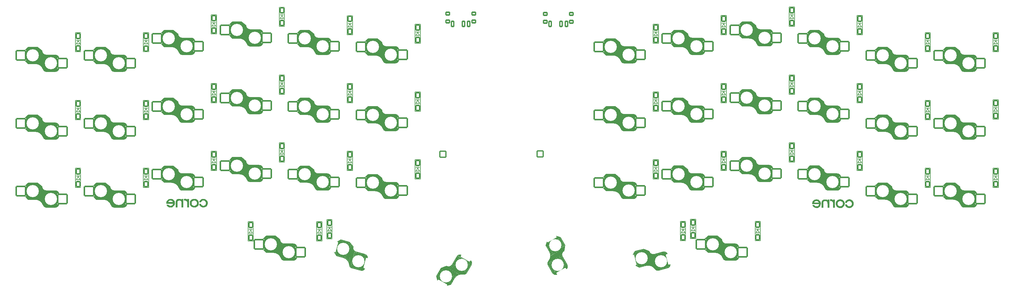
<source format=gbo>
%TF.GenerationSoftware,KiCad,Pcbnew,(6.0.9-0)*%
%TF.CreationDate,2022-12-17T09:44:14-06:00*%
%TF.ProjectId,cho-corne-ice,63686f2d-636f-4726-9e65-2d6963652e6b,v0.2*%
%TF.SameCoordinates,Original*%
%TF.FileFunction,Legend,Bot*%
%TF.FilePolarity,Positive*%
%FSLAX46Y46*%
G04 Gerber Fmt 4.6, Leading zero omitted, Abs format (unit mm)*
G04 Created by KiCad (PCBNEW (6.0.9-0)) date 2022-12-17 09:44:14*
%MOMM*%
%LPD*%
G01*
G04 APERTURE LIST*
G04 Aperture macros list*
%AMRoundRect*
0 Rectangle with rounded corners*
0 $1 Rounding radius*
0 $2 $3 $4 $5 $6 $7 $8 $9 X,Y pos of 4 corners*
0 Add a 4 corners polygon primitive as box body*
4,1,4,$2,$3,$4,$5,$6,$7,$8,$9,$2,$3,0*
0 Add four circle primitives for the rounded corners*
1,1,$1+$1,$2,$3*
1,1,$1+$1,$4,$5*
1,1,$1+$1,$6,$7*
1,1,$1+$1,$8,$9*
0 Add four rect primitives between the rounded corners*
20,1,$1+$1,$2,$3,$4,$5,0*
20,1,$1+$1,$4,$5,$6,$7,0*
20,1,$1+$1,$6,$7,$8,$9,0*
20,1,$1+$1,$8,$9,$2,$3,0*%
%AMHorizOval*
0 Thick line with rounded ends*
0 $1 width*
0 $2 $3 position (X,Y) of the first rounded end (center of the circle)*
0 $4 $5 position (X,Y) of the second rounded end (center of the circle)*
0 Add line between two ends*
20,1,$1,$2,$3,$4,$5,0*
0 Add two circle primitives to create the rounded ends*
1,1,$1,$2,$3*
1,1,$1,$4,$5*%
G04 Aperture macros list end*
%ADD10C,0.150000*%
%ADD11C,0.120000*%
%ADD12C,0.010000*%
%ADD13C,3.400000*%
%ADD14O,2.600000X1.900000*%
%ADD15RoundRect,0.200000X1.300000X1.300000X-1.300000X1.300000X-1.300000X-1.300000X1.300000X-1.300000X0*%
%ADD16HorizOval,1.900000X-0.338074X0.090587X0.338074X-0.090587X0*%
%ADD17RoundRect,0.200000X1.592168X0.919239X-0.919239X1.592168X-1.592168X-0.919239X0.919239X-1.592168X0*%
%ADD18HorizOval,1.900000X-0.175000X-0.303109X0.175000X0.303109X0*%
%ADD19RoundRect,0.200000X-0.475833X1.775833X-1.775833X-0.475833X0.475833X-1.775833X1.775833X0.475833X0*%
%ADD20HorizOval,1.900000X-0.175000X0.303109X0.175000X-0.303109X0*%
%ADD21RoundRect,0.200000X1.775833X-0.475833X0.475833X1.775833X-1.775833X0.475833X-0.475833X-1.775833X0*%
%ADD22HorizOval,1.900000X-0.338074X-0.090587X0.338074X0.090587X0*%
%ADD23RoundRect,0.200000X0.919239X1.592168X-1.592168X0.919239X-0.919239X-1.592168X1.592168X-0.919239X0*%
%ADD24C,4.700000*%
%ADD25C,2.600000*%
%ADD26C,0.700000*%
%ADD27C,1.924000*%
%ADD28RoundRect,0.200000X0.850000X-0.850000X0.850000X0.850000X-0.850000X0.850000X-0.850000X-0.850000X0*%
%ADD29O,2.100000X2.100000*%
%ADD30RoundRect,0.200000X-0.500000X0.700000X-0.500000X-0.700000X0.500000X-0.700000X0.500000X0.700000X0*%
%ADD31RoundRect,0.200000X-0.500000X-0.400000X0.500000X-0.400000X0.500000X0.400000X-0.500000X0.400000X0*%
%ADD32C,1.300000*%
%ADD33RoundRect,0.200000X-0.350000X-0.750000X0.350000X-0.750000X0.350000X0.750000X-0.350000X0.750000X0*%
G04 APERTURE END LIST*
D10*
X32857500Y-41780000D02*
X32857500Y-37180000D01*
X39007500Y-43980000D02*
X39007500Y-39380000D01*
X31807500Y-38180000D02*
X31807500Y-40780000D01*
D11*
X34457500Y-41680000D02*
X34457500Y-37180000D01*
D10*
X33457500Y-41780000D02*
X33457500Y-37180000D01*
X34357500Y-41780000D02*
X34357500Y-37180000D01*
D11*
X37307500Y-39380000D02*
X34457500Y-41680000D01*
D10*
X34957500Y-41780000D02*
X34957500Y-37230000D01*
X40407500Y-39355000D02*
X37832500Y-39355000D01*
X35407500Y-41830000D02*
X35407500Y-37230000D01*
X35257500Y-41830000D02*
X35257500Y-37180000D01*
X34807500Y-41805000D02*
X32832500Y-41805000D01*
X36157500Y-42230000D02*
X36157500Y-37830000D01*
X35382500Y-37155000D02*
X32832500Y-37155000D01*
X32107500Y-41030000D02*
X32107500Y-37880000D01*
X33007500Y-41780000D02*
X33007500Y-37180000D01*
X34057500Y-41780000D02*
X34057500Y-37180000D01*
X32257500Y-41230000D02*
X32257500Y-37730000D01*
X34657500Y-41780000D02*
X34657500Y-37180000D01*
X41407500Y-40355000D02*
X41407500Y-43005000D01*
X36907500Y-43180000D02*
X36907500Y-39030000D01*
D11*
X40007500Y-43880000D02*
X40007500Y-39430000D01*
D10*
X37957500Y-43980000D02*
X37957500Y-39430000D01*
X39307500Y-43980000D02*
X39307500Y-39380000D01*
X34807500Y-41780000D02*
X34807500Y-37180000D01*
X41157500Y-43580000D02*
X41157500Y-39830000D01*
X33907500Y-41780000D02*
X33907500Y-37180000D01*
X40357500Y-43980000D02*
X40357500Y-39380000D01*
X33157500Y-41780000D02*
X33157500Y-37180000D01*
X39457500Y-43980000D02*
X39457500Y-39380000D01*
X37807500Y-43980000D02*
X37807500Y-39380000D01*
X38557500Y-43980000D02*
X38557500Y-39380000D01*
X39157500Y-43980000D02*
X39157500Y-39380000D01*
X33307500Y-41780000D02*
X33307500Y-37180000D01*
X37007500Y-43330000D02*
X37007500Y-39130000D01*
X31807500Y-38180000D02*
X32832500Y-37155000D01*
X38107500Y-43980000D02*
X38107500Y-39380000D01*
X37207500Y-43730000D02*
X37207500Y-39230000D01*
X40057500Y-43980000D02*
X40057500Y-39380000D01*
X35107500Y-41830000D02*
X35107500Y-37180000D01*
X37357500Y-43830000D02*
X37357500Y-39280000D01*
X40407500Y-44005000D02*
X37807500Y-44005000D01*
X35382500Y-37155000D02*
X36657500Y-38180000D01*
X40207500Y-43980000D02*
X40207500Y-39380000D01*
X37507500Y-43930000D02*
X37507500Y-39380000D01*
X33607500Y-41780000D02*
X33607500Y-37180000D01*
X41057500Y-43680000D02*
X41057500Y-39730000D01*
X34207500Y-41780000D02*
X34207500Y-37180000D01*
X37657500Y-43980000D02*
X37657500Y-39380000D01*
X35557500Y-41880000D02*
X35557500Y-37330000D01*
X38407500Y-43980000D02*
X38407500Y-39380000D01*
X39607500Y-43980000D02*
X39607500Y-39380000D01*
X31807500Y-40780000D02*
X32832500Y-41805000D01*
X36457500Y-42480000D02*
X36457500Y-38030000D01*
D11*
X40007500Y-39430000D02*
X37307500Y-43730000D01*
D10*
X40507500Y-43980000D02*
X40507500Y-39430000D01*
X40657500Y-43930000D02*
X40657500Y-39430000D01*
X36707500Y-42830000D02*
X36707500Y-38680000D01*
X36607500Y-42630000D02*
X36607500Y-38180000D01*
X39907500Y-43980000D02*
X39907500Y-39380000D01*
X40957500Y-43780000D02*
X40957500Y-39580000D01*
X32407500Y-41380000D02*
X32407500Y-37580000D01*
X36307500Y-42330000D02*
X36307500Y-37930000D01*
X32557500Y-41530000D02*
X32557500Y-37430000D01*
X37107500Y-43580000D02*
X37107500Y-39180000D01*
X35857500Y-42030000D02*
X35857500Y-37580000D01*
X39757500Y-43980000D02*
X39757500Y-39380000D01*
X31957500Y-40930000D02*
X31957500Y-38030000D01*
X34507500Y-41780000D02*
X34507500Y-37180000D01*
X33757500Y-41780000D02*
X33757500Y-37180000D01*
X40807500Y-43880000D02*
X40807500Y-39480000D01*
X38857500Y-43980000D02*
X38857500Y-39380000D01*
X32707500Y-41630000D02*
X32707500Y-37280000D01*
X36007500Y-42130000D02*
X36007500Y-37680000D01*
X38257500Y-43980000D02*
X38257500Y-39380000D01*
X36807500Y-42980000D02*
X36807500Y-38830000D01*
X41257500Y-43430000D02*
X41257500Y-39880000D01*
D11*
X37307500Y-43730000D02*
X37307500Y-39380000D01*
D10*
X35707500Y-41980000D02*
X35707500Y-37430000D01*
X38707500Y-43980000D02*
X38707500Y-39380000D01*
X41407500Y-40355000D02*
G75*
G03*
X40407500Y-39355000I-1000000J0D01*
G01*
X40407500Y-44005000D02*
G75*
G03*
X41407500Y-43005000I0J1000000D01*
G01*
X36945301Y-43301904D02*
G75*
G03*
X34807500Y-41805000I-2137802J-778098D01*
G01*
X36657500Y-38180000D02*
G75*
G03*
X37832500Y-39355000I1175002J2D01*
G01*
X36945301Y-43301904D02*
G75*
G03*
X37806505Y-44003791I900000J225000D01*
G01*
X58007500Y-39230000D02*
X58007500Y-34630000D01*
X54407500Y-37080000D02*
X54407500Y-32480000D01*
X59357500Y-39230000D02*
X59357500Y-34630000D01*
X58607500Y-39230000D02*
X58607500Y-34630000D01*
X58757500Y-39230000D02*
X58757500Y-34630000D01*
X55457500Y-37730000D02*
X55457500Y-33280000D01*
X56807500Y-39230000D02*
X56807500Y-34630000D01*
X60407500Y-35605000D02*
X60407500Y-38255000D01*
X51707500Y-36880000D02*
X51707500Y-32530000D01*
X57107500Y-39230000D02*
X57107500Y-34630000D01*
X53807500Y-37055000D02*
X51832500Y-37055000D01*
X59407500Y-39255000D02*
X56807500Y-39255000D01*
X56657500Y-39230000D02*
X56657500Y-34630000D01*
X58907500Y-39230000D02*
X58907500Y-34630000D01*
X54382500Y-32405000D02*
X55657500Y-33430000D01*
X53207500Y-37030000D02*
X53207500Y-32430000D01*
X54857500Y-37280000D02*
X54857500Y-32830000D01*
X56507500Y-39180000D02*
X56507500Y-34630000D01*
X51407500Y-36630000D02*
X51407500Y-32830000D01*
X50807500Y-36030000D02*
X51832500Y-37055000D01*
X56207500Y-38980000D02*
X56207500Y-34480000D01*
X55607500Y-37880000D02*
X55607500Y-33430000D01*
X58157500Y-39230000D02*
X58157500Y-34630000D01*
X56107500Y-38830000D02*
X56107500Y-34430000D01*
X52757500Y-37030000D02*
X52757500Y-32430000D01*
D11*
X59007500Y-34680000D02*
X56307500Y-38980000D01*
X56307500Y-38980000D02*
X56307500Y-34630000D01*
D10*
X51257500Y-36480000D02*
X51257500Y-32980000D01*
X51557500Y-36780000D02*
X51557500Y-32680000D01*
X57857500Y-39230000D02*
X57857500Y-34630000D01*
X58307500Y-39230000D02*
X58307500Y-34630000D01*
X53957500Y-37030000D02*
X53957500Y-32480000D01*
X52457500Y-37030000D02*
X52457500Y-32430000D01*
X57707500Y-39230000D02*
X57707500Y-34630000D01*
X57557500Y-39230000D02*
X57557500Y-34630000D01*
X57407500Y-39230000D02*
X57407500Y-34630000D01*
X51107500Y-36280000D02*
X51107500Y-33130000D01*
X59657500Y-39180000D02*
X59657500Y-34680000D01*
X52307500Y-37030000D02*
X52307500Y-32430000D01*
X59507500Y-39230000D02*
X59507500Y-34680000D01*
X52607500Y-37030000D02*
X52607500Y-32430000D01*
X60057500Y-38930000D02*
X60057500Y-34980000D01*
X59807500Y-39130000D02*
X59807500Y-34730000D01*
D11*
X56307500Y-34630000D02*
X53457500Y-36930000D01*
D10*
X55907500Y-38430000D02*
X55907500Y-34280000D01*
X59407500Y-34605000D02*
X56832500Y-34605000D01*
X53807500Y-37030000D02*
X53807500Y-32430000D01*
X54107500Y-37080000D02*
X54107500Y-32430000D01*
X60257500Y-38680000D02*
X60257500Y-35130000D01*
X55707500Y-38080000D02*
X55707500Y-33930000D01*
X50957500Y-36180000D02*
X50957500Y-33280000D01*
X50807500Y-33430000D02*
X51832500Y-32405000D01*
X54257500Y-37080000D02*
X54257500Y-32430000D01*
X53507500Y-37030000D02*
X53507500Y-32430000D01*
X51857500Y-37030000D02*
X51857500Y-32430000D01*
D11*
X53457500Y-36930000D02*
X53457500Y-32430000D01*
X59007500Y-39130000D02*
X59007500Y-34680000D01*
D10*
X55807500Y-38230000D02*
X55807500Y-34080000D01*
X54557500Y-37130000D02*
X54557500Y-32580000D01*
X57257500Y-39230000D02*
X57257500Y-34630000D01*
X55307500Y-37580000D02*
X55307500Y-33180000D01*
X50807500Y-33430000D02*
X50807500Y-36030000D01*
X53357500Y-37030000D02*
X53357500Y-32430000D01*
X56357500Y-39080000D02*
X56357500Y-34530000D01*
X56957500Y-39230000D02*
X56957500Y-34680000D01*
X54707500Y-37230000D02*
X54707500Y-32680000D01*
X56007500Y-38580000D02*
X56007500Y-34380000D01*
X52907500Y-37030000D02*
X52907500Y-32430000D01*
X53657500Y-37030000D02*
X53657500Y-32430000D01*
X55157500Y-37480000D02*
X55157500Y-33080000D01*
X58457500Y-39230000D02*
X58457500Y-34630000D01*
X59057500Y-39230000D02*
X59057500Y-34630000D01*
X52007500Y-37030000D02*
X52007500Y-32430000D01*
X52157500Y-37030000D02*
X52157500Y-32430000D01*
X54382500Y-32405000D02*
X51832500Y-32405000D01*
X60157500Y-38830000D02*
X60157500Y-35080000D01*
X59207500Y-39230000D02*
X59207500Y-34630000D01*
X59957500Y-39030000D02*
X59957500Y-34830000D01*
X53057500Y-37030000D02*
X53057500Y-32430000D01*
X55007500Y-37380000D02*
X55007500Y-32930000D01*
X59407500Y-39255000D02*
G75*
G03*
X60407500Y-38255000I0J1000000D01*
G01*
X55945301Y-38551904D02*
G75*
G03*
X53807500Y-37055000I-2137802J-778098D01*
G01*
X55945301Y-38551904D02*
G75*
G03*
X56806505Y-39253791I900000J225000D01*
G01*
X55657500Y-33430000D02*
G75*
G03*
X56832500Y-34605000I1175002J2D01*
G01*
X60407500Y-35605000D02*
G75*
G03*
X59407500Y-34605000I-1000000J0D01*
G01*
X74707500Y-35705000D02*
X74707500Y-31555000D01*
X73857500Y-34905000D02*
X73857500Y-30455000D01*
X77907500Y-36855000D02*
X77907500Y-32255000D01*
X73407500Y-34705000D02*
X73407500Y-30105000D01*
X70257500Y-34105000D02*
X70257500Y-30605000D01*
X72207500Y-34655000D02*
X72207500Y-30055000D01*
D11*
X75307500Y-36605000D02*
X75307500Y-32255000D01*
D10*
X70857500Y-34655000D02*
X70857500Y-30055000D01*
X74007500Y-35005000D02*
X74007500Y-30555000D01*
X72657500Y-34655000D02*
X72657500Y-30055000D01*
X77607500Y-36855000D02*
X77607500Y-32255000D01*
X69807500Y-31055000D02*
X70832500Y-30030000D01*
X78507500Y-36855000D02*
X78507500Y-32305000D01*
X78807500Y-36755000D02*
X78807500Y-32355000D01*
X78657500Y-36805000D02*
X78657500Y-32305000D01*
X76257500Y-36855000D02*
X76257500Y-32255000D01*
D11*
X75307500Y-32255000D02*
X72457500Y-34555000D01*
D10*
X72807500Y-34680000D02*
X70832500Y-34680000D01*
X73257500Y-34705000D02*
X73257500Y-30055000D01*
X69807500Y-33655000D02*
X70832500Y-34680000D01*
X71757500Y-34655000D02*
X71757500Y-30055000D01*
X75357500Y-36705000D02*
X75357500Y-32155000D01*
X71157500Y-34655000D02*
X71157500Y-30055000D01*
X73382500Y-30030000D02*
X70832500Y-30030000D01*
X75007500Y-36205000D02*
X75007500Y-32005000D01*
X72057500Y-34655000D02*
X72057500Y-30055000D01*
X75657500Y-36855000D02*
X75657500Y-32255000D01*
X72357500Y-34655000D02*
X72357500Y-30055000D01*
X79257500Y-36305000D02*
X79257500Y-32755000D01*
X76707500Y-36855000D02*
X76707500Y-32255000D01*
X74807500Y-35855000D02*
X74807500Y-31705000D01*
X75957500Y-36855000D02*
X75957500Y-32305000D01*
D11*
X72457500Y-34555000D02*
X72457500Y-30055000D01*
D10*
X76557500Y-36855000D02*
X76557500Y-32255000D01*
X76407500Y-36855000D02*
X76407500Y-32255000D01*
X76107500Y-36855000D02*
X76107500Y-32255000D01*
X70557500Y-34405000D02*
X70557500Y-30305000D01*
X71457500Y-34655000D02*
X71457500Y-30055000D01*
X71307500Y-34655000D02*
X71307500Y-30055000D01*
X75507500Y-36805000D02*
X75507500Y-32255000D01*
X75107500Y-36455000D02*
X75107500Y-32055000D01*
X72507500Y-34655000D02*
X72507500Y-30055000D01*
X69957500Y-33805000D02*
X69957500Y-30905000D01*
X74907500Y-36055000D02*
X74907500Y-31905000D01*
X75807500Y-36855000D02*
X75807500Y-32255000D01*
X77307500Y-36855000D02*
X77307500Y-32255000D01*
X75207500Y-36605000D02*
X75207500Y-32105000D01*
X70707500Y-34505000D02*
X70707500Y-30155000D01*
X78057500Y-36855000D02*
X78057500Y-32255000D01*
X78957500Y-36655000D02*
X78957500Y-32455000D01*
D11*
X78007500Y-36755000D02*
X78007500Y-32305000D01*
D10*
X78407500Y-32230000D02*
X75832500Y-32230000D01*
X79057500Y-36555000D02*
X79057500Y-32605000D01*
X78407500Y-36880000D02*
X75807500Y-36880000D01*
X78207500Y-36855000D02*
X78207500Y-32255000D01*
X71607500Y-34655000D02*
X71607500Y-30055000D01*
X79157500Y-36455000D02*
X79157500Y-32705000D01*
X74307500Y-35205000D02*
X74307500Y-30805000D01*
X76857500Y-36855000D02*
X76857500Y-32255000D01*
X71907500Y-34655000D02*
X71907500Y-30055000D01*
X72807500Y-34655000D02*
X72807500Y-30055000D01*
X70407500Y-34255000D02*
X70407500Y-30455000D01*
X69807500Y-31055000D02*
X69807500Y-33655000D01*
X77457500Y-36855000D02*
X77457500Y-32255000D01*
X73557500Y-34755000D02*
X73557500Y-30205000D01*
X70107500Y-33905000D02*
X70107500Y-30755000D01*
D11*
X78007500Y-32305000D02*
X75307500Y-36605000D01*
D10*
X78357500Y-36855000D02*
X78357500Y-32255000D01*
X71007500Y-34655000D02*
X71007500Y-30055000D01*
X73107500Y-34705000D02*
X73107500Y-30055000D01*
X73382500Y-30030000D02*
X74657500Y-31055000D01*
X77007500Y-36855000D02*
X77007500Y-32255000D01*
X73707500Y-34855000D02*
X73707500Y-30305000D01*
X77757500Y-36855000D02*
X77757500Y-32255000D01*
X74607500Y-35505000D02*
X74607500Y-31055000D01*
X74457500Y-35355000D02*
X74457500Y-30905000D01*
X77157500Y-36855000D02*
X77157500Y-32255000D01*
X72957500Y-34655000D02*
X72957500Y-30105000D01*
X79407500Y-33230000D02*
X79407500Y-35880000D01*
X74157500Y-35105000D02*
X74157500Y-30705000D01*
X78407500Y-36880000D02*
G75*
G03*
X79407500Y-35880000I0J1000000D01*
G01*
X74657500Y-31055000D02*
G75*
G03*
X75832500Y-32230000I1175002J2D01*
G01*
X74945301Y-36176904D02*
G75*
G03*
X75806505Y-36878791I900000J225000D01*
G01*
X74945301Y-36176904D02*
G75*
G03*
X72807500Y-34680000I-2137802J-778098D01*
G01*
X79407500Y-33230000D02*
G75*
G03*
X78407500Y-32230000I-1000000J0D01*
G01*
X89857500Y-37030000D02*
X89857500Y-32430000D01*
X98157500Y-38830000D02*
X98157500Y-35080000D01*
X97207500Y-39230000D02*
X97207500Y-34630000D01*
X92382500Y-32405000D02*
X89832500Y-32405000D01*
X90307500Y-37030000D02*
X90307500Y-32430000D01*
D11*
X97007500Y-34680000D02*
X94307500Y-38980000D01*
X94307500Y-34630000D02*
X91457500Y-36930000D01*
D10*
X91357500Y-37030000D02*
X91357500Y-32430000D01*
X95407500Y-39230000D02*
X95407500Y-34630000D01*
X92857500Y-37280000D02*
X92857500Y-32830000D01*
X95107500Y-39230000D02*
X95107500Y-34630000D01*
X96907500Y-39230000D02*
X96907500Y-34630000D01*
X91957500Y-37030000D02*
X91957500Y-32480000D01*
X93707500Y-38080000D02*
X93707500Y-33930000D01*
X96007500Y-39230000D02*
X96007500Y-34630000D01*
X91807500Y-37030000D02*
X91807500Y-32430000D01*
D11*
X94307500Y-38980000D02*
X94307500Y-34630000D01*
D10*
X90007500Y-37030000D02*
X90007500Y-32430000D01*
X97957500Y-39030000D02*
X97957500Y-34830000D01*
X88807500Y-36030000D02*
X89832500Y-37055000D01*
X91657500Y-37030000D02*
X91657500Y-32430000D01*
X90157500Y-37030000D02*
X90157500Y-32430000D01*
X91507500Y-37030000D02*
X91507500Y-32430000D01*
D11*
X91457500Y-36930000D02*
X91457500Y-32430000D01*
D10*
X92382500Y-32405000D02*
X93657500Y-33430000D01*
X97657500Y-39180000D02*
X97657500Y-34680000D01*
X90907500Y-37030000D02*
X90907500Y-32430000D01*
X98257500Y-38680000D02*
X98257500Y-35130000D01*
X93607500Y-37880000D02*
X93607500Y-33430000D01*
X94007500Y-38580000D02*
X94007500Y-34380000D01*
X94807500Y-39230000D02*
X94807500Y-34630000D01*
X88807500Y-33430000D02*
X88807500Y-36030000D01*
X97407500Y-39255000D02*
X94807500Y-39255000D01*
X94657500Y-39230000D02*
X94657500Y-34630000D01*
X88957500Y-36180000D02*
X88957500Y-33280000D01*
X97057500Y-39230000D02*
X97057500Y-34630000D01*
X92557500Y-37130000D02*
X92557500Y-32580000D01*
X91207500Y-37030000D02*
X91207500Y-32430000D01*
X89407500Y-36630000D02*
X89407500Y-32830000D01*
X96307500Y-39230000D02*
X96307500Y-34630000D01*
X94107500Y-38830000D02*
X94107500Y-34430000D01*
X96457500Y-39230000D02*
X96457500Y-34630000D01*
X93907500Y-38430000D02*
X93907500Y-34280000D01*
X94957500Y-39230000D02*
X94957500Y-34680000D01*
X98057500Y-38930000D02*
X98057500Y-34980000D01*
X90757500Y-37030000D02*
X90757500Y-32430000D01*
X92257500Y-37080000D02*
X92257500Y-32430000D01*
X96757500Y-39230000D02*
X96757500Y-34630000D01*
X94207500Y-38980000D02*
X94207500Y-34480000D01*
X97807500Y-39130000D02*
X97807500Y-34730000D01*
X89707500Y-36880000D02*
X89707500Y-32530000D01*
X93307500Y-37580000D02*
X93307500Y-33180000D01*
X92107500Y-37080000D02*
X92107500Y-32430000D01*
X91807500Y-37055000D02*
X89832500Y-37055000D01*
X90607500Y-37030000D02*
X90607500Y-32430000D01*
X97407500Y-34605000D02*
X94832500Y-34605000D01*
X95857500Y-39230000D02*
X95857500Y-34630000D01*
X97507500Y-39230000D02*
X97507500Y-34680000D01*
X95257500Y-39230000D02*
X95257500Y-34630000D01*
X91057500Y-37030000D02*
X91057500Y-32430000D01*
X93157500Y-37480000D02*
X93157500Y-33080000D01*
X92407500Y-37080000D02*
X92407500Y-32480000D01*
X93807500Y-38230000D02*
X93807500Y-34080000D01*
X95707500Y-39230000D02*
X95707500Y-34630000D01*
X93007500Y-37380000D02*
X93007500Y-32930000D01*
X96157500Y-39230000D02*
X96157500Y-34630000D01*
X89107500Y-36280000D02*
X89107500Y-33130000D01*
X88807500Y-33430000D02*
X89832500Y-32405000D01*
X94357500Y-39080000D02*
X94357500Y-34530000D01*
X90457500Y-37030000D02*
X90457500Y-32430000D01*
X89257500Y-36480000D02*
X89257500Y-32980000D01*
X95557500Y-39230000D02*
X95557500Y-34630000D01*
X98407500Y-35605000D02*
X98407500Y-38255000D01*
D11*
X97007500Y-39130000D02*
X97007500Y-34680000D01*
D10*
X94507500Y-39180000D02*
X94507500Y-34630000D01*
X96607500Y-39230000D02*
X96607500Y-34630000D01*
X93457500Y-37730000D02*
X93457500Y-33280000D01*
X97357500Y-39230000D02*
X97357500Y-34630000D01*
X89557500Y-36780000D02*
X89557500Y-32680000D01*
X92707500Y-37230000D02*
X92707500Y-32680000D01*
X93657500Y-33430000D02*
G75*
G03*
X94832500Y-34605000I1175002J2D01*
G01*
X97407500Y-39255000D02*
G75*
G03*
X98407500Y-38255000I0J1000000D01*
G01*
X98407500Y-35605000D02*
G75*
G03*
X97407500Y-34605000I-1000000J0D01*
G01*
X93945301Y-38551904D02*
G75*
G03*
X91807500Y-37055000I-2137802J-778098D01*
G01*
X93945301Y-38551904D02*
G75*
G03*
X94806505Y-39253791I900000J225000D01*
G01*
X19107500Y-62980000D02*
X19107500Y-58380000D01*
X15057500Y-60780000D02*
X15057500Y-56180000D01*
X20607500Y-62980000D02*
X20607500Y-58380000D01*
X13707500Y-60630000D02*
X13707500Y-56280000D01*
X13107500Y-60030000D02*
X13107500Y-56880000D01*
X16382500Y-56155000D02*
X13832500Y-56155000D01*
X19707500Y-62980000D02*
X19707500Y-58380000D01*
X17457500Y-61480000D02*
X17457500Y-57030000D01*
X12957500Y-59930000D02*
X12957500Y-57030000D01*
X20907500Y-62980000D02*
X20907500Y-58380000D01*
X19407500Y-62980000D02*
X19407500Y-58380000D01*
X14007500Y-60780000D02*
X14007500Y-56180000D01*
X18657500Y-62980000D02*
X18657500Y-58380000D01*
X18007500Y-62330000D02*
X18007500Y-58130000D01*
D11*
X15457500Y-60680000D02*
X15457500Y-56180000D01*
D10*
X22157500Y-62580000D02*
X22157500Y-58830000D01*
X18107500Y-62580000D02*
X18107500Y-58180000D01*
X18207500Y-62730000D02*
X18207500Y-58230000D01*
X21657500Y-62930000D02*
X21657500Y-58430000D01*
X12807500Y-57180000D02*
X13832500Y-56155000D01*
X19857500Y-62980000D02*
X19857500Y-58380000D01*
X12807500Y-57180000D02*
X12807500Y-59780000D01*
X16382500Y-56155000D02*
X17657500Y-57180000D01*
X21057500Y-62980000D02*
X21057500Y-58380000D01*
X14907500Y-60780000D02*
X14907500Y-56180000D01*
X12807500Y-59780000D02*
X13832500Y-60805000D01*
X20157500Y-62980000D02*
X20157500Y-58380000D01*
X22407500Y-59355000D02*
X22407500Y-62005000D01*
X15807500Y-60780000D02*
X15807500Y-56180000D01*
X18807500Y-62980000D02*
X18807500Y-58380000D01*
D11*
X21007500Y-62880000D02*
X21007500Y-58430000D01*
D10*
X15657500Y-60780000D02*
X15657500Y-56180000D01*
X20007500Y-62980000D02*
X20007500Y-58380000D01*
X21507500Y-62980000D02*
X21507500Y-58430000D01*
X14457500Y-60780000D02*
X14457500Y-56180000D01*
X14607500Y-60780000D02*
X14607500Y-56180000D01*
X21957500Y-62780000D02*
X21957500Y-58580000D01*
X13407500Y-60380000D02*
X13407500Y-56580000D01*
X21407500Y-58355000D02*
X18832500Y-58355000D01*
X22257500Y-62430000D02*
X22257500Y-58880000D01*
X17707500Y-61830000D02*
X17707500Y-57680000D01*
X17807500Y-61980000D02*
X17807500Y-57830000D01*
X21207500Y-62980000D02*
X21207500Y-58380000D01*
X14757500Y-60780000D02*
X14757500Y-56180000D01*
X20307500Y-62980000D02*
X20307500Y-58380000D01*
X21807500Y-62880000D02*
X21807500Y-58480000D01*
X21407500Y-63005000D02*
X18807500Y-63005000D01*
X17007500Y-61130000D02*
X17007500Y-56680000D01*
X17157500Y-61230000D02*
X17157500Y-56830000D01*
X19257500Y-62980000D02*
X19257500Y-58380000D01*
D11*
X18307500Y-58380000D02*
X15457500Y-60680000D01*
D10*
X15957500Y-60780000D02*
X15957500Y-56230000D01*
X19557500Y-62980000D02*
X19557500Y-58380000D01*
X20457500Y-62980000D02*
X20457500Y-58380000D01*
X15807500Y-60805000D02*
X13832500Y-60805000D01*
D11*
X18307500Y-62730000D02*
X18307500Y-58380000D01*
D10*
X14307500Y-60780000D02*
X14307500Y-56180000D01*
X16407500Y-60830000D02*
X16407500Y-56230000D01*
X13257500Y-60230000D02*
X13257500Y-56730000D01*
X20757500Y-62980000D02*
X20757500Y-58380000D01*
X18357500Y-62830000D02*
X18357500Y-58280000D01*
X18957500Y-62980000D02*
X18957500Y-58430000D01*
X21357500Y-62980000D02*
X21357500Y-58380000D01*
X17607500Y-61630000D02*
X17607500Y-57180000D01*
D11*
X21007500Y-58430000D02*
X18307500Y-62730000D01*
D10*
X16107500Y-60830000D02*
X16107500Y-56180000D01*
X18507500Y-62930000D02*
X18507500Y-58380000D01*
X17307500Y-61330000D02*
X17307500Y-56930000D01*
X16557500Y-60880000D02*
X16557500Y-56330000D01*
X16857500Y-61030000D02*
X16857500Y-56580000D01*
X22057500Y-62680000D02*
X22057500Y-58730000D01*
X15357500Y-60780000D02*
X15357500Y-56180000D01*
X15507500Y-60780000D02*
X15507500Y-56180000D01*
X17907500Y-62180000D02*
X17907500Y-58030000D01*
X15207500Y-60780000D02*
X15207500Y-56180000D01*
X13557500Y-60530000D02*
X13557500Y-56430000D01*
X16707500Y-60980000D02*
X16707500Y-56430000D01*
X13857500Y-60780000D02*
X13857500Y-56180000D01*
X14157500Y-60780000D02*
X14157500Y-56180000D01*
X16257500Y-60830000D02*
X16257500Y-56180000D01*
X22407500Y-59355000D02*
G75*
G03*
X21407500Y-58355000I-1000000J0D01*
G01*
X17945301Y-62301904D02*
G75*
G03*
X18806505Y-63003791I900000J225000D01*
G01*
X17657500Y-57180000D02*
G75*
G03*
X18832500Y-58355000I1175002J2D01*
G01*
X17945301Y-62301904D02*
G75*
G03*
X15807500Y-60805000I-2137802J-778098D01*
G01*
X21407500Y-63005000D02*
G75*
G03*
X22407500Y-62005000I0J1000000D01*
G01*
X36007500Y-61130000D02*
X36007500Y-56680000D01*
X35857500Y-61030000D02*
X35857500Y-56580000D01*
X34357500Y-60780000D02*
X34357500Y-56180000D01*
X40057500Y-62980000D02*
X40057500Y-58380000D01*
X40957500Y-62780000D02*
X40957500Y-58580000D01*
X37107500Y-62580000D02*
X37107500Y-58180000D01*
X37357500Y-62830000D02*
X37357500Y-58280000D01*
X40357500Y-62980000D02*
X40357500Y-58380000D01*
X38707500Y-62980000D02*
X38707500Y-58380000D01*
X38557500Y-62980000D02*
X38557500Y-58380000D01*
X34957500Y-60780000D02*
X34957500Y-56230000D01*
X36607500Y-61630000D02*
X36607500Y-57180000D01*
X33157500Y-60780000D02*
X33157500Y-56180000D01*
X38857500Y-62980000D02*
X38857500Y-58380000D01*
X31807500Y-57180000D02*
X32832500Y-56155000D01*
X35382500Y-56155000D02*
X36657500Y-57180000D01*
X34207500Y-60780000D02*
X34207500Y-56180000D01*
X31807500Y-57180000D02*
X31807500Y-59780000D01*
X34507500Y-60780000D02*
X34507500Y-56180000D01*
X32107500Y-60030000D02*
X32107500Y-56880000D01*
X33757500Y-60780000D02*
X33757500Y-56180000D01*
X32257500Y-60230000D02*
X32257500Y-56730000D01*
D11*
X40007500Y-58430000D02*
X37307500Y-62730000D01*
D10*
X35382500Y-56155000D02*
X32832500Y-56155000D01*
D11*
X34457500Y-60680000D02*
X34457500Y-56180000D01*
D10*
X36157500Y-61230000D02*
X36157500Y-56830000D01*
X40657500Y-62930000D02*
X40657500Y-58430000D01*
X33307500Y-60780000D02*
X33307500Y-56180000D01*
X37807500Y-62980000D02*
X37807500Y-58380000D01*
X37507500Y-62930000D02*
X37507500Y-58380000D01*
X31957500Y-59930000D02*
X31957500Y-57030000D01*
D11*
X40007500Y-62880000D02*
X40007500Y-58430000D01*
D10*
X32557500Y-60530000D02*
X32557500Y-56430000D01*
X31807500Y-59780000D02*
X32832500Y-60805000D01*
X36457500Y-61480000D02*
X36457500Y-57030000D01*
X35707500Y-60980000D02*
X35707500Y-56430000D01*
X41157500Y-62580000D02*
X41157500Y-58830000D01*
X35557500Y-60880000D02*
X35557500Y-56330000D01*
X32857500Y-60780000D02*
X32857500Y-56180000D01*
X32707500Y-60630000D02*
X32707500Y-56280000D01*
X32407500Y-60380000D02*
X32407500Y-56580000D01*
X39757500Y-62980000D02*
X39757500Y-58380000D01*
X40807500Y-62880000D02*
X40807500Y-58480000D01*
X36907500Y-62180000D02*
X36907500Y-58030000D01*
X36807500Y-61980000D02*
X36807500Y-57830000D01*
X36707500Y-61830000D02*
X36707500Y-57680000D01*
X35257500Y-60830000D02*
X35257500Y-56180000D01*
X34807500Y-60780000D02*
X34807500Y-56180000D01*
X39457500Y-62980000D02*
X39457500Y-58380000D01*
X40407500Y-58355000D02*
X37832500Y-58355000D01*
X35407500Y-60830000D02*
X35407500Y-56230000D01*
X38257500Y-62980000D02*
X38257500Y-58380000D01*
X34807500Y-60805000D02*
X32832500Y-60805000D01*
X37007500Y-62330000D02*
X37007500Y-58130000D01*
X39157500Y-62980000D02*
X39157500Y-58380000D01*
X33007500Y-60780000D02*
X33007500Y-56180000D01*
X33907500Y-60780000D02*
X33907500Y-56180000D01*
X34057500Y-60780000D02*
X34057500Y-56180000D01*
X37657500Y-62980000D02*
X37657500Y-58380000D01*
D11*
X37307500Y-58380000D02*
X34457500Y-60680000D01*
X37307500Y-62730000D02*
X37307500Y-58380000D01*
D10*
X38107500Y-62980000D02*
X38107500Y-58380000D01*
X41257500Y-62430000D02*
X41257500Y-58880000D01*
X39007500Y-62980000D02*
X39007500Y-58380000D01*
X35107500Y-60830000D02*
X35107500Y-56180000D01*
X33607500Y-60780000D02*
X33607500Y-56180000D01*
X41407500Y-59355000D02*
X41407500Y-62005000D01*
X41057500Y-62680000D02*
X41057500Y-58730000D01*
X40507500Y-62980000D02*
X40507500Y-58430000D01*
X38407500Y-62980000D02*
X38407500Y-58380000D01*
X36307500Y-61330000D02*
X36307500Y-56930000D01*
X37957500Y-62980000D02*
X37957500Y-58430000D01*
X39907500Y-62980000D02*
X39907500Y-58380000D01*
X39307500Y-62980000D02*
X39307500Y-58380000D01*
X40407500Y-63005000D02*
X37807500Y-63005000D01*
X39607500Y-62980000D02*
X39607500Y-58380000D01*
X34657500Y-60780000D02*
X34657500Y-56180000D01*
X40207500Y-62980000D02*
X40207500Y-58380000D01*
X33457500Y-60780000D02*
X33457500Y-56180000D01*
X37207500Y-62730000D02*
X37207500Y-58230000D01*
X36945301Y-62301904D02*
G75*
G03*
X34807500Y-60805000I-2137802J-778098D01*
G01*
X40407500Y-63005000D02*
G75*
G03*
X41407500Y-62005000I0J1000000D01*
G01*
X36945301Y-62301904D02*
G75*
G03*
X37806505Y-63003791I900000J225000D01*
G01*
X36657500Y-57180000D02*
G75*
G03*
X37832500Y-58355000I1175002J2D01*
G01*
X41407500Y-59355000D02*
G75*
G03*
X40407500Y-58355000I-1000000J0D01*
G01*
X52307500Y-56030000D02*
X52307500Y-51430000D01*
X54557500Y-56130000D02*
X54557500Y-51580000D01*
X52907500Y-56030000D02*
X52907500Y-51430000D01*
X53957500Y-56030000D02*
X53957500Y-51480000D01*
X58007500Y-58230000D02*
X58007500Y-53630000D01*
X60407500Y-54605000D02*
X60407500Y-57255000D01*
X50807500Y-52430000D02*
X50807500Y-55030000D01*
X51407500Y-55630000D02*
X51407500Y-51830000D01*
X55607500Y-56880000D02*
X55607500Y-52430000D01*
X57407500Y-58230000D02*
X57407500Y-53630000D01*
D11*
X59007500Y-53680000D02*
X56307500Y-57980000D01*
D10*
X51707500Y-55880000D02*
X51707500Y-51530000D01*
X58457500Y-58230000D02*
X58457500Y-53630000D01*
X59507500Y-58230000D02*
X59507500Y-53680000D01*
X56507500Y-58180000D02*
X56507500Y-53630000D01*
X54107500Y-56080000D02*
X54107500Y-51430000D01*
X57857500Y-58230000D02*
X57857500Y-53630000D01*
X56657500Y-58230000D02*
X56657500Y-53630000D01*
X57257500Y-58230000D02*
X57257500Y-53630000D01*
X52607500Y-56030000D02*
X52607500Y-51430000D01*
X53807500Y-56030000D02*
X53807500Y-51430000D01*
X54257500Y-56080000D02*
X54257500Y-51430000D01*
X60057500Y-57930000D02*
X60057500Y-53980000D01*
X59357500Y-58230000D02*
X59357500Y-53630000D01*
X60257500Y-57680000D02*
X60257500Y-54130000D01*
D11*
X56307500Y-57980000D02*
X56307500Y-53630000D01*
D10*
X57557500Y-58230000D02*
X57557500Y-53630000D01*
X56207500Y-57980000D02*
X56207500Y-53480000D01*
X50807500Y-55030000D02*
X51832500Y-56055000D01*
X55157500Y-56480000D02*
X55157500Y-52080000D01*
X50957500Y-55180000D02*
X50957500Y-52280000D01*
X51557500Y-55780000D02*
X51557500Y-51680000D01*
X51857500Y-56030000D02*
X51857500Y-51430000D01*
X58307500Y-58230000D02*
X58307500Y-53630000D01*
X58757500Y-58230000D02*
X58757500Y-53630000D01*
X59807500Y-58130000D02*
X59807500Y-53730000D01*
X52007500Y-56030000D02*
X52007500Y-51430000D01*
X53657500Y-56030000D02*
X53657500Y-51430000D01*
X53057500Y-56030000D02*
X53057500Y-51430000D01*
X57107500Y-58230000D02*
X57107500Y-53630000D01*
X56107500Y-57830000D02*
X56107500Y-53430000D01*
X54382500Y-51405000D02*
X51832500Y-51405000D01*
X51107500Y-55280000D02*
X51107500Y-52130000D01*
X53807500Y-56055000D02*
X51832500Y-56055000D01*
X53207500Y-56030000D02*
X53207500Y-51430000D01*
X51257500Y-55480000D02*
X51257500Y-51980000D01*
X55007500Y-56380000D02*
X55007500Y-51930000D01*
X59657500Y-58180000D02*
X59657500Y-53680000D01*
X57707500Y-58230000D02*
X57707500Y-53630000D01*
X54857500Y-56280000D02*
X54857500Y-51830000D01*
D11*
X56307500Y-53630000D02*
X53457500Y-55930000D01*
X53457500Y-55930000D02*
X53457500Y-51430000D01*
D10*
X53507500Y-56030000D02*
X53507500Y-51430000D01*
X56957500Y-58230000D02*
X56957500Y-53680000D01*
X53357500Y-56030000D02*
X53357500Y-51430000D01*
X55807500Y-57230000D02*
X55807500Y-53080000D01*
X59407500Y-53605000D02*
X56832500Y-53605000D01*
X55307500Y-56580000D02*
X55307500Y-52180000D01*
X50807500Y-52430000D02*
X51832500Y-51405000D01*
X54382500Y-51405000D02*
X55657500Y-52430000D01*
X52457500Y-56030000D02*
X52457500Y-51430000D01*
D11*
X59007500Y-58130000D02*
X59007500Y-53680000D01*
D10*
X56007500Y-57580000D02*
X56007500Y-53380000D01*
X58907500Y-58230000D02*
X58907500Y-53630000D01*
X56357500Y-58080000D02*
X56357500Y-53530000D01*
X59207500Y-58230000D02*
X59207500Y-53630000D01*
X54407500Y-56080000D02*
X54407500Y-51480000D01*
X54707500Y-56230000D02*
X54707500Y-51680000D01*
X52757500Y-56030000D02*
X52757500Y-51430000D01*
X55907500Y-57430000D02*
X55907500Y-53280000D01*
X60157500Y-57830000D02*
X60157500Y-54080000D01*
X59057500Y-58230000D02*
X59057500Y-53630000D01*
X58607500Y-58230000D02*
X58607500Y-53630000D01*
X56807500Y-58230000D02*
X56807500Y-53630000D01*
X58157500Y-58230000D02*
X58157500Y-53630000D01*
X59407500Y-58255000D02*
X56807500Y-58255000D01*
X55457500Y-56730000D02*
X55457500Y-52280000D01*
X59957500Y-58030000D02*
X59957500Y-53830000D01*
X55707500Y-57080000D02*
X55707500Y-52930000D01*
X52157500Y-56030000D02*
X52157500Y-51430000D01*
X55945301Y-57551904D02*
G75*
G03*
X53807500Y-56055000I-2137802J-778098D01*
G01*
X59407500Y-58255000D02*
G75*
G03*
X60407500Y-57255000I0J1000000D01*
G01*
X60407500Y-54605000D02*
G75*
G03*
X59407500Y-53605000I-1000000J0D01*
G01*
X55945301Y-57551904D02*
G75*
G03*
X56806505Y-58253791I900000J225000D01*
G01*
X55657500Y-52430000D02*
G75*
G03*
X56832500Y-53605000I1175002J2D01*
G01*
X69807500Y-52655000D02*
X70832500Y-53680000D01*
X76557500Y-55855000D02*
X76557500Y-51255000D01*
X71757500Y-53655000D02*
X71757500Y-49055000D01*
X72357500Y-53655000D02*
X72357500Y-49055000D01*
X75207500Y-55605000D02*
X75207500Y-51105000D01*
X75807500Y-55855000D02*
X75807500Y-51255000D01*
X77007500Y-55855000D02*
X77007500Y-51255000D01*
X77157500Y-55855000D02*
X77157500Y-51255000D01*
X78207500Y-55855000D02*
X78207500Y-51255000D01*
X72807500Y-53680000D02*
X70832500Y-53680000D01*
X76107500Y-55855000D02*
X76107500Y-51255000D01*
X71307500Y-53655000D02*
X71307500Y-49055000D01*
X72657500Y-53655000D02*
X72657500Y-49055000D01*
X77307500Y-55855000D02*
X77307500Y-51255000D01*
X73257500Y-53705000D02*
X73257500Y-49055000D01*
X71907500Y-53655000D02*
X71907500Y-49055000D01*
D11*
X78007500Y-55755000D02*
X78007500Y-51305000D01*
D10*
X79407500Y-52230000D02*
X79407500Y-54880000D01*
X72057500Y-53655000D02*
X72057500Y-49055000D01*
X70557500Y-53405000D02*
X70557500Y-49305000D01*
X74907500Y-55055000D02*
X74907500Y-50905000D01*
X77457500Y-55855000D02*
X77457500Y-51255000D01*
X73382500Y-49030000D02*
X70832500Y-49030000D01*
X69807500Y-50055000D02*
X70832500Y-49030000D01*
X71157500Y-53655000D02*
X71157500Y-49055000D01*
X70257500Y-53105000D02*
X70257500Y-49605000D01*
X73407500Y-53705000D02*
X73407500Y-49105000D01*
X75507500Y-55805000D02*
X75507500Y-51255000D01*
X78407500Y-55880000D02*
X75807500Y-55880000D01*
X78657500Y-55805000D02*
X78657500Y-51305000D01*
X70707500Y-53505000D02*
X70707500Y-49155000D01*
X70857500Y-53655000D02*
X70857500Y-49055000D01*
X78507500Y-55855000D02*
X78507500Y-51305000D01*
X72207500Y-53655000D02*
X72207500Y-49055000D01*
X76857500Y-55855000D02*
X76857500Y-51255000D01*
X71007500Y-53655000D02*
X71007500Y-49055000D01*
X73857500Y-53905000D02*
X73857500Y-49455000D01*
X73382500Y-49030000D02*
X74657500Y-50055000D01*
X78057500Y-55855000D02*
X78057500Y-51255000D01*
X78407500Y-51230000D02*
X75832500Y-51230000D01*
X76407500Y-55855000D02*
X76407500Y-51255000D01*
X69807500Y-50055000D02*
X69807500Y-52655000D01*
X74807500Y-54855000D02*
X74807500Y-50705000D01*
X71457500Y-53655000D02*
X71457500Y-49055000D01*
X74607500Y-54505000D02*
X74607500Y-50055000D01*
X76707500Y-55855000D02*
X76707500Y-51255000D01*
D11*
X75307500Y-55605000D02*
X75307500Y-51255000D01*
D10*
X77607500Y-55855000D02*
X77607500Y-51255000D01*
X70107500Y-52905000D02*
X70107500Y-49755000D01*
X75957500Y-55855000D02*
X75957500Y-51305000D01*
X69957500Y-52805000D02*
X69957500Y-49905000D01*
X72957500Y-53655000D02*
X72957500Y-49105000D01*
X73107500Y-53705000D02*
X73107500Y-49055000D01*
X73707500Y-53855000D02*
X73707500Y-49305000D01*
D11*
X78007500Y-51305000D02*
X75307500Y-55605000D01*
D10*
X73557500Y-53755000D02*
X73557500Y-49205000D01*
X76257500Y-55855000D02*
X76257500Y-51255000D01*
X71607500Y-53655000D02*
X71607500Y-49055000D01*
X75357500Y-55705000D02*
X75357500Y-51155000D01*
X74307500Y-54205000D02*
X74307500Y-49805000D01*
X78357500Y-55855000D02*
X78357500Y-51255000D01*
X78807500Y-55755000D02*
X78807500Y-51355000D01*
X75657500Y-55855000D02*
X75657500Y-51255000D01*
X77757500Y-55855000D02*
X77757500Y-51255000D01*
X77907500Y-55855000D02*
X77907500Y-51255000D01*
X72507500Y-53655000D02*
X72507500Y-49055000D01*
X74157500Y-54105000D02*
X74157500Y-49705000D01*
X72807500Y-53655000D02*
X72807500Y-49055000D01*
X74457500Y-54355000D02*
X74457500Y-49905000D01*
X79057500Y-55555000D02*
X79057500Y-51605000D01*
X79157500Y-55455000D02*
X79157500Y-51705000D01*
D11*
X75307500Y-51255000D02*
X72457500Y-53555000D01*
X72457500Y-53555000D02*
X72457500Y-49055000D01*
D10*
X70407500Y-53255000D02*
X70407500Y-49455000D01*
X75007500Y-55205000D02*
X75007500Y-51005000D01*
X74007500Y-54005000D02*
X74007500Y-49555000D01*
X78957500Y-55655000D02*
X78957500Y-51455000D01*
X74707500Y-54705000D02*
X74707500Y-50555000D01*
X75107500Y-55455000D02*
X75107500Y-51055000D01*
X79257500Y-55305000D02*
X79257500Y-51755000D01*
X78407500Y-55880000D02*
G75*
G03*
X79407500Y-54880000I0J1000000D01*
G01*
X79407500Y-52230000D02*
G75*
G03*
X78407500Y-51230000I-1000000J0D01*
G01*
X74945301Y-55176904D02*
G75*
G03*
X75806505Y-55878791I900000J225000D01*
G01*
X74945301Y-55176904D02*
G75*
G03*
X72807500Y-53680000I-2137802J-778098D01*
G01*
X74657500Y-50055000D02*
G75*
G03*
X75832500Y-51230000I1175002J2D01*
G01*
X88957500Y-55180000D02*
X88957500Y-52280000D01*
X97057500Y-58230000D02*
X97057500Y-53630000D01*
X96307500Y-58230000D02*
X96307500Y-53630000D01*
X97207500Y-58230000D02*
X97207500Y-53630000D01*
X93807500Y-57230000D02*
X93807500Y-53080000D01*
X88807500Y-52430000D02*
X89832500Y-51405000D01*
X90907500Y-56030000D02*
X90907500Y-51430000D01*
X90757500Y-56030000D02*
X90757500Y-51430000D01*
X98257500Y-57680000D02*
X98257500Y-54130000D01*
X96757500Y-58230000D02*
X96757500Y-53630000D01*
X98407500Y-54605000D02*
X98407500Y-57255000D01*
X92257500Y-56080000D02*
X92257500Y-51430000D01*
X91957500Y-56030000D02*
X91957500Y-51480000D01*
X93007500Y-56380000D02*
X93007500Y-51930000D01*
X90607500Y-56030000D02*
X90607500Y-51430000D01*
X97407500Y-53605000D02*
X94832500Y-53605000D01*
X92382500Y-51405000D02*
X93657500Y-52430000D01*
X88807500Y-55030000D02*
X89832500Y-56055000D01*
X93907500Y-57430000D02*
X93907500Y-53280000D01*
D11*
X94307500Y-53630000D02*
X91457500Y-55930000D01*
D10*
X96157500Y-58230000D02*
X96157500Y-53630000D01*
X94207500Y-57980000D02*
X94207500Y-53480000D01*
X90007500Y-56030000D02*
X90007500Y-51430000D01*
X88807500Y-52430000D02*
X88807500Y-55030000D01*
X89407500Y-55630000D02*
X89407500Y-51830000D01*
X93457500Y-56730000D02*
X93457500Y-52280000D01*
X95707500Y-58230000D02*
X95707500Y-53630000D01*
X91807500Y-56055000D02*
X89832500Y-56055000D01*
X97657500Y-58180000D02*
X97657500Y-53680000D01*
X91807500Y-56030000D02*
X91807500Y-51430000D01*
X93307500Y-56580000D02*
X93307500Y-52180000D01*
X91657500Y-56030000D02*
X91657500Y-51430000D01*
X93607500Y-56880000D02*
X93607500Y-52430000D01*
X97507500Y-58230000D02*
X97507500Y-53680000D01*
X89257500Y-55480000D02*
X89257500Y-51980000D01*
X89857500Y-56030000D02*
X89857500Y-51430000D01*
X97957500Y-58030000D02*
X97957500Y-53830000D01*
X92382500Y-51405000D02*
X89832500Y-51405000D01*
X92857500Y-56280000D02*
X92857500Y-51830000D01*
D11*
X91457500Y-55930000D02*
X91457500Y-51430000D01*
D10*
X94507500Y-58180000D02*
X94507500Y-53630000D01*
X98057500Y-57930000D02*
X98057500Y-53980000D01*
X96007500Y-58230000D02*
X96007500Y-53630000D01*
X89707500Y-55880000D02*
X89707500Y-51530000D01*
X95557500Y-58230000D02*
X95557500Y-53630000D01*
X95857500Y-58230000D02*
X95857500Y-53630000D01*
X91207500Y-56030000D02*
X91207500Y-51430000D01*
X95407500Y-58230000D02*
X95407500Y-53630000D01*
X90157500Y-56030000D02*
X90157500Y-51430000D01*
X97357500Y-58230000D02*
X97357500Y-53630000D01*
D11*
X97007500Y-53680000D02*
X94307500Y-57980000D01*
D10*
X90457500Y-56030000D02*
X90457500Y-51430000D01*
X92407500Y-56080000D02*
X92407500Y-51480000D01*
X97407500Y-58255000D02*
X94807500Y-58255000D01*
X91357500Y-56030000D02*
X91357500Y-51430000D01*
X96457500Y-58230000D02*
X96457500Y-53630000D01*
X92107500Y-56080000D02*
X92107500Y-51430000D01*
D11*
X94307500Y-57980000D02*
X94307500Y-53630000D01*
D10*
X92707500Y-56230000D02*
X92707500Y-51680000D01*
X94107500Y-57830000D02*
X94107500Y-53430000D01*
X93707500Y-57080000D02*
X93707500Y-52930000D01*
X97807500Y-58130000D02*
X97807500Y-53730000D01*
X91057500Y-56030000D02*
X91057500Y-51430000D01*
X96607500Y-58230000D02*
X96607500Y-53630000D01*
X94957500Y-58230000D02*
X94957500Y-53680000D01*
D11*
X97007500Y-58130000D02*
X97007500Y-53680000D01*
D10*
X95107500Y-58230000D02*
X95107500Y-53630000D01*
X94657500Y-58230000D02*
X94657500Y-53630000D01*
X93157500Y-56480000D02*
X93157500Y-52080000D01*
X92557500Y-56130000D02*
X92557500Y-51580000D01*
X91507500Y-56030000D02*
X91507500Y-51430000D01*
X94357500Y-58080000D02*
X94357500Y-53530000D01*
X94007500Y-57580000D02*
X94007500Y-53380000D01*
X95257500Y-58230000D02*
X95257500Y-53630000D01*
X96907500Y-58230000D02*
X96907500Y-53630000D01*
X89557500Y-55780000D02*
X89557500Y-51680000D01*
X98157500Y-57830000D02*
X98157500Y-54080000D01*
X90307500Y-56030000D02*
X90307500Y-51430000D01*
X94807500Y-58230000D02*
X94807500Y-53630000D01*
X89107500Y-55280000D02*
X89107500Y-52130000D01*
X93945301Y-57551904D02*
G75*
G03*
X91807500Y-56055000I-2137802J-778098D01*
G01*
X93945301Y-57551904D02*
G75*
G03*
X94806505Y-58253791I900000J225000D01*
G01*
X98407500Y-54605000D02*
G75*
G03*
X97407500Y-53605000I-1000000J0D01*
G01*
X93657500Y-52430000D02*
G75*
G03*
X94832500Y-53605000I1175002J2D01*
G01*
X97407500Y-58255000D02*
G75*
G03*
X98407500Y-57255000I0J1000000D01*
G01*
X108257500Y-57855000D02*
X108257500Y-54355000D01*
X111107500Y-58455000D02*
X111107500Y-53805000D01*
X109607500Y-58405000D02*
X109607500Y-53805000D01*
X108557500Y-58155000D02*
X108557500Y-54055000D01*
X116507500Y-60605000D02*
X116507500Y-56055000D01*
X117407500Y-56980000D02*
X117407500Y-59630000D01*
X112707500Y-59455000D02*
X112707500Y-55305000D01*
X111382500Y-53780000D02*
X112657500Y-54805000D01*
X116207500Y-60605000D02*
X116207500Y-56005000D01*
X109007500Y-58405000D02*
X109007500Y-53805000D01*
X115007500Y-60605000D02*
X115007500Y-56005000D01*
X107957500Y-57555000D02*
X107957500Y-54655000D01*
D11*
X113307500Y-60355000D02*
X113307500Y-56005000D01*
D10*
X108707500Y-58255000D02*
X108707500Y-53905000D01*
X111382500Y-53780000D02*
X108832500Y-53780000D01*
X110657500Y-58405000D02*
X110657500Y-53805000D01*
X113207500Y-60355000D02*
X113207500Y-55855000D01*
X110957500Y-58405000D02*
X110957500Y-53855000D01*
X116657500Y-60555000D02*
X116657500Y-56055000D01*
X114107500Y-60605000D02*
X114107500Y-56005000D01*
X113507500Y-60555000D02*
X113507500Y-56005000D01*
X113657500Y-60605000D02*
X113657500Y-56005000D01*
X117157500Y-60205000D02*
X117157500Y-56455000D01*
X112457500Y-59105000D02*
X112457500Y-54655000D01*
X109907500Y-58405000D02*
X109907500Y-53805000D01*
X111857500Y-58655000D02*
X111857500Y-54205000D01*
X108857500Y-58405000D02*
X108857500Y-53805000D01*
X110207500Y-58405000D02*
X110207500Y-53805000D01*
X116407500Y-60630000D02*
X113807500Y-60630000D01*
D11*
X113307500Y-56005000D02*
X110457500Y-58305000D01*
D10*
X113807500Y-60605000D02*
X113807500Y-56005000D01*
X114857500Y-60605000D02*
X114857500Y-56005000D01*
X111257500Y-58455000D02*
X111257500Y-53805000D01*
D11*
X116007500Y-60505000D02*
X116007500Y-56055000D01*
D10*
X112007500Y-58755000D02*
X112007500Y-54305000D01*
X115307500Y-60605000D02*
X115307500Y-56005000D01*
X113957500Y-60605000D02*
X113957500Y-56055000D01*
X116807500Y-60505000D02*
X116807500Y-56105000D01*
X112157500Y-58855000D02*
X112157500Y-54455000D01*
D11*
X110457500Y-58305000D02*
X110457500Y-53805000D01*
D10*
X109457500Y-58405000D02*
X109457500Y-53805000D01*
X112607500Y-59255000D02*
X112607500Y-54805000D01*
X111557500Y-58505000D02*
X111557500Y-53955000D01*
X111707500Y-58605000D02*
X111707500Y-54055000D01*
X117057500Y-60305000D02*
X117057500Y-56355000D01*
X116357500Y-60605000D02*
X116357500Y-56005000D01*
X110807500Y-58405000D02*
X110807500Y-53805000D01*
X114707500Y-60605000D02*
X114707500Y-56005000D01*
D11*
X116007500Y-56055000D02*
X113307500Y-60355000D01*
D10*
X113357500Y-60455000D02*
X113357500Y-55905000D01*
X112307500Y-58955000D02*
X112307500Y-54555000D01*
X113007500Y-59955000D02*
X113007500Y-55755000D01*
X115907500Y-60605000D02*
X115907500Y-56005000D01*
X109307500Y-58405000D02*
X109307500Y-53805000D01*
X114557500Y-60605000D02*
X114557500Y-56005000D01*
X109757500Y-58405000D02*
X109757500Y-53805000D01*
X114257500Y-60605000D02*
X114257500Y-56005000D01*
X113107500Y-60205000D02*
X113107500Y-55805000D01*
X110807500Y-58430000D02*
X108832500Y-58430000D01*
X117257500Y-60055000D02*
X117257500Y-56505000D01*
X115157500Y-60605000D02*
X115157500Y-56005000D01*
X116957500Y-60405000D02*
X116957500Y-56205000D01*
X109157500Y-58405000D02*
X109157500Y-53805000D01*
X115607500Y-60605000D02*
X115607500Y-56005000D01*
X111407500Y-58455000D02*
X111407500Y-53855000D01*
X116407500Y-55980000D02*
X113832500Y-55980000D01*
X107807500Y-57405000D02*
X108832500Y-58430000D01*
X107807500Y-54805000D02*
X108832500Y-53780000D01*
X114407500Y-60605000D02*
X114407500Y-56005000D01*
X110507500Y-58405000D02*
X110507500Y-53805000D01*
X108407500Y-58005000D02*
X108407500Y-54205000D01*
X110357500Y-58405000D02*
X110357500Y-53805000D01*
X108107500Y-57655000D02*
X108107500Y-54505000D01*
X112807500Y-59605000D02*
X112807500Y-55455000D01*
X110057500Y-58405000D02*
X110057500Y-53805000D01*
X115457500Y-60605000D02*
X115457500Y-56005000D01*
X112907500Y-59805000D02*
X112907500Y-55655000D01*
X107807500Y-54805000D02*
X107807500Y-57405000D01*
X116057500Y-60605000D02*
X116057500Y-56005000D01*
X115757500Y-60605000D02*
X115757500Y-56005000D01*
X112657500Y-54805000D02*
G75*
G03*
X113832500Y-55980000I1175002J2D01*
G01*
X116407500Y-60630000D02*
G75*
G03*
X117407500Y-59630000I0J1000000D01*
G01*
X112945301Y-59926904D02*
G75*
G03*
X110807500Y-58430000I-2137802J-778098D01*
G01*
X112945301Y-59926904D02*
G75*
G03*
X113806505Y-60628791I900000J225000D01*
G01*
X117407500Y-56980000D02*
G75*
G03*
X116407500Y-55980000I-1000000J0D01*
G01*
X16382500Y-75155000D02*
X17657500Y-76180000D01*
X21057500Y-81980000D02*
X21057500Y-77380000D01*
X15807500Y-79780000D02*
X15807500Y-75180000D01*
D11*
X21007500Y-77430000D02*
X18307500Y-81730000D01*
D10*
X17157500Y-80230000D02*
X17157500Y-75830000D01*
X13857500Y-79780000D02*
X13857500Y-75180000D01*
X20907500Y-81980000D02*
X20907500Y-77380000D01*
X16257500Y-79830000D02*
X16257500Y-75180000D01*
X21957500Y-81780000D02*
X21957500Y-77580000D01*
X22257500Y-81430000D02*
X22257500Y-77880000D01*
X14157500Y-79780000D02*
X14157500Y-75180000D01*
X19857500Y-81980000D02*
X19857500Y-77380000D01*
X18657500Y-81980000D02*
X18657500Y-77380000D01*
D11*
X18307500Y-81730000D02*
X18307500Y-77380000D01*
D10*
X14007500Y-79780000D02*
X14007500Y-75180000D01*
X15207500Y-79780000D02*
X15207500Y-75180000D01*
X12807500Y-76180000D02*
X13832500Y-75155000D01*
X18207500Y-81730000D02*
X18207500Y-77230000D01*
X18357500Y-81830000D02*
X18357500Y-77280000D01*
D11*
X15457500Y-79680000D02*
X15457500Y-75180000D01*
D10*
X16382500Y-75155000D02*
X13832500Y-75155000D01*
X21407500Y-82005000D02*
X18807500Y-82005000D01*
X13257500Y-79230000D02*
X13257500Y-75730000D01*
X18507500Y-81930000D02*
X18507500Y-77380000D01*
X15957500Y-79780000D02*
X15957500Y-75230000D01*
X15657500Y-79780000D02*
X15657500Y-75180000D01*
X22057500Y-81680000D02*
X22057500Y-77730000D01*
X17457500Y-80480000D02*
X17457500Y-76030000D01*
X20007500Y-81980000D02*
X20007500Y-77380000D01*
X20157500Y-81980000D02*
X20157500Y-77380000D01*
X20457500Y-81980000D02*
X20457500Y-77380000D01*
X21407500Y-77355000D02*
X18832500Y-77355000D01*
X21657500Y-81930000D02*
X21657500Y-77430000D01*
X17007500Y-80130000D02*
X17007500Y-75680000D01*
X18807500Y-81980000D02*
X18807500Y-77380000D01*
X15057500Y-79780000D02*
X15057500Y-75180000D01*
X17907500Y-81180000D02*
X17907500Y-77030000D01*
X15507500Y-79780000D02*
X15507500Y-75180000D01*
D11*
X21007500Y-81880000D02*
X21007500Y-77430000D01*
D10*
X22157500Y-81580000D02*
X22157500Y-77830000D01*
X19557500Y-81980000D02*
X19557500Y-77380000D01*
X19407500Y-81980000D02*
X19407500Y-77380000D01*
X21207500Y-81980000D02*
X21207500Y-77380000D01*
X21357500Y-81980000D02*
X21357500Y-77380000D01*
X19707500Y-81980000D02*
X19707500Y-77380000D01*
X13707500Y-79630000D02*
X13707500Y-75280000D01*
X17607500Y-80630000D02*
X17607500Y-76180000D01*
X14907500Y-79780000D02*
X14907500Y-75180000D01*
X17807500Y-80980000D02*
X17807500Y-76830000D01*
X15807500Y-79805000D02*
X13832500Y-79805000D01*
X21507500Y-81980000D02*
X21507500Y-77430000D01*
D11*
X18307500Y-77380000D02*
X15457500Y-79680000D01*
D10*
X18007500Y-81330000D02*
X18007500Y-77130000D01*
X12807500Y-76180000D02*
X12807500Y-78780000D01*
X16407500Y-79830000D02*
X16407500Y-75230000D01*
X18107500Y-81580000D02*
X18107500Y-77180000D01*
X16107500Y-79830000D02*
X16107500Y-75180000D01*
X12957500Y-78930000D02*
X12957500Y-76030000D01*
X12807500Y-78780000D02*
X13832500Y-79805000D01*
X22407500Y-78355000D02*
X22407500Y-81005000D01*
X18957500Y-81980000D02*
X18957500Y-77430000D01*
X14757500Y-79780000D02*
X14757500Y-75180000D01*
X17307500Y-80330000D02*
X17307500Y-75930000D01*
X20307500Y-81980000D02*
X20307500Y-77380000D01*
X14457500Y-79780000D02*
X14457500Y-75180000D01*
X13107500Y-79030000D02*
X13107500Y-75880000D01*
X19257500Y-81980000D02*
X19257500Y-77380000D01*
X21807500Y-81880000D02*
X21807500Y-77480000D01*
X20757500Y-81980000D02*
X20757500Y-77380000D01*
X16707500Y-79980000D02*
X16707500Y-75430000D01*
X20607500Y-81980000D02*
X20607500Y-77380000D01*
X17707500Y-80830000D02*
X17707500Y-76680000D01*
X13557500Y-79530000D02*
X13557500Y-75430000D01*
X14307500Y-79780000D02*
X14307500Y-75180000D01*
X16557500Y-79880000D02*
X16557500Y-75330000D01*
X19107500Y-81980000D02*
X19107500Y-77380000D01*
X16857500Y-80030000D02*
X16857500Y-75580000D01*
X15357500Y-79780000D02*
X15357500Y-75180000D01*
X13407500Y-79380000D02*
X13407500Y-75580000D01*
X14607500Y-79780000D02*
X14607500Y-75180000D01*
X17945301Y-81301904D02*
G75*
G03*
X15807500Y-79805000I-2137802J-778098D01*
G01*
X17945301Y-81301904D02*
G75*
G03*
X18806505Y-82003791I900000J225000D01*
G01*
X22407500Y-78355000D02*
G75*
G03*
X21407500Y-77355000I-1000000J0D01*
G01*
X17657500Y-76180000D02*
G75*
G03*
X18832500Y-77355000I1175002J2D01*
G01*
X21407500Y-82005000D02*
G75*
G03*
X22407500Y-81005000I0J1000000D01*
G01*
X40407500Y-77355000D02*
X37832500Y-77355000D01*
X41407500Y-78355000D02*
X41407500Y-81005000D01*
X36157500Y-80230000D02*
X36157500Y-75830000D01*
X39007500Y-81980000D02*
X39007500Y-77380000D01*
X39757500Y-81980000D02*
X39757500Y-77380000D01*
X36807500Y-80980000D02*
X36807500Y-76830000D01*
X36907500Y-81180000D02*
X36907500Y-77030000D01*
X33457500Y-79780000D02*
X33457500Y-75180000D01*
X37807500Y-81980000D02*
X37807500Y-77380000D01*
X40957500Y-81780000D02*
X40957500Y-77580000D01*
X33157500Y-79780000D02*
X33157500Y-75180000D01*
X34957500Y-79780000D02*
X34957500Y-75230000D01*
D11*
X34457500Y-79680000D02*
X34457500Y-75180000D01*
X37307500Y-81730000D02*
X37307500Y-77380000D01*
D10*
X34507500Y-79780000D02*
X34507500Y-75180000D01*
X40357500Y-81980000D02*
X40357500Y-77380000D01*
X31957500Y-78930000D02*
X31957500Y-76030000D01*
X36707500Y-80830000D02*
X36707500Y-76680000D01*
X33007500Y-79780000D02*
X33007500Y-75180000D01*
X38107500Y-81980000D02*
X38107500Y-77380000D01*
X36307500Y-80330000D02*
X36307500Y-75930000D01*
X32257500Y-79230000D02*
X32257500Y-75730000D01*
X32407500Y-79380000D02*
X32407500Y-75580000D01*
X38857500Y-81980000D02*
X38857500Y-77380000D01*
X34807500Y-79805000D02*
X32832500Y-79805000D01*
X37207500Y-81730000D02*
X37207500Y-77230000D01*
X37507500Y-81930000D02*
X37507500Y-77380000D01*
X38407500Y-81980000D02*
X38407500Y-77380000D01*
X34207500Y-79780000D02*
X34207500Y-75180000D01*
X40507500Y-81980000D02*
X40507500Y-77430000D01*
X40407500Y-82005000D02*
X37807500Y-82005000D01*
X35407500Y-79830000D02*
X35407500Y-75230000D01*
X34807500Y-79780000D02*
X34807500Y-75180000D01*
X41257500Y-81430000D02*
X41257500Y-77880000D01*
X38557500Y-81980000D02*
X38557500Y-77380000D01*
X33307500Y-79780000D02*
X33307500Y-75180000D01*
X40207500Y-81980000D02*
X40207500Y-77380000D01*
X35382500Y-75155000D02*
X32832500Y-75155000D01*
X37007500Y-81330000D02*
X37007500Y-77130000D01*
X34357500Y-79780000D02*
X34357500Y-75180000D01*
X31807500Y-76180000D02*
X31807500Y-78780000D01*
X34057500Y-79780000D02*
X34057500Y-75180000D01*
X38257500Y-81980000D02*
X38257500Y-77380000D01*
X32707500Y-79630000D02*
X32707500Y-75280000D01*
X39457500Y-81980000D02*
X39457500Y-77380000D01*
X35707500Y-79980000D02*
X35707500Y-75430000D01*
X31807500Y-78780000D02*
X32832500Y-79805000D01*
D11*
X40007500Y-81880000D02*
X40007500Y-77430000D01*
D10*
X40807500Y-81880000D02*
X40807500Y-77480000D01*
X32557500Y-79530000D02*
X32557500Y-75430000D01*
X39907500Y-81980000D02*
X39907500Y-77380000D01*
X36607500Y-80630000D02*
X36607500Y-76180000D01*
X38707500Y-81980000D02*
X38707500Y-77380000D01*
X37107500Y-81580000D02*
X37107500Y-77180000D01*
D11*
X37307500Y-77380000D02*
X34457500Y-79680000D01*
D10*
X41157500Y-81580000D02*
X41157500Y-77830000D01*
X33607500Y-79780000D02*
X33607500Y-75180000D01*
X39157500Y-81980000D02*
X39157500Y-77380000D01*
D11*
X40007500Y-77430000D02*
X37307500Y-81730000D01*
D10*
X36007500Y-80130000D02*
X36007500Y-75680000D01*
X39307500Y-81980000D02*
X39307500Y-77380000D01*
X36457500Y-80480000D02*
X36457500Y-76030000D01*
X35557500Y-79880000D02*
X35557500Y-75330000D01*
X33757500Y-79780000D02*
X33757500Y-75180000D01*
X39607500Y-81980000D02*
X39607500Y-77380000D01*
X31807500Y-76180000D02*
X32832500Y-75155000D01*
X35257500Y-79830000D02*
X35257500Y-75180000D01*
X40057500Y-81980000D02*
X40057500Y-77380000D01*
X37957500Y-81980000D02*
X37957500Y-77430000D01*
X33907500Y-79780000D02*
X33907500Y-75180000D01*
X35857500Y-80030000D02*
X35857500Y-75580000D01*
X32857500Y-79780000D02*
X32857500Y-75180000D01*
X35107500Y-79830000D02*
X35107500Y-75180000D01*
X34657500Y-79780000D02*
X34657500Y-75180000D01*
X40657500Y-81930000D02*
X40657500Y-77430000D01*
X37657500Y-81980000D02*
X37657500Y-77380000D01*
X37357500Y-81830000D02*
X37357500Y-77280000D01*
X35382500Y-75155000D02*
X36657500Y-76180000D01*
X41057500Y-81680000D02*
X41057500Y-77730000D01*
X32107500Y-79030000D02*
X32107500Y-75880000D01*
X36945301Y-81301904D02*
G75*
G03*
X34807500Y-79805000I-2137802J-778098D01*
G01*
X36945301Y-81301904D02*
G75*
G03*
X37806505Y-82003791I900000J225000D01*
G01*
X41407500Y-78355000D02*
G75*
G03*
X40407500Y-77355000I-1000000J0D01*
G01*
X40407500Y-82005000D02*
G75*
G03*
X41407500Y-81005000I0J1000000D01*
G01*
X36657500Y-76180000D02*
G75*
G03*
X37832500Y-77355000I1175002J2D01*
G01*
X56657500Y-77230000D02*
X56657500Y-72630000D01*
X53807500Y-75055000D02*
X51832500Y-75055000D01*
X54857500Y-75280000D02*
X54857500Y-70830000D01*
X54257500Y-75080000D02*
X54257500Y-70430000D01*
X58157500Y-77230000D02*
X58157500Y-72630000D01*
X51557500Y-74780000D02*
X51557500Y-70680000D01*
X53207500Y-75030000D02*
X53207500Y-70430000D01*
X56007500Y-76580000D02*
X56007500Y-72380000D01*
X59407500Y-77255000D02*
X56807500Y-77255000D01*
X55907500Y-76430000D02*
X55907500Y-72280000D01*
X53507500Y-75030000D02*
X53507500Y-70430000D01*
X56807500Y-77230000D02*
X56807500Y-72630000D01*
X57707500Y-77230000D02*
X57707500Y-72630000D01*
D11*
X56307500Y-72630000D02*
X53457500Y-74930000D01*
D10*
X56507500Y-77180000D02*
X56507500Y-72630000D01*
X51707500Y-74880000D02*
X51707500Y-70530000D01*
X59957500Y-77030000D02*
X59957500Y-72830000D01*
X53657500Y-75030000D02*
X53657500Y-70430000D01*
X53957500Y-75030000D02*
X53957500Y-70480000D01*
X60157500Y-76830000D02*
X60157500Y-73080000D01*
X57557500Y-77230000D02*
X57557500Y-72630000D01*
X50807500Y-74030000D02*
X51832500Y-75055000D01*
X53807500Y-75030000D02*
X53807500Y-70430000D01*
X58757500Y-77230000D02*
X58757500Y-72630000D01*
X52907500Y-75030000D02*
X52907500Y-70430000D01*
X52007500Y-75030000D02*
X52007500Y-70430000D01*
X53057500Y-75030000D02*
X53057500Y-70430000D01*
X57257500Y-77230000D02*
X57257500Y-72630000D01*
X59357500Y-77230000D02*
X59357500Y-72630000D01*
X54382500Y-70405000D02*
X55657500Y-71430000D01*
X56107500Y-76830000D02*
X56107500Y-72430000D01*
X59407500Y-72605000D02*
X56832500Y-72605000D01*
X60257500Y-76680000D02*
X60257500Y-73130000D01*
X51257500Y-74480000D02*
X51257500Y-70980000D01*
X55007500Y-75380000D02*
X55007500Y-70930000D01*
X54707500Y-75230000D02*
X54707500Y-70680000D01*
X59207500Y-77230000D02*
X59207500Y-72630000D01*
X53357500Y-75030000D02*
X53357500Y-70430000D01*
X60057500Y-76930000D02*
X60057500Y-72980000D01*
X51857500Y-75030000D02*
X51857500Y-70430000D01*
X52157500Y-75030000D02*
X52157500Y-70430000D01*
X58607500Y-77230000D02*
X58607500Y-72630000D01*
X59807500Y-77130000D02*
X59807500Y-72730000D01*
X52607500Y-75030000D02*
X52607500Y-70430000D01*
X58307500Y-77230000D02*
X58307500Y-72630000D01*
X56957500Y-77230000D02*
X56957500Y-72680000D01*
X52307500Y-75030000D02*
X52307500Y-70430000D01*
X55157500Y-75480000D02*
X55157500Y-71080000D01*
X59657500Y-77180000D02*
X59657500Y-72680000D01*
D11*
X59007500Y-77130000D02*
X59007500Y-72680000D01*
D10*
X51107500Y-74280000D02*
X51107500Y-71130000D01*
X56207500Y-76980000D02*
X56207500Y-72480000D01*
X55807500Y-76230000D02*
X55807500Y-72080000D01*
X57407500Y-77230000D02*
X57407500Y-72630000D01*
X50957500Y-74180000D02*
X50957500Y-71280000D01*
X51407500Y-74630000D02*
X51407500Y-70830000D01*
D11*
X59007500Y-72680000D02*
X56307500Y-76980000D01*
D10*
X58457500Y-77230000D02*
X58457500Y-72630000D01*
X59507500Y-77230000D02*
X59507500Y-72680000D01*
X54382500Y-70405000D02*
X51832500Y-70405000D01*
X52757500Y-75030000D02*
X52757500Y-70430000D01*
X56357500Y-77080000D02*
X56357500Y-72530000D01*
X59057500Y-77230000D02*
X59057500Y-72630000D01*
X57857500Y-77230000D02*
X57857500Y-72630000D01*
X55307500Y-75580000D02*
X55307500Y-71180000D01*
D11*
X56307500Y-76980000D02*
X56307500Y-72630000D01*
D10*
X58007500Y-77230000D02*
X58007500Y-72630000D01*
X55607500Y-75880000D02*
X55607500Y-71430000D01*
X57107500Y-77230000D02*
X57107500Y-72630000D01*
X54107500Y-75080000D02*
X54107500Y-70430000D01*
X55457500Y-75730000D02*
X55457500Y-71280000D01*
D11*
X53457500Y-74930000D02*
X53457500Y-70430000D01*
D10*
X54557500Y-75130000D02*
X54557500Y-70580000D01*
X58907500Y-77230000D02*
X58907500Y-72630000D01*
X52457500Y-75030000D02*
X52457500Y-70430000D01*
X50807500Y-71430000D02*
X50807500Y-74030000D01*
X55707500Y-76080000D02*
X55707500Y-71930000D01*
X54407500Y-75080000D02*
X54407500Y-70480000D01*
X50807500Y-71430000D02*
X51832500Y-70405000D01*
X60407500Y-73605000D02*
X60407500Y-76255000D01*
X55945301Y-76551904D02*
G75*
G03*
X56806505Y-77253791I900000J225000D01*
G01*
X55657500Y-71430000D02*
G75*
G03*
X56832500Y-72605000I1175002J2D01*
G01*
X59407500Y-77255000D02*
G75*
G03*
X60407500Y-76255000I0J1000000D01*
G01*
X55945301Y-76551904D02*
G75*
G03*
X53807500Y-75055000I-2137802J-778098D01*
G01*
X60407500Y-73605000D02*
G75*
G03*
X59407500Y-72605000I-1000000J0D01*
G01*
X77607500Y-74855000D02*
X77607500Y-70255000D01*
X79257500Y-74305000D02*
X79257500Y-70755000D01*
X74457500Y-73355000D02*
X74457500Y-68905000D01*
X78507500Y-74855000D02*
X78507500Y-70305000D01*
X73707500Y-72855000D02*
X73707500Y-68305000D01*
X69957500Y-71805000D02*
X69957500Y-68905000D01*
X73382500Y-68030000D02*
X74657500Y-69055000D01*
X71307500Y-72655000D02*
X71307500Y-68055000D01*
X76557500Y-74855000D02*
X76557500Y-70255000D01*
X78057500Y-74855000D02*
X78057500Y-70255000D01*
X74907500Y-74055000D02*
X74907500Y-69905000D01*
X78957500Y-74655000D02*
X78957500Y-70455000D01*
X70857500Y-72655000D02*
X70857500Y-68055000D01*
X71007500Y-72655000D02*
X71007500Y-68055000D01*
X77907500Y-74855000D02*
X77907500Y-70255000D01*
X75957500Y-74855000D02*
X75957500Y-70305000D01*
X75207500Y-74605000D02*
X75207500Y-70105000D01*
X75657500Y-74855000D02*
X75657500Y-70255000D01*
D11*
X75307500Y-70255000D02*
X72457500Y-72555000D01*
D10*
X73382500Y-68030000D02*
X70832500Y-68030000D01*
D11*
X78007500Y-74755000D02*
X78007500Y-70305000D01*
D10*
X72657500Y-72655000D02*
X72657500Y-68055000D01*
X76257500Y-74855000D02*
X76257500Y-70255000D01*
X75007500Y-74205000D02*
X75007500Y-70005000D01*
D11*
X78007500Y-70305000D02*
X75307500Y-74605000D01*
D10*
X69807500Y-69055000D02*
X69807500Y-71655000D01*
X70257500Y-72105000D02*
X70257500Y-68605000D01*
X76407500Y-74855000D02*
X76407500Y-70255000D01*
X77157500Y-74855000D02*
X77157500Y-70255000D01*
X72057500Y-72655000D02*
X72057500Y-68055000D01*
X75807500Y-74855000D02*
X75807500Y-70255000D01*
X71757500Y-72655000D02*
X71757500Y-68055000D01*
X77457500Y-74855000D02*
X77457500Y-70255000D01*
X78407500Y-74880000D02*
X75807500Y-74880000D01*
X74607500Y-73505000D02*
X74607500Y-69055000D01*
X78407500Y-70230000D02*
X75832500Y-70230000D01*
D11*
X75307500Y-74605000D02*
X75307500Y-70255000D01*
D10*
X72357500Y-72655000D02*
X72357500Y-68055000D01*
X76107500Y-74855000D02*
X76107500Y-70255000D01*
X72807500Y-72680000D02*
X70832500Y-72680000D01*
X74307500Y-73205000D02*
X74307500Y-68805000D01*
X74807500Y-73855000D02*
X74807500Y-69705000D01*
X74157500Y-73105000D02*
X74157500Y-68705000D01*
X71907500Y-72655000D02*
X71907500Y-68055000D01*
X72507500Y-72655000D02*
X72507500Y-68055000D01*
X78357500Y-74855000D02*
X78357500Y-70255000D01*
X78657500Y-74805000D02*
X78657500Y-70305000D01*
X70407500Y-72255000D02*
X70407500Y-68455000D01*
X75507500Y-74805000D02*
X75507500Y-70255000D01*
X73857500Y-72905000D02*
X73857500Y-68455000D01*
X73257500Y-72705000D02*
X73257500Y-68055000D01*
X78807500Y-74755000D02*
X78807500Y-70355000D01*
X78207500Y-74855000D02*
X78207500Y-70255000D01*
X77307500Y-74855000D02*
X77307500Y-70255000D01*
X79407500Y-71230000D02*
X79407500Y-73880000D01*
X72807500Y-72655000D02*
X72807500Y-68055000D01*
X76857500Y-74855000D02*
X76857500Y-70255000D01*
X70557500Y-72405000D02*
X70557500Y-68305000D01*
D11*
X72457500Y-72555000D02*
X72457500Y-68055000D01*
D10*
X69807500Y-71655000D02*
X70832500Y-72680000D01*
X75107500Y-74455000D02*
X75107500Y-70055000D01*
X72957500Y-72655000D02*
X72957500Y-68105000D01*
X79157500Y-74455000D02*
X79157500Y-70705000D01*
X71607500Y-72655000D02*
X71607500Y-68055000D01*
X69807500Y-69055000D02*
X70832500Y-68030000D01*
X74007500Y-73005000D02*
X74007500Y-68555000D01*
X73107500Y-72705000D02*
X73107500Y-68055000D01*
X72207500Y-72655000D02*
X72207500Y-68055000D01*
X70107500Y-71905000D02*
X70107500Y-68755000D01*
X71457500Y-72655000D02*
X71457500Y-68055000D01*
X70707500Y-72505000D02*
X70707500Y-68155000D01*
X73557500Y-72755000D02*
X73557500Y-68205000D01*
X71157500Y-72655000D02*
X71157500Y-68055000D01*
X75357500Y-74705000D02*
X75357500Y-70155000D01*
X77757500Y-74855000D02*
X77757500Y-70255000D01*
X77007500Y-74855000D02*
X77007500Y-70255000D01*
X73407500Y-72705000D02*
X73407500Y-68105000D01*
X76707500Y-74855000D02*
X76707500Y-70255000D01*
X79057500Y-74555000D02*
X79057500Y-70605000D01*
X74707500Y-73705000D02*
X74707500Y-69555000D01*
X79407500Y-71230000D02*
G75*
G03*
X78407500Y-70230000I-1000000J0D01*
G01*
X74945301Y-74176904D02*
G75*
G03*
X72807500Y-72680000I-2137802J-778098D01*
G01*
X74945301Y-74176904D02*
G75*
G03*
X75806505Y-74878791I900000J225000D01*
G01*
X74657500Y-69055000D02*
G75*
G03*
X75832500Y-70230000I1175002J2D01*
G01*
X78407500Y-74880000D02*
G75*
G03*
X79407500Y-73880000I0J1000000D01*
G01*
X98157500Y-76830000D02*
X98157500Y-73080000D01*
X89257500Y-74480000D02*
X89257500Y-70980000D01*
X91207500Y-75030000D02*
X91207500Y-70430000D01*
X94207500Y-76980000D02*
X94207500Y-72480000D01*
X97807500Y-77130000D02*
X97807500Y-72730000D01*
X93807500Y-76230000D02*
X93807500Y-72080000D01*
X97207500Y-77230000D02*
X97207500Y-72630000D01*
X93307500Y-75580000D02*
X93307500Y-71180000D01*
X93907500Y-76430000D02*
X93907500Y-72280000D01*
X92407500Y-75080000D02*
X92407500Y-70480000D01*
X92707500Y-75230000D02*
X92707500Y-70680000D01*
X94007500Y-76580000D02*
X94007500Y-72380000D01*
X93607500Y-75880000D02*
X93607500Y-71430000D01*
X98057500Y-76930000D02*
X98057500Y-72980000D01*
X96007500Y-77230000D02*
X96007500Y-72630000D01*
X93457500Y-75730000D02*
X93457500Y-71280000D01*
X97507500Y-77230000D02*
X97507500Y-72680000D01*
X89707500Y-74880000D02*
X89707500Y-70530000D01*
X92857500Y-75280000D02*
X92857500Y-70830000D01*
D11*
X91457500Y-74930000D02*
X91457500Y-70430000D01*
D10*
X97407500Y-77255000D02*
X94807500Y-77255000D01*
X97957500Y-77030000D02*
X97957500Y-72830000D01*
X91807500Y-75030000D02*
X91807500Y-70430000D01*
X89107500Y-74280000D02*
X89107500Y-71130000D01*
X91957500Y-75030000D02*
X91957500Y-70480000D01*
X90607500Y-75030000D02*
X90607500Y-70430000D01*
X94807500Y-77230000D02*
X94807500Y-72630000D01*
X98407500Y-73605000D02*
X98407500Y-76255000D01*
X97057500Y-77230000D02*
X97057500Y-72630000D01*
D11*
X94307500Y-72630000D02*
X91457500Y-74930000D01*
D10*
X96157500Y-77230000D02*
X96157500Y-72630000D01*
X94107500Y-76830000D02*
X94107500Y-72430000D01*
X93157500Y-75480000D02*
X93157500Y-71080000D01*
D11*
X94307500Y-76980000D02*
X94307500Y-72630000D01*
D10*
X92257500Y-75080000D02*
X92257500Y-70430000D01*
X89407500Y-74630000D02*
X89407500Y-70830000D01*
X94957500Y-77230000D02*
X94957500Y-72680000D01*
X88807500Y-74030000D02*
X89832500Y-75055000D01*
X95557500Y-77230000D02*
X95557500Y-72630000D01*
X93007500Y-75380000D02*
X93007500Y-70930000D01*
X92557500Y-75130000D02*
X92557500Y-70580000D01*
X89857500Y-75030000D02*
X89857500Y-70430000D01*
X93707500Y-76080000D02*
X93707500Y-71930000D01*
X90757500Y-75030000D02*
X90757500Y-70430000D01*
X96457500Y-77230000D02*
X96457500Y-72630000D01*
X91057500Y-75030000D02*
X91057500Y-70430000D01*
X92382500Y-70405000D02*
X89832500Y-70405000D01*
X94507500Y-77180000D02*
X94507500Y-72630000D01*
X95707500Y-77230000D02*
X95707500Y-72630000D01*
X95107500Y-77230000D02*
X95107500Y-72630000D01*
X95407500Y-77230000D02*
X95407500Y-72630000D01*
X88807500Y-71430000D02*
X88807500Y-74030000D01*
X97657500Y-77180000D02*
X97657500Y-72680000D01*
X89557500Y-74780000D02*
X89557500Y-70680000D01*
X91357500Y-75030000D02*
X91357500Y-70430000D01*
X96307500Y-77230000D02*
X96307500Y-72630000D01*
X90157500Y-75030000D02*
X90157500Y-70430000D01*
X90907500Y-75030000D02*
X90907500Y-70430000D01*
X96607500Y-77230000D02*
X96607500Y-72630000D01*
X90307500Y-75030000D02*
X90307500Y-70430000D01*
X91507500Y-75030000D02*
X91507500Y-70430000D01*
X90007500Y-75030000D02*
X90007500Y-70430000D01*
X96757500Y-77230000D02*
X96757500Y-72630000D01*
X95857500Y-77230000D02*
X95857500Y-72630000D01*
X88957500Y-74180000D02*
X88957500Y-71280000D01*
X91657500Y-75030000D02*
X91657500Y-70430000D01*
X94357500Y-77080000D02*
X94357500Y-72530000D01*
X92107500Y-75080000D02*
X92107500Y-70430000D01*
X90457500Y-75030000D02*
X90457500Y-70430000D01*
D11*
X97007500Y-77130000D02*
X97007500Y-72680000D01*
D10*
X92382500Y-70405000D02*
X93657500Y-71430000D01*
X91807500Y-75055000D02*
X89832500Y-75055000D01*
X97357500Y-77230000D02*
X97357500Y-72630000D01*
X94657500Y-77230000D02*
X94657500Y-72630000D01*
X95257500Y-77230000D02*
X95257500Y-72630000D01*
X88807500Y-71430000D02*
X89832500Y-70405000D01*
X98257500Y-76680000D02*
X98257500Y-73130000D01*
X97407500Y-72605000D02*
X94832500Y-72605000D01*
X96907500Y-77230000D02*
X96907500Y-72630000D01*
D11*
X97007500Y-72680000D02*
X94307500Y-76980000D01*
D10*
X93657500Y-71430000D02*
G75*
G03*
X94832500Y-72605000I1175002J2D01*
G01*
X93945301Y-76551904D02*
G75*
G03*
X91807500Y-75055000I-2137802J-778098D01*
G01*
X93945301Y-76551904D02*
G75*
G03*
X94806505Y-77253791I900000J225000D01*
G01*
X97407500Y-77255000D02*
G75*
G03*
X98407500Y-76255000I0J1000000D01*
G01*
X98407500Y-73605000D02*
G75*
G03*
X97407500Y-72605000I-1000000J0D01*
G01*
X111382500Y-72780000D02*
X112657500Y-73805000D01*
X115757500Y-79605000D02*
X115757500Y-75005000D01*
X116807500Y-79505000D02*
X116807500Y-75105000D01*
X114407500Y-79605000D02*
X114407500Y-75005000D01*
D11*
X110457500Y-77305000D02*
X110457500Y-72805000D01*
D10*
X113357500Y-79455000D02*
X113357500Y-74905000D01*
X113657500Y-79605000D02*
X113657500Y-75005000D01*
X117157500Y-79205000D02*
X117157500Y-75455000D01*
X117407500Y-75980000D02*
X117407500Y-78630000D01*
X111557500Y-77505000D02*
X111557500Y-72955000D01*
X115457500Y-79605000D02*
X115457500Y-75005000D01*
X117057500Y-79305000D02*
X117057500Y-75355000D01*
X111382500Y-72780000D02*
X108832500Y-72780000D01*
X110807500Y-77430000D02*
X108832500Y-77430000D01*
X109307500Y-77405000D02*
X109307500Y-72805000D01*
X116357500Y-79605000D02*
X116357500Y-75005000D01*
X108407500Y-77005000D02*
X108407500Y-73205000D01*
X116957500Y-79405000D02*
X116957500Y-75205000D01*
X111407500Y-77455000D02*
X111407500Y-72855000D01*
D11*
X113307500Y-75005000D02*
X110457500Y-77305000D01*
D10*
X112907500Y-78805000D02*
X112907500Y-74655000D01*
X108557500Y-77155000D02*
X108557500Y-73055000D01*
X110957500Y-77405000D02*
X110957500Y-72855000D01*
X112007500Y-77755000D02*
X112007500Y-73305000D01*
X109457500Y-77405000D02*
X109457500Y-72805000D01*
D11*
X116007500Y-75055000D02*
X113307500Y-79355000D01*
D10*
X112807500Y-78605000D02*
X112807500Y-74455000D01*
X109157500Y-77405000D02*
X109157500Y-72805000D01*
X110807500Y-77405000D02*
X110807500Y-72805000D01*
X112307500Y-77955000D02*
X112307500Y-73555000D01*
X112157500Y-77855000D02*
X112157500Y-73455000D01*
X114107500Y-79605000D02*
X114107500Y-75005000D01*
X115307500Y-79605000D02*
X115307500Y-75005000D01*
X108707500Y-77255000D02*
X108707500Y-72905000D01*
X113207500Y-79355000D02*
X113207500Y-74855000D01*
X107807500Y-76405000D02*
X108832500Y-77430000D01*
X116057500Y-79605000D02*
X116057500Y-75005000D01*
X115157500Y-79605000D02*
X115157500Y-75005000D01*
D11*
X116007500Y-79505000D02*
X116007500Y-75055000D01*
D10*
X113507500Y-79555000D02*
X113507500Y-75005000D01*
X114857500Y-79605000D02*
X114857500Y-75005000D01*
X109907500Y-77405000D02*
X109907500Y-72805000D01*
X110207500Y-77405000D02*
X110207500Y-72805000D01*
X112607500Y-78255000D02*
X112607500Y-73805000D01*
X110507500Y-77405000D02*
X110507500Y-72805000D01*
X113807500Y-79605000D02*
X113807500Y-75005000D01*
X112707500Y-78455000D02*
X112707500Y-74305000D01*
X108107500Y-76655000D02*
X108107500Y-73505000D01*
X108857500Y-77405000D02*
X108857500Y-72805000D01*
X107807500Y-73805000D02*
X108832500Y-72780000D01*
X116407500Y-79630000D02*
X113807500Y-79630000D01*
X109607500Y-77405000D02*
X109607500Y-72805000D01*
X116657500Y-79555000D02*
X116657500Y-75055000D01*
X115607500Y-79605000D02*
X115607500Y-75005000D01*
X107957500Y-76555000D02*
X107957500Y-73655000D01*
X114707500Y-79605000D02*
X114707500Y-75005000D01*
X113007500Y-78955000D02*
X113007500Y-74755000D01*
X115007500Y-79605000D02*
X115007500Y-75005000D01*
X115907500Y-79605000D02*
X115907500Y-75005000D01*
X114257500Y-79605000D02*
X114257500Y-75005000D01*
X114557500Y-79605000D02*
X114557500Y-75005000D01*
X110057500Y-77405000D02*
X110057500Y-72805000D01*
X111707500Y-77605000D02*
X111707500Y-73055000D01*
D11*
X113307500Y-79355000D02*
X113307500Y-75005000D01*
D10*
X110657500Y-77405000D02*
X110657500Y-72805000D01*
X111857500Y-77655000D02*
X111857500Y-73205000D01*
X109007500Y-77405000D02*
X109007500Y-72805000D01*
X116507500Y-79605000D02*
X116507500Y-75055000D01*
X108257500Y-76855000D02*
X108257500Y-73355000D01*
X111257500Y-77455000D02*
X111257500Y-72805000D01*
X107807500Y-73805000D02*
X107807500Y-76405000D01*
X113107500Y-79205000D02*
X113107500Y-74805000D01*
X116407500Y-74980000D02*
X113832500Y-74980000D01*
X117257500Y-79055000D02*
X117257500Y-75505000D01*
X113957500Y-79605000D02*
X113957500Y-75055000D01*
X110357500Y-77405000D02*
X110357500Y-72805000D01*
X109757500Y-77405000D02*
X109757500Y-72805000D01*
X112457500Y-78105000D02*
X112457500Y-73655000D01*
X116207500Y-79605000D02*
X116207500Y-75005000D01*
X111107500Y-77455000D02*
X111107500Y-72805000D01*
X116407500Y-79630000D02*
G75*
G03*
X117407500Y-78630000I0J1000000D01*
G01*
X117407500Y-75980000D02*
G75*
G03*
X116407500Y-74980000I-1000000J0D01*
G01*
X112945301Y-78926904D02*
G75*
G03*
X113806505Y-79628791I900000J225000D01*
G01*
X112945301Y-78926904D02*
G75*
G03*
X110807500Y-77430000I-2137802J-778098D01*
G01*
X112657500Y-73805000D02*
G75*
G03*
X113832500Y-74980000I1175002J2D01*
G01*
X82157500Y-94655000D02*
X82157500Y-90055000D01*
X79457500Y-93805000D02*
X79457500Y-90905000D01*
X85907500Y-96855000D02*
X85907500Y-92255000D01*
X88457500Y-96655000D02*
X88457500Y-92455000D01*
X84107500Y-95505000D02*
X84107500Y-91055000D01*
X81107500Y-94655000D02*
X81107500Y-90055000D01*
X82907500Y-94705000D02*
X82907500Y-90105000D01*
X84857500Y-96705000D02*
X84857500Y-92155000D01*
X85607500Y-96855000D02*
X85607500Y-92255000D01*
X86507500Y-96855000D02*
X86507500Y-92255000D01*
X80057500Y-94405000D02*
X80057500Y-90305000D01*
X87407500Y-96855000D02*
X87407500Y-92255000D01*
X84607500Y-96455000D02*
X84607500Y-92055000D01*
X81407500Y-94655000D02*
X81407500Y-90055000D01*
X87857500Y-96855000D02*
X87857500Y-92255000D01*
X83207500Y-94855000D02*
X83207500Y-90305000D01*
X82307500Y-94655000D02*
X82307500Y-90055000D01*
X82757500Y-94705000D02*
X82757500Y-90055000D01*
X86057500Y-96855000D02*
X86057500Y-92255000D01*
D11*
X87507500Y-92305000D02*
X84807500Y-96605000D01*
D10*
X81857500Y-94655000D02*
X81857500Y-90055000D01*
X88907500Y-93230000D02*
X88907500Y-95880000D01*
X85307500Y-96855000D02*
X85307500Y-92255000D01*
X84507500Y-96205000D02*
X84507500Y-92005000D01*
X83807500Y-95205000D02*
X83807500Y-90805000D01*
X79307500Y-93655000D02*
X80332500Y-94680000D01*
X88007500Y-96855000D02*
X88007500Y-92305000D01*
X80207500Y-94505000D02*
X80207500Y-90155000D01*
X88657500Y-96455000D02*
X88657500Y-92705000D01*
X84207500Y-95705000D02*
X84207500Y-91555000D01*
X86657500Y-96855000D02*
X86657500Y-92255000D01*
X87907500Y-96880000D02*
X85307500Y-96880000D01*
X86207500Y-96855000D02*
X86207500Y-92255000D01*
X81707500Y-94655000D02*
X81707500Y-90055000D01*
X80957500Y-94655000D02*
X80957500Y-90055000D01*
X79907500Y-94255000D02*
X79907500Y-90455000D01*
X82882500Y-90030000D02*
X84157500Y-91055000D01*
X82607500Y-94705000D02*
X82607500Y-90055000D01*
X84307500Y-95855000D02*
X84307500Y-91705000D01*
D11*
X84807500Y-96605000D02*
X84807500Y-92255000D01*
D10*
X83357500Y-94905000D02*
X83357500Y-90455000D01*
X79757500Y-94105000D02*
X79757500Y-90605000D01*
X85157500Y-96855000D02*
X85157500Y-92255000D01*
X87107500Y-96855000D02*
X87107500Y-92255000D01*
X85007500Y-96805000D02*
X85007500Y-92255000D01*
X81557500Y-94655000D02*
X81557500Y-90055000D01*
X82307500Y-94680000D02*
X80332500Y-94680000D01*
X85757500Y-96855000D02*
X85757500Y-92255000D01*
X87707500Y-96855000D02*
X87707500Y-92255000D01*
X87907500Y-92230000D02*
X85332500Y-92230000D01*
X88157500Y-96805000D02*
X88157500Y-92305000D01*
X88757500Y-96305000D02*
X88757500Y-92755000D01*
X79607500Y-93905000D02*
X79607500Y-90755000D01*
X83507500Y-95005000D02*
X83507500Y-90555000D01*
X82457500Y-94655000D02*
X82457500Y-90105000D01*
X79307500Y-91055000D02*
X80332500Y-90030000D01*
X83957500Y-95355000D02*
X83957500Y-90905000D01*
X80507500Y-94655000D02*
X80507500Y-90055000D01*
X87257500Y-96855000D02*
X87257500Y-92255000D01*
X84407500Y-96055000D02*
X84407500Y-91905000D01*
X87557500Y-96855000D02*
X87557500Y-92255000D01*
X86807500Y-96855000D02*
X86807500Y-92255000D01*
D11*
X87507500Y-96755000D02*
X87507500Y-92305000D01*
D10*
X84707500Y-96605000D02*
X84707500Y-92105000D01*
X80357500Y-94655000D02*
X80357500Y-90055000D01*
X82007500Y-94655000D02*
X82007500Y-90055000D01*
X82882500Y-90030000D02*
X80332500Y-90030000D01*
X79307500Y-91055000D02*
X79307500Y-93655000D01*
D11*
X84807500Y-92255000D02*
X81957500Y-94555000D01*
D10*
X83057500Y-94755000D02*
X83057500Y-90205000D01*
X85457500Y-96855000D02*
X85457500Y-92305000D01*
X80657500Y-94655000D02*
X80657500Y-90055000D01*
X81257500Y-94655000D02*
X81257500Y-90055000D01*
X80807500Y-94655000D02*
X80807500Y-90055000D01*
X88307500Y-96755000D02*
X88307500Y-92355000D01*
D11*
X81957500Y-94555000D02*
X81957500Y-90055000D01*
D10*
X88557500Y-96555000D02*
X88557500Y-92605000D01*
X86357500Y-96855000D02*
X86357500Y-92255000D01*
X83657500Y-95105000D02*
X83657500Y-90705000D01*
X86957500Y-96855000D02*
X86957500Y-92255000D01*
X84157500Y-91055000D02*
G75*
G03*
X85332500Y-92230000I1175002J2D01*
G01*
X87907500Y-96880000D02*
G75*
G03*
X88907500Y-95880000I0J1000000D01*
G01*
X88907500Y-93230000D02*
G75*
G03*
X87907500Y-92230000I-1000000J0D01*
G01*
X84445301Y-96176904D02*
G75*
G03*
X82307500Y-94680000I-2137802J-778098D01*
G01*
X84445301Y-96176904D02*
G75*
G03*
X85306505Y-96878791I900000J225000D01*
G01*
X100452216Y-95699404D02*
X101642784Y-91256146D01*
D11*
X103811222Y-98618236D02*
X104937085Y-94416459D01*
D10*
X106402813Y-99571470D02*
X107593381Y-95128211D01*
X103656860Y-98421583D02*
X104795664Y-94171510D01*
X103207643Y-97007121D02*
X104346447Y-92757047D01*
X101901105Y-96087633D02*
X103091672Y-91644374D01*
X104519258Y-99066773D02*
X105709826Y-94623514D01*
X101466438Y-95971164D02*
X102657006Y-91527906D01*
X106837480Y-99687938D02*
X108015107Y-95292976D01*
X106734417Y-99686205D02*
X104223010Y-99013275D01*
X106113036Y-99493824D02*
X107303603Y-95050565D01*
X104084591Y-98950304D02*
X105275159Y-94507045D01*
X100886883Y-95815873D02*
X102077450Y-91372614D01*
X107323910Y-99611222D02*
X108410950Y-95554333D01*
X99935076Y-91833843D02*
X99262146Y-94345250D01*
X103567202Y-97983449D02*
X104641301Y-93974857D01*
X105678369Y-99377356D02*
X106868937Y-94934097D01*
X103653550Y-91769047D02*
X104619816Y-93089115D01*
X105823258Y-99416178D02*
X107013825Y-94972920D01*
D11*
X104937085Y-94416459D02*
X101588913Y-95900454D01*
D10*
X107704275Y-99350794D02*
X108623082Y-95921757D01*
X104809036Y-99144418D02*
X105999603Y-94701160D01*
X104664147Y-99105596D02*
X105854714Y-94662337D01*
X100162438Y-95621759D02*
X101353006Y-91178500D01*
X102322830Y-96252398D02*
X103526339Y-91760843D01*
X100307327Y-95660582D02*
X101497895Y-91217323D01*
D11*
X106380399Y-99461936D02*
X107532144Y-95163566D01*
D10*
X99792476Y-95263809D02*
X100853634Y-91303513D01*
D11*
X101588913Y-95900454D02*
X102753598Y-91553788D01*
D10*
X103714630Y-98592354D02*
X104879315Y-94245688D01*
X102467719Y-96291221D02*
X103658287Y-91847962D01*
X104953925Y-99183241D02*
X106144492Y-94739982D01*
X108645032Y-96419394D02*
X107959162Y-98979098D01*
X99935076Y-91833843D02*
X101190439Y-91109059D01*
X101176660Y-95893519D02*
X102367228Y-91450260D01*
X106257924Y-99532647D02*
X107448492Y-95089388D01*
X103653550Y-91769047D02*
X101190439Y-91109059D01*
X107568859Y-99469800D02*
X108539431Y-95847579D01*
X103313709Y-97190833D02*
X104465454Y-92892463D01*
X105098813Y-99222064D02*
X106289381Y-94778805D01*
X106547702Y-99610293D02*
X107738270Y-95167034D01*
X105533480Y-99338533D02*
X106724048Y-94895274D01*
X99580344Y-94896385D02*
X100486211Y-91515645D01*
X102969629Y-96736290D02*
X104121374Y-92437920D01*
X101611327Y-96009987D02*
X102801895Y-91566729D01*
X99911483Y-95399224D02*
X101037346Y-91197447D01*
X106692591Y-99649116D02*
X107883159Y-95205857D01*
X102850622Y-96600875D02*
X104002367Y-92302505D01*
X100741994Y-95777050D02*
X101932561Y-91333791D01*
X107153140Y-99668992D02*
X108291943Y-95418918D01*
X103624972Y-98154220D02*
X104712012Y-94097332D01*
X104229480Y-98989127D02*
X105420048Y-94545868D01*
X103464604Y-97593611D02*
X104538703Y-93585019D01*
X99262146Y-94345250D02*
X99986931Y-95600614D01*
X101894634Y-96111781D02*
X99986931Y-95600614D01*
X103833636Y-98727770D02*
X105011263Y-94332807D01*
X100017549Y-95582936D02*
X101208117Y-91139677D01*
X105243702Y-99260887D02*
X106434270Y-94817628D01*
X99368212Y-94528962D02*
X100118787Y-91727777D01*
X107937925Y-95194650D02*
X105450666Y-94528191D01*
X104374369Y-99027950D02*
X105551996Y-94632987D01*
X103522373Y-97764382D02*
X104596473Y-93755790D01*
X99686410Y-95080097D02*
X100669923Y-91409579D01*
X102718674Y-96513755D02*
X103896301Y-92118793D01*
X100597105Y-95738227D02*
X101787672Y-91294969D01*
X103952643Y-98863185D02*
X105130270Y-94468223D01*
X99487219Y-94664377D02*
X100302499Y-91621711D01*
X102599667Y-96378340D02*
X103777294Y-91983377D01*
X101321549Y-95932342D02*
X102512117Y-91489083D01*
X107446385Y-99540511D02*
X108468720Y-95725104D01*
X106995310Y-99678465D02*
X108159996Y-95331799D01*
D11*
X107532144Y-95163566D02*
X103811222Y-98618236D01*
D10*
X102045994Y-96126456D02*
X103223620Y-91731493D01*
X101756216Y-96048810D02*
X102946783Y-91605551D01*
X101031771Y-95854696D02*
X102222339Y-91411437D01*
X102177941Y-96213575D02*
X103381450Y-91722020D01*
X105388591Y-99299710D02*
X106579159Y-94856451D01*
X103419775Y-97374544D02*
X104571520Y-93076174D01*
X103088636Y-96871705D02*
X104227440Y-92621632D01*
X105968147Y-99455001D02*
X107158714Y-95011742D01*
X103572164Y-98110983D02*
G75*
G03*
X101894634Y-96111781I-2266342J-198279D01*
G01*
X106734417Y-99686205D02*
G75*
G03*
X107959162Y-98979098I258819J965926D01*
G01*
X103572164Y-98110983D02*
G75*
G03*
X104222362Y-99011850I927568J-15604D01*
G01*
X104619815Y-93089115D02*
G75*
G03*
X105450666Y-94528191I1134966J-304111D01*
G01*
X108645031Y-96419394D02*
G75*
G03*
X107937925Y-95194650I-965925J258819D01*
G01*
D11*
X132075191Y-98513846D02*
X132642050Y-102132018D01*
D10*
X133603541Y-95816667D02*
X132316041Y-98046682D01*
X136833908Y-99471506D02*
X132850191Y-97171506D01*
X132303652Y-102918140D02*
X128319936Y-100618140D01*
X131357242Y-103757370D02*
X128066346Y-101857370D01*
X132678652Y-102268621D02*
X128694936Y-99968621D01*
X137283908Y-98692083D02*
X133300191Y-96392083D01*
X137637498Y-97279648D02*
X134389903Y-95404648D01*
X136758908Y-99601410D02*
X132775191Y-97301410D01*
X136908908Y-99341603D02*
X132925191Y-97041603D01*
X134129966Y-100854871D02*
X130319455Y-98654871D01*
X136308908Y-100380833D02*
X132325191Y-98080833D01*
X131562146Y-103702466D02*
X128011442Y-101652466D01*
X136233908Y-100510737D02*
X132250191Y-98210737D01*
X136608908Y-99861218D02*
X132625191Y-97561218D01*
X137722306Y-97732757D02*
X133911794Y-95532757D01*
X131152338Y-103812274D02*
X128121250Y-102062274D01*
X136458908Y-100121025D02*
X132475191Y-97821025D01*
X136383908Y-100250929D02*
X132443493Y-97975929D01*
X130537627Y-103976985D02*
X131937803Y-103601809D01*
X133806761Y-101014679D02*
X129952948Y-98789679D01*
X134762979Y-100758461D02*
X131168974Y-98683461D01*
X132153652Y-103177947D02*
X128169936Y-100877947D01*
X137133908Y-98951891D02*
X133150191Y-96651891D01*
X132228652Y-103048044D02*
X128244936Y-100748044D01*
X129185785Y-99068445D02*
X127910785Y-101276809D01*
X132603652Y-102398524D02*
X128619936Y-100098524D01*
D11*
X137322306Y-98425577D02*
X133468493Y-96200577D01*
D10*
X130742531Y-103922082D02*
X128231057Y-102472082D01*
X134334870Y-100799967D02*
X130481057Y-98574967D01*
X132925303Y-101891409D02*
X131937803Y-103601809D01*
X135345992Y-100748653D02*
X131708685Y-98648653D01*
X133968364Y-100934775D02*
X130157852Y-98734775D01*
X131928652Y-103567659D02*
X127944936Y-101267659D01*
X128285961Y-102676985D02*
X127910785Y-101276809D01*
X132453652Y-102658332D02*
X128469936Y-100358332D01*
X132003652Y-103437755D02*
X128019936Y-101137755D01*
X132528652Y-102528428D02*
X128544936Y-100228428D01*
X133246954Y-101384294D02*
X129263237Y-99084294D01*
X137630559Y-98141667D02*
X136330559Y-100393333D01*
X137058908Y-99081795D02*
X133075191Y-96781795D01*
X131723749Y-103622563D02*
X127956538Y-101447563D01*
X137557594Y-97118045D02*
X134483204Y-95343045D01*
X134539774Y-100745064D02*
X130685961Y-98520064D01*
X132903652Y-101878909D02*
X128919936Y-99578909D01*
X137433908Y-98432276D02*
X133450191Y-96132276D01*
X135612498Y-100787051D02*
X131801986Y-98587051D01*
X132378652Y-102788236D02*
X128394936Y-100488236D01*
X132078652Y-103307851D02*
X128094936Y-101007851D01*
X133365255Y-101279390D02*
X129424839Y-99004390D01*
X137208908Y-98821987D02*
X133225191Y-96521987D01*
X137583908Y-98172468D02*
X133600191Y-95872468D01*
X136983908Y-99211699D02*
X133000191Y-96911699D01*
X137508908Y-98302372D02*
X133525191Y-96002372D01*
D11*
X133468493Y-96200577D02*
X135842402Y-100688846D01*
D10*
X137690607Y-97887661D02*
X133793493Y-95637661D01*
X137710703Y-97552853D02*
X134073397Y-95452853D01*
X129185785Y-99068445D02*
X130710961Y-98476762D01*
D11*
X132642050Y-102132018D02*
X128744936Y-99882018D01*
D10*
X134969566Y-95450642D02*
X137264534Y-96775642D01*
X136683908Y-99731314D02*
X132700191Y-97431314D01*
X135792402Y-100775448D02*
X131895288Y-98525448D01*
X133096954Y-101644102D02*
X129069936Y-99319102D01*
X134942883Y-100746858D02*
X131348877Y-98671858D01*
X132828652Y-102008813D02*
X128844936Y-99708813D01*
X136115607Y-100615641D02*
X132175191Y-98340641D01*
X133645159Y-101094583D02*
X129791346Y-98869583D01*
X132978652Y-101749005D02*
X129038237Y-99474005D01*
X128285961Y-102676985D02*
X130537627Y-103976985D01*
X137674101Y-97416250D02*
X134253300Y-95441250D01*
X133526858Y-101199486D02*
X129586442Y-98924486D01*
X135166088Y-100760256D02*
X131572083Y-98685256D01*
D11*
X135842402Y-100688846D02*
X132075191Y-98513846D01*
D10*
X137658908Y-98042564D02*
X133718493Y-95767564D01*
X130904133Y-103842178D02*
X128176153Y-102267178D01*
X132753652Y-102138717D02*
X128769936Y-99838717D01*
X136533908Y-99991122D02*
X132550191Y-97691122D01*
X133171954Y-101514198D02*
X129144936Y-99189198D01*
X135954005Y-100695544D02*
X132013589Y-98420544D01*
X137358908Y-98562180D02*
X133375191Y-96262180D01*
X130710961Y-98476763D02*
G75*
G03*
X132316041Y-98046682I587499J1017583D01*
G01*
X135290560Y-100788470D02*
G75*
G03*
X136329014Y-100393590I255145J891922D01*
G01*
X137630559Y-98141667D02*
G75*
G03*
X137264534Y-96775642I-866025J500000D01*
G01*
X135290560Y-100788471D02*
G75*
G03*
X132925303Y-101891409I-395048J-2240440D01*
G01*
X134969566Y-95450642D02*
G75*
G03*
X133603541Y-95816667I-500000J-866025D01*
G01*
X159938092Y-99553109D02*
X163921809Y-97253109D01*
X160463092Y-100462436D02*
X164403507Y-98187436D01*
X159218348Y-93906476D02*
X163202064Y-91606476D01*
D11*
X164153507Y-97754423D02*
X159079598Y-97566154D01*
D10*
X159017995Y-97659456D02*
X162958411Y-95384456D01*
X159293348Y-94036379D02*
X163277064Y-91736379D01*
X158993348Y-93516764D02*
X162977064Y-91216764D01*
X159263092Y-98383975D02*
X163246809Y-96083975D01*
X158719662Y-91942726D02*
X161750750Y-90192726D01*
X158884373Y-91328015D02*
X158509197Y-92728191D01*
X159038092Y-97994263D02*
X163021809Y-95694263D01*
X161136039Y-90028015D02*
X162536215Y-90403191D01*
X160997899Y-100788750D02*
X164418700Y-98813750D01*
X160388092Y-100332532D02*
X164371809Y-98032532D01*
X158543348Y-92737341D02*
X162527064Y-90437341D01*
X159188092Y-98254071D02*
X163128507Y-95979071D01*
X158829469Y-91532918D02*
X161340943Y-90082918D01*
X160581393Y-100567339D02*
X164478507Y-98317339D01*
X159638092Y-99033494D02*
X163621809Y-96733494D01*
X159700046Y-94840802D02*
X163727064Y-92515802D01*
X158817867Y-91712822D02*
X161545847Y-90137822D01*
X158609854Y-92352534D02*
X162160558Y-90302534D01*
X163811215Y-92611555D02*
X162536215Y-90403191D01*
X159682226Y-96409936D02*
X163536039Y-94184936D01*
X159713092Y-99163397D02*
X163696809Y-96863397D01*
X159737130Y-96205033D02*
X163590943Y-93980033D01*
X159788092Y-99293301D02*
X163771809Y-96993301D01*
X159806745Y-95125610D02*
X163747161Y-92850610D01*
X158598251Y-92532437D02*
X162365462Y-90357437D01*
X159625046Y-94710898D02*
X163652064Y-92385898D01*
X158918348Y-93386860D02*
X162902064Y-91086860D01*
X159593348Y-94555995D02*
X163533763Y-92280995D01*
X161136039Y-90028015D02*
X158884373Y-91328015D01*
X159443348Y-94296187D02*
X163427064Y-91996187D01*
X159006393Y-97839359D02*
X162946809Y-95564359D01*
X159368348Y-94166283D02*
X163352064Y-91866283D01*
X159338092Y-98513878D02*
X163321809Y-96213878D01*
X159143348Y-93776572D02*
X163127064Y-91476572D01*
D11*
X162846809Y-95391154D02*
X159429950Y-94072982D01*
D10*
X159113092Y-98124167D02*
X163096809Y-95824167D01*
X160163092Y-99942820D02*
X164146809Y-97642820D01*
X159029598Y-97479552D02*
X162926712Y-95229552D01*
X159795142Y-95305514D02*
X163735558Y-93030514D01*
D11*
X160299694Y-99979423D02*
X164153507Y-97754423D01*
D10*
X159479117Y-96758142D02*
X163073123Y-94683142D01*
X160699694Y-100672243D02*
X164510206Y-98472243D01*
X159792034Y-96000129D02*
X163602545Y-93800129D01*
X159826841Y-95460417D02*
X163680654Y-93235417D01*
X159863092Y-99423205D02*
X163846809Y-97123205D01*
X164052434Y-99429358D02*
X161757466Y-100754358D01*
X161134502Y-100825352D02*
X164382097Y-98950352D01*
X159109502Y-97317949D02*
X162920014Y-95117949D01*
X160088092Y-99812917D02*
X164071809Y-97512917D01*
X160391441Y-100388333D02*
X159091441Y-98136667D01*
X160013092Y-99683013D02*
X163996809Y-97383013D01*
X159518348Y-94426091D02*
X163502064Y-92126091D01*
X158843348Y-93256956D02*
X162827064Y-90956956D01*
X160313092Y-100202628D02*
X164296809Y-97902628D01*
X159563092Y-98903590D02*
X163546809Y-96603590D01*
X158618348Y-92867245D02*
X162602064Y-90567245D01*
X164418459Y-98063333D02*
X163130959Y-95833318D01*
D11*
X159079598Y-97566154D02*
X162846809Y-95391154D01*
D10*
X159488092Y-98773686D02*
X163471809Y-96473686D01*
X159775046Y-94970706D02*
X163758763Y-92670706D01*
X160238092Y-100072724D02*
X164221809Y-97772724D01*
X159413092Y-98643782D02*
X163396809Y-96343782D01*
X159815239Y-95640321D02*
X163669052Y-93415321D01*
X163811215Y-92611555D02*
X163561039Y-94228238D01*
X159068348Y-93646668D02*
X163052064Y-91346668D01*
X158768348Y-93127053D02*
X162752064Y-90827053D01*
X159559021Y-96596539D02*
X163153026Y-94521539D01*
X158693348Y-92997149D02*
X162677064Y-90697149D01*
X159803636Y-95820225D02*
X163614148Y-93620225D01*
X158664758Y-92147630D02*
X161955654Y-90247630D01*
X161314406Y-100836955D02*
X164388796Y-99061955D01*
X159496697Y-94438591D02*
X158509197Y-92728191D01*
X159276008Y-97106347D02*
X162913315Y-95006347D01*
D11*
X159429950Y-94072982D02*
X163327064Y-91822982D01*
D10*
X159355912Y-96944744D02*
X162949917Y-94869744D01*
X160861297Y-100752147D02*
X164498603Y-98652147D01*
X159269241Y-97038433D02*
G75*
G03*
X159091991Y-98135201I644859J-666923D01*
G01*
X160391441Y-100388333D02*
G75*
G03*
X161757466Y-100754358I866025J500000D01*
G01*
X164052434Y-99429358D02*
G75*
G03*
X164418459Y-98063333I-500000J866025D01*
G01*
X159269241Y-97038433D02*
G75*
G03*
X159496697Y-94438591I-1742754J1462342D01*
G01*
X163561038Y-94228237D02*
G75*
G03*
X163130959Y-95833318I587504J-1017581D01*
G01*
X218914500Y-74850000D02*
X218914500Y-70250000D01*
X212764500Y-72100000D02*
X212764500Y-68600000D01*
X216814500Y-73200000D02*
X216814500Y-68800000D01*
X218164500Y-74850000D02*
X218164500Y-70250000D01*
X212614500Y-71900000D02*
X212614500Y-68750000D01*
X221164500Y-74800000D02*
X221164500Y-70300000D01*
X217614500Y-74450000D02*
X217614500Y-70050000D01*
X220714500Y-74850000D02*
X220714500Y-70250000D01*
X218464500Y-74850000D02*
X218464500Y-70300000D01*
X215464500Y-72650000D02*
X215464500Y-68100000D01*
X220114500Y-74850000D02*
X220114500Y-70250000D01*
X221014500Y-74850000D02*
X221014500Y-70300000D01*
X220864500Y-74850000D02*
X220864500Y-70250000D01*
D11*
X220514500Y-70300000D02*
X217814500Y-74600000D01*
D10*
X217864500Y-74700000D02*
X217864500Y-70150000D01*
X218314500Y-74850000D02*
X218314500Y-70250000D01*
X214564500Y-72650000D02*
X214564500Y-68050000D01*
X219214500Y-74850000D02*
X219214500Y-70250000D01*
X213364500Y-72650000D02*
X213364500Y-68050000D01*
X219364500Y-74850000D02*
X219364500Y-70250000D01*
X218764500Y-74850000D02*
X218764500Y-70250000D01*
X219514500Y-74850000D02*
X219514500Y-70250000D01*
X219064500Y-74850000D02*
X219064500Y-70250000D01*
X215164500Y-72650000D02*
X215164500Y-68050000D01*
X217414500Y-74050000D02*
X217414500Y-69900000D01*
X212914500Y-72250000D02*
X212914500Y-68450000D01*
X216214500Y-72850000D02*
X216214500Y-68300000D01*
X219664500Y-74850000D02*
X219664500Y-70250000D01*
X216064500Y-72750000D02*
X216064500Y-68200000D01*
X216364500Y-72900000D02*
X216364500Y-68450000D01*
X221664500Y-74450000D02*
X221664500Y-70700000D01*
X218614500Y-74850000D02*
X218614500Y-70250000D01*
X217314500Y-73850000D02*
X217314500Y-69700000D01*
X220914500Y-70225000D02*
X218339500Y-70225000D01*
X212314500Y-69050000D02*
X213339500Y-68025000D01*
X213214500Y-72500000D02*
X213214500Y-68150000D01*
X221914500Y-71225000D02*
X221914500Y-73875000D01*
X215314500Y-72650000D02*
X215314500Y-68050000D01*
X213964500Y-72650000D02*
X213964500Y-68050000D01*
X213664500Y-72650000D02*
X213664500Y-68050000D01*
X213814500Y-72650000D02*
X213814500Y-68050000D01*
X221464500Y-74650000D02*
X221464500Y-70450000D01*
X213514500Y-72650000D02*
X213514500Y-68050000D01*
X214714500Y-72650000D02*
X214714500Y-68050000D01*
X217714500Y-74600000D02*
X217714500Y-70100000D01*
X214414500Y-72650000D02*
X214414500Y-68050000D01*
X219814500Y-74850000D02*
X219814500Y-70250000D01*
X221764500Y-74300000D02*
X221764500Y-70750000D01*
X215889500Y-68025000D02*
X213339500Y-68025000D01*
X216964500Y-73350000D02*
X216964500Y-68900000D01*
X219964500Y-74850000D02*
X219964500Y-70250000D01*
X215764500Y-72700000D02*
X215764500Y-68050000D01*
X215614500Y-72700000D02*
X215614500Y-68050000D01*
X212464500Y-71800000D02*
X212464500Y-68900000D01*
D11*
X214964500Y-72550000D02*
X214964500Y-68050000D01*
D10*
X217514500Y-74200000D02*
X217514500Y-70000000D01*
X214114500Y-72650000D02*
X214114500Y-68050000D01*
X218014500Y-74800000D02*
X218014500Y-70250000D01*
X220414500Y-74850000D02*
X220414500Y-70250000D01*
X215914500Y-72700000D02*
X215914500Y-68100000D01*
X212314500Y-71650000D02*
X213339500Y-72675000D01*
X215314500Y-72675000D02*
X213339500Y-72675000D01*
X220264500Y-74850000D02*
X220264500Y-70250000D01*
X217214500Y-73700000D02*
X217214500Y-69550000D01*
X221564500Y-74550000D02*
X221564500Y-70600000D01*
X214864500Y-72650000D02*
X214864500Y-68050000D01*
X217114500Y-73500000D02*
X217114500Y-69050000D01*
X214264500Y-72650000D02*
X214264500Y-68050000D01*
D11*
X217814500Y-74600000D02*
X217814500Y-70250000D01*
D10*
X216514500Y-73000000D02*
X216514500Y-68550000D01*
X213064500Y-72400000D02*
X213064500Y-68300000D01*
D11*
X220514500Y-74750000D02*
X220514500Y-70300000D01*
D10*
X216664500Y-73100000D02*
X216664500Y-68700000D01*
X212314500Y-69050000D02*
X212314500Y-71650000D01*
X215014500Y-72650000D02*
X215014500Y-68050000D01*
X220564500Y-74850000D02*
X220564500Y-70250000D01*
X220914500Y-74875000D02*
X218314500Y-74875000D01*
X221314500Y-74750000D02*
X221314500Y-70350000D01*
X215889500Y-68025000D02*
X217164500Y-69050000D01*
D11*
X217814500Y-70250000D02*
X214964500Y-72550000D01*
D10*
X217452301Y-74171904D02*
G75*
G03*
X215314500Y-72675000I-2137802J-778098D01*
G01*
X221914500Y-71225000D02*
G75*
G03*
X220914500Y-70225000I-1000000J0D01*
G01*
X217164500Y-69050000D02*
G75*
G03*
X218339500Y-70225000I1175002J2D01*
G01*
X217452301Y-74171904D02*
G75*
G03*
X218313505Y-74873791I900000J225000D01*
G01*
X220914500Y-74875000D02*
G75*
G03*
X221914500Y-73875000I0J1000000D01*
G01*
X200364500Y-77225000D02*
X200364500Y-72625000D01*
X193314500Y-71425000D02*
X193314500Y-74025000D01*
X202914500Y-73600000D02*
X202914500Y-76250000D01*
X196164500Y-75025000D02*
X196164500Y-70425000D01*
X201264500Y-77225000D02*
X201264500Y-72625000D01*
D11*
X201514500Y-72675000D02*
X198814500Y-76975000D01*
D10*
X202314500Y-77125000D02*
X202314500Y-72725000D01*
X201114500Y-77225000D02*
X201114500Y-72625000D01*
X194664500Y-75025000D02*
X194664500Y-70425000D01*
D11*
X195964500Y-74925000D02*
X195964500Y-70425000D01*
D10*
X196764500Y-75075000D02*
X196764500Y-70425000D01*
X198864500Y-77075000D02*
X198864500Y-72525000D01*
X195414500Y-75025000D02*
X195414500Y-70425000D01*
X202464500Y-77025000D02*
X202464500Y-72825000D01*
X200064500Y-77225000D02*
X200064500Y-72625000D01*
X197814500Y-75575000D02*
X197814500Y-71175000D01*
X193464500Y-74175000D02*
X193464500Y-71275000D01*
X196314500Y-75050000D02*
X194339500Y-75050000D01*
X197964500Y-75725000D02*
X197964500Y-71275000D01*
D11*
X198814500Y-76975000D02*
X198814500Y-72625000D01*
D10*
X194364500Y-75025000D02*
X194364500Y-70425000D01*
X195714500Y-75025000D02*
X195714500Y-70425000D01*
X200214500Y-77225000D02*
X200214500Y-72625000D01*
X196464500Y-75025000D02*
X196464500Y-70475000D01*
X193314500Y-74025000D02*
X194339500Y-75050000D01*
X196914500Y-75075000D02*
X196914500Y-70475000D01*
X198314500Y-76225000D02*
X198314500Y-72075000D01*
X195264500Y-75025000D02*
X195264500Y-70425000D01*
X199314500Y-77225000D02*
X199314500Y-72625000D01*
X196014500Y-75025000D02*
X196014500Y-70425000D01*
X202664500Y-76825000D02*
X202664500Y-73075000D01*
X198414500Y-76425000D02*
X198414500Y-72275000D01*
X193914500Y-74625000D02*
X193914500Y-70825000D01*
X199014500Y-77175000D02*
X199014500Y-72625000D01*
X194064500Y-74775000D02*
X194064500Y-70675000D01*
X202164500Y-77175000D02*
X202164500Y-72675000D01*
X197664500Y-75475000D02*
X197664500Y-71075000D01*
X199464500Y-77225000D02*
X199464500Y-72675000D01*
X198214500Y-76075000D02*
X198214500Y-71925000D01*
D11*
X201514500Y-77125000D02*
X201514500Y-72675000D01*
D10*
X199764500Y-77225000D02*
X199764500Y-72625000D01*
X194814500Y-75025000D02*
X194814500Y-70425000D01*
X197214500Y-75225000D02*
X197214500Y-70675000D01*
X199614500Y-77225000D02*
X199614500Y-72625000D01*
X194964500Y-75025000D02*
X194964500Y-70425000D01*
X195864500Y-75025000D02*
X195864500Y-70425000D01*
X199164500Y-77225000D02*
X199164500Y-72625000D01*
X202014500Y-77225000D02*
X202014500Y-72675000D01*
X200514500Y-77225000D02*
X200514500Y-72625000D01*
D11*
X198814500Y-72625000D02*
X195964500Y-74925000D01*
D10*
X198114500Y-75875000D02*
X198114500Y-71425000D01*
X201414500Y-77225000D02*
X201414500Y-72625000D01*
X194214500Y-74875000D02*
X194214500Y-70525000D01*
X201864500Y-77225000D02*
X201864500Y-72625000D01*
X199914500Y-77225000D02*
X199914500Y-72625000D01*
X193614500Y-74275000D02*
X193614500Y-71125000D01*
X196614500Y-75075000D02*
X196614500Y-70425000D01*
X200814500Y-77225000D02*
X200814500Y-72625000D01*
X202764500Y-76675000D02*
X202764500Y-73125000D01*
X195114500Y-75025000D02*
X195114500Y-70425000D01*
X202564500Y-76925000D02*
X202564500Y-72975000D01*
X193764500Y-74475000D02*
X193764500Y-70975000D01*
X197514500Y-75375000D02*
X197514500Y-70925000D01*
X196889500Y-70400000D02*
X198164500Y-71425000D01*
X197364500Y-75275000D02*
X197364500Y-70825000D01*
X195564500Y-75025000D02*
X195564500Y-70425000D01*
X201914500Y-77250000D02*
X199314500Y-77250000D01*
X201714500Y-77225000D02*
X201714500Y-72625000D01*
X200964500Y-77225000D02*
X200964500Y-72625000D01*
X201914500Y-72600000D02*
X199339500Y-72600000D01*
X198514500Y-76575000D02*
X198514500Y-72375000D01*
X198614500Y-76825000D02*
X198614500Y-72425000D01*
X193314500Y-71425000D02*
X194339500Y-70400000D01*
X201564500Y-77225000D02*
X201564500Y-72625000D01*
X194514500Y-75025000D02*
X194514500Y-70425000D01*
X196889500Y-70400000D02*
X194339500Y-70400000D01*
X197064500Y-75125000D02*
X197064500Y-70575000D01*
X200664500Y-77225000D02*
X200664500Y-72625000D01*
X198714500Y-76975000D02*
X198714500Y-72475000D01*
X196314500Y-75025000D02*
X196314500Y-70425000D01*
X198452301Y-76546904D02*
G75*
G03*
X196314500Y-75050000I-2137802J-778098D01*
G01*
X198452301Y-76546904D02*
G75*
G03*
X199313505Y-77248791I900000J225000D01*
G01*
X201914500Y-77250000D02*
G75*
G03*
X202914500Y-76250000I0J1000000D01*
G01*
X198164500Y-71425000D02*
G75*
G03*
X199339500Y-72600000I1175002J2D01*
G01*
X202914500Y-73600000D02*
G75*
G03*
X201914500Y-72600000I-1000000J0D01*
G01*
X176714500Y-77400000D02*
X176714500Y-72800000D01*
X183314500Y-79500000D02*
X183314500Y-75100000D01*
X183464500Y-79400000D02*
X183464500Y-75200000D01*
X175214500Y-77250000D02*
X175214500Y-72900000D01*
X177314500Y-77425000D02*
X175339500Y-77425000D01*
X174314500Y-76400000D02*
X175339500Y-77425000D01*
D11*
X182514500Y-75050000D02*
X179814500Y-79350000D01*
D10*
X179614500Y-79200000D02*
X179614500Y-74800000D01*
X177614500Y-77450000D02*
X177614500Y-72800000D01*
X180464500Y-79600000D02*
X180464500Y-75050000D01*
X175664500Y-77400000D02*
X175664500Y-72800000D01*
X174614500Y-76650000D02*
X174614500Y-73500000D01*
X176414500Y-77400000D02*
X176414500Y-72800000D01*
X177314500Y-77400000D02*
X177314500Y-72800000D01*
X174314500Y-73800000D02*
X175339500Y-72775000D01*
X177889500Y-72775000D02*
X175339500Y-72775000D01*
X175964500Y-77400000D02*
X175964500Y-72800000D01*
X182264500Y-79600000D02*
X182264500Y-75000000D01*
X178214500Y-77600000D02*
X178214500Y-73050000D01*
X178664500Y-77850000D02*
X178664500Y-73450000D01*
X180614500Y-79600000D02*
X180614500Y-75000000D01*
X182864500Y-79600000D02*
X182864500Y-75000000D01*
X179514500Y-78950000D02*
X179514500Y-74750000D01*
X175514500Y-77400000D02*
X175514500Y-72800000D01*
X177914500Y-77450000D02*
X177914500Y-72850000D01*
X180014500Y-79550000D02*
X180014500Y-75000000D01*
X183014500Y-79600000D02*
X183014500Y-75050000D01*
X174314500Y-73800000D02*
X174314500Y-76400000D01*
X174464500Y-76550000D02*
X174464500Y-73650000D01*
X182914500Y-74975000D02*
X180339500Y-74975000D01*
X179114500Y-78250000D02*
X179114500Y-73800000D01*
X175064500Y-77150000D02*
X175064500Y-73050000D01*
X181064500Y-79600000D02*
X181064500Y-75000000D01*
X180764500Y-79600000D02*
X180764500Y-75000000D01*
X177164500Y-77400000D02*
X177164500Y-72800000D01*
D11*
X179814500Y-75000000D02*
X176964500Y-77300000D01*
D10*
X179214500Y-78450000D02*
X179214500Y-74300000D01*
D11*
X179814500Y-79350000D02*
X179814500Y-75000000D01*
D10*
X181964500Y-79600000D02*
X181964500Y-75000000D01*
X182914500Y-79625000D02*
X180314500Y-79625000D01*
X180164500Y-79600000D02*
X180164500Y-75000000D01*
X178514500Y-77750000D02*
X178514500Y-73300000D01*
X181514500Y-79600000D02*
X181514500Y-75000000D01*
X178814500Y-77950000D02*
X178814500Y-73550000D01*
X181364500Y-79600000D02*
X181364500Y-75000000D01*
X178964500Y-78100000D02*
X178964500Y-73650000D01*
X182714500Y-79600000D02*
X182714500Y-75000000D01*
X177889500Y-72775000D02*
X179164500Y-73800000D01*
X182114500Y-79600000D02*
X182114500Y-75000000D01*
X176114500Y-77400000D02*
X176114500Y-72800000D01*
X175814500Y-77400000D02*
X175814500Y-72800000D01*
X183564500Y-79300000D02*
X183564500Y-75350000D01*
X183764500Y-79050000D02*
X183764500Y-75500000D01*
X181214500Y-79600000D02*
X181214500Y-75000000D01*
D11*
X176964500Y-77300000D02*
X176964500Y-72800000D01*
D10*
X176564500Y-77400000D02*
X176564500Y-72800000D01*
X179714500Y-79350000D02*
X179714500Y-74850000D01*
X182564500Y-79600000D02*
X182564500Y-75000000D01*
X178064500Y-77500000D02*
X178064500Y-72950000D01*
X183664500Y-79200000D02*
X183664500Y-75450000D01*
X183164500Y-79550000D02*
X183164500Y-75050000D01*
X179864500Y-79450000D02*
X179864500Y-74900000D01*
X176864500Y-77400000D02*
X176864500Y-72800000D01*
X177014500Y-77400000D02*
X177014500Y-72800000D01*
X174764500Y-76850000D02*
X174764500Y-73350000D01*
X179414500Y-78800000D02*
X179414500Y-74650000D01*
X182414500Y-79600000D02*
X182414500Y-75000000D01*
X183914500Y-75975000D02*
X183914500Y-78625000D01*
X177764500Y-77450000D02*
X177764500Y-72800000D01*
X180914500Y-79600000D02*
X180914500Y-75000000D01*
X181664500Y-79600000D02*
X181664500Y-75000000D01*
X175364500Y-77400000D02*
X175364500Y-72800000D01*
D11*
X182514500Y-79500000D02*
X182514500Y-75050000D01*
D10*
X181814500Y-79600000D02*
X181814500Y-75000000D01*
X176264500Y-77400000D02*
X176264500Y-72800000D01*
X177464500Y-77400000D02*
X177464500Y-72850000D01*
X174914500Y-77000000D02*
X174914500Y-73200000D01*
X179314500Y-78600000D02*
X179314500Y-74450000D01*
X178364500Y-77650000D02*
X178364500Y-73200000D01*
X180314500Y-79600000D02*
X180314500Y-75000000D01*
X179452301Y-78921904D02*
G75*
G03*
X177314500Y-77425000I-2137802J-778098D01*
G01*
X182914500Y-79625000D02*
G75*
G03*
X183914500Y-78625000I0J1000000D01*
G01*
X183914500Y-75975000D02*
G75*
G03*
X182914500Y-74975000I-1000000J0D01*
G01*
X179164500Y-73800000D02*
G75*
G03*
X180339500Y-74975000I1175002J2D01*
G01*
X179452301Y-78921904D02*
G75*
G03*
X180313505Y-79623791I900000J225000D01*
G01*
X203414500Y-94250000D02*
X203414500Y-90450000D01*
X209264500Y-96850000D02*
X209264500Y-92250000D01*
X205514500Y-94650000D02*
X205514500Y-90050000D01*
X207464500Y-95350000D02*
X207464500Y-90900000D01*
X204614500Y-94650000D02*
X204614500Y-90050000D01*
X211814500Y-96750000D02*
X211814500Y-92350000D01*
X206389500Y-90025000D02*
X207664500Y-91050000D01*
X206114500Y-94700000D02*
X206114500Y-90050000D01*
X206564500Y-94750000D02*
X206564500Y-90200000D01*
X206864500Y-94900000D02*
X206864500Y-90450000D01*
X211964500Y-96650000D02*
X211964500Y-92450000D01*
X207614500Y-95500000D02*
X207614500Y-91050000D01*
X210764500Y-96850000D02*
X210764500Y-92250000D01*
X208214500Y-96600000D02*
X208214500Y-92100000D01*
X205964500Y-94650000D02*
X205964500Y-90100000D01*
X211414500Y-96875000D02*
X208814500Y-96875000D01*
X204464500Y-94650000D02*
X204464500Y-90050000D01*
X209714500Y-96850000D02*
X209714500Y-92250000D01*
X206264500Y-94700000D02*
X206264500Y-90050000D01*
X209414500Y-96850000D02*
X209414500Y-92250000D01*
X207314500Y-95200000D02*
X207314500Y-90800000D01*
X208364500Y-96700000D02*
X208364500Y-92150000D01*
X207814500Y-95850000D02*
X207814500Y-91700000D01*
X204914500Y-94650000D02*
X204914500Y-90050000D01*
X205664500Y-94650000D02*
X205664500Y-90050000D01*
X212414500Y-93225000D02*
X212414500Y-95875000D01*
X211214500Y-96850000D02*
X211214500Y-92250000D01*
X202814500Y-93650000D02*
X203839500Y-94675000D01*
X206414500Y-94700000D02*
X206414500Y-90100000D01*
X212264500Y-96300000D02*
X212264500Y-92750000D01*
D11*
X208314500Y-96600000D02*
X208314500Y-92250000D01*
D10*
X206714500Y-94850000D02*
X206714500Y-90300000D01*
X204164500Y-94650000D02*
X204164500Y-90050000D01*
X205814500Y-94675000D02*
X203839500Y-94675000D01*
X207714500Y-95700000D02*
X207714500Y-91550000D01*
X208114500Y-96450000D02*
X208114500Y-92050000D01*
X205814500Y-94650000D02*
X205814500Y-90050000D01*
X207014500Y-95000000D02*
X207014500Y-90550000D01*
D11*
X211014500Y-92300000D02*
X208314500Y-96600000D01*
D10*
X208964500Y-96850000D02*
X208964500Y-92300000D01*
X204314500Y-94650000D02*
X204314500Y-90050000D01*
X202814500Y-91050000D02*
X203839500Y-90025000D01*
X203264500Y-94100000D02*
X203264500Y-90600000D01*
X208014500Y-96200000D02*
X208014500Y-92000000D01*
X210914500Y-96850000D02*
X210914500Y-92250000D01*
X204014500Y-94650000D02*
X204014500Y-90050000D01*
X211364500Y-96850000D02*
X211364500Y-92250000D01*
X209114500Y-96850000D02*
X209114500Y-92250000D01*
X205364500Y-94650000D02*
X205364500Y-90050000D01*
X210614500Y-96850000D02*
X210614500Y-92250000D01*
X210314500Y-96850000D02*
X210314500Y-92250000D01*
D11*
X208314500Y-92250000D02*
X205464500Y-94550000D01*
D10*
X206389500Y-90025000D02*
X203839500Y-90025000D01*
X203714500Y-94500000D02*
X203714500Y-90150000D01*
X211064500Y-96850000D02*
X211064500Y-92250000D01*
X202964500Y-93800000D02*
X202964500Y-90900000D01*
X204764500Y-94650000D02*
X204764500Y-90050000D01*
X209564500Y-96850000D02*
X209564500Y-92250000D01*
X210464500Y-96850000D02*
X210464500Y-92250000D01*
D11*
X205464500Y-94550000D02*
X205464500Y-90050000D01*
D10*
X211664500Y-96800000D02*
X211664500Y-92300000D01*
D11*
X211014500Y-96750000D02*
X211014500Y-92300000D01*
D10*
X207914500Y-96050000D02*
X207914500Y-91900000D01*
X208814500Y-96850000D02*
X208814500Y-92250000D01*
X207164500Y-95100000D02*
X207164500Y-90700000D01*
X203864500Y-94650000D02*
X203864500Y-90050000D01*
X208514500Y-96800000D02*
X208514500Y-92250000D01*
X212164500Y-96450000D02*
X212164500Y-92700000D01*
X205214500Y-94650000D02*
X205214500Y-90050000D01*
X211514500Y-96850000D02*
X211514500Y-92300000D01*
X208664500Y-96850000D02*
X208664500Y-92250000D01*
X210164500Y-96850000D02*
X210164500Y-92250000D01*
X203114500Y-93900000D02*
X203114500Y-90750000D01*
X202814500Y-91050000D02*
X202814500Y-93650000D01*
X212064500Y-96550000D02*
X212064500Y-92600000D01*
X209864500Y-96850000D02*
X209864500Y-92250000D01*
X205064500Y-94650000D02*
X205064500Y-90050000D01*
X210014500Y-96850000D02*
X210014500Y-92250000D01*
X211414500Y-92225000D02*
X208839500Y-92225000D01*
X203564500Y-94400000D02*
X203564500Y-90300000D01*
X207952301Y-96171904D02*
G75*
G03*
X205814500Y-94675000I-2137802J-778098D01*
G01*
X207664500Y-91050000D02*
G75*
G03*
X208839500Y-92225000I1175002J2D01*
G01*
X212414500Y-93225000D02*
G75*
G03*
X211414500Y-92225000I-1000000J0D01*
G01*
X207952301Y-96171904D02*
G75*
G03*
X208813505Y-96873791I900000J225000D01*
G01*
X211414500Y-96875000D02*
G75*
G03*
X212414500Y-95875000I0J1000000D01*
G01*
X193171206Y-98232872D02*
X192252399Y-94803835D01*
X188105172Y-98451507D02*
X186966369Y-94201434D01*
X192853008Y-98784007D02*
X191714204Y-94533933D01*
X193042726Y-98526117D02*
X192020391Y-94710710D01*
X187934402Y-98393738D02*
X186795598Y-94143664D01*
X182684407Y-95607601D02*
X183409192Y-94352238D01*
X184775267Y-98774351D02*
X183584699Y-94331092D01*
X191285112Y-99307651D02*
X190094545Y-94864392D01*
X187106430Y-98201482D02*
X185915862Y-93758223D01*
X190850446Y-99424119D02*
X189659878Y-94980861D01*
X191140224Y-99346474D02*
X189949656Y-94903215D01*
X193113436Y-98403642D02*
X192142865Y-94781421D01*
X184275895Y-98649338D02*
X183214737Y-94689042D01*
X186658822Y-98269654D02*
X185481195Y-93874691D01*
X186079267Y-98424945D02*
X184888699Y-93981687D01*
X192498990Y-99008275D02*
X189987583Y-99681205D01*
X192154446Y-99074714D02*
X190963878Y-94631455D01*
X185065044Y-98696705D02*
X183874477Y-94253447D01*
D11*
X190928523Y-94692692D02*
X189433445Y-99544985D01*
D10*
X184092184Y-98543272D02*
X183108671Y-94872754D01*
D11*
X188307582Y-95343207D02*
X186149977Y-98302471D01*
D10*
X188288884Y-98557574D02*
X187137139Y-94259204D01*
X187435030Y-98268725D02*
X186257404Y-93873762D01*
X185644600Y-98541414D02*
X184454032Y-94098155D01*
X190270890Y-99579411D02*
X189080323Y-95136152D01*
X192520227Y-95223827D02*
X193206097Y-97783530D01*
X185499711Y-98580237D02*
X184309143Y-94136978D01*
X186369044Y-98347300D02*
X185178477Y-93904041D01*
X190995335Y-99385297D02*
X189804767Y-94942038D01*
X186816652Y-98279127D02*
X185613143Y-93787572D01*
X183357337Y-98119008D02*
X184612700Y-98843793D01*
X191295482Y-94516720D02*
X188808223Y-95183179D01*
X187592860Y-98278198D02*
X186441115Y-93979828D01*
X192972015Y-98648591D02*
X191884975Y-94591703D01*
X189981113Y-99657057D02*
X188790545Y-95213798D01*
X189507623Y-99628636D02*
X188329996Y-95233674D01*
D11*
X186149977Y-98302471D02*
X184985292Y-93955805D01*
D10*
X191864668Y-99152359D02*
X190674100Y-94709101D01*
X188472596Y-98663640D02*
X187320851Y-94365270D01*
X192589112Y-98958245D02*
X191411486Y-94563283D01*
X190126001Y-99618234D02*
X188948375Y-95223271D01*
X190705557Y-99462942D02*
X189514989Y-95019683D01*
X192299335Y-99035891D02*
X191108767Y-94592632D01*
X185872302Y-93692249D02*
X187369147Y-94352329D01*
X185789489Y-98502591D02*
X184598921Y-94059332D01*
X189336852Y-99570867D02*
X188172167Y-95224200D01*
X183908472Y-98437206D02*
X183002605Y-95056466D01*
X185872302Y-93692249D02*
X183409192Y-94352238D01*
X190560668Y-99501765D02*
X189370100Y-95058506D01*
D11*
X192080268Y-98991062D02*
X190928523Y-94692692D01*
D10*
X187264259Y-98210955D02*
X186086633Y-93815993D01*
X190415779Y-99540588D02*
X189225212Y-95097329D01*
X188904724Y-99117253D02*
X187830625Y-95108661D01*
X192444223Y-98997068D02*
X191253656Y-94553809D01*
X188620952Y-98830943D02*
X187546853Y-94822351D01*
X184920156Y-98735528D02*
X183729588Y-94292269D01*
D11*
X189433445Y-99544985D02*
X188307582Y-95343207D01*
D10*
X186961541Y-98240305D02*
X185758032Y-93748749D01*
X184630378Y-98813174D02*
X183439810Y-94369915D01*
X183541048Y-98225074D02*
X182790473Y-95423889D01*
X186224155Y-98386123D02*
X185033588Y-93942864D01*
X191430001Y-99268828D02*
X190239434Y-94825569D01*
X191719779Y-99191182D02*
X190529211Y-94747923D01*
X188756368Y-98949950D02*
X187682269Y-94941358D01*
X189040140Y-99236260D02*
X187953100Y-95179372D01*
X189836224Y-99695879D02*
X188645656Y-95252621D01*
X185354822Y-98619060D02*
X184164255Y-94175801D01*
X187763631Y-98335968D02*
X186611886Y-94037598D01*
X186513933Y-98308477D02*
X185323366Y-93865218D01*
X183711819Y-98282844D02*
X182896539Y-95240178D01*
X185209933Y-98657883D02*
X184019366Y-94214624D01*
X189201437Y-99451860D02*
X188062633Y-95201786D01*
X192721060Y-98871126D02*
X191556375Y-94524460D01*
X184446666Y-98707108D02*
X183320803Y-94505331D01*
X191574890Y-99230005D02*
X190384323Y-94786746D01*
X185934378Y-98463768D02*
X184743810Y-94020509D01*
X192009557Y-99113537D02*
X190818989Y-94670278D01*
X189678394Y-99686406D02*
X188500767Y-95291443D01*
X182684407Y-95607601D02*
X183357337Y-98119008D01*
X186520404Y-98332625D02*
X184612700Y-98843793D01*
X188972789Y-99225219D02*
G75*
G03*
X189986309Y-99680294I811098J450270D01*
G01*
X192498990Y-99008275D02*
G75*
G03*
X193206097Y-97783530I-258819J965926D01*
G01*
X187369148Y-94352329D02*
G75*
G03*
X188808223Y-95183179I1134964J304115D01*
G01*
X192520227Y-95223827D02*
G75*
G03*
X191295482Y-94516720I-965926J-258819D01*
G01*
X188972788Y-99225220D02*
G75*
G03*
X186520404Y-98332625I-1863570J-1304885D01*
G01*
X220564500Y-36850000D02*
X220564500Y-32250000D01*
X214714500Y-34650000D02*
X214714500Y-30050000D01*
X213214500Y-34500000D02*
X213214500Y-30150000D01*
X212464500Y-33800000D02*
X212464500Y-30900000D01*
X220114500Y-36850000D02*
X220114500Y-32250000D01*
X213514500Y-34650000D02*
X213514500Y-30050000D01*
X220714500Y-36850000D02*
X220714500Y-32250000D01*
X220414500Y-36850000D02*
X220414500Y-32250000D01*
X219364500Y-36850000D02*
X219364500Y-32250000D01*
X215014500Y-34650000D02*
X215014500Y-30050000D01*
D11*
X220514500Y-36750000D02*
X220514500Y-32300000D01*
D10*
X221014500Y-36850000D02*
X221014500Y-32300000D01*
X213064500Y-34400000D02*
X213064500Y-30300000D01*
X212314500Y-33650000D02*
X213339500Y-34675000D01*
X212764500Y-34100000D02*
X212764500Y-30600000D01*
X219964500Y-36850000D02*
X219964500Y-32250000D01*
X214864500Y-34650000D02*
X214864500Y-30050000D01*
X220264500Y-36850000D02*
X220264500Y-32250000D01*
X217114500Y-35500000D02*
X217114500Y-31050000D01*
X219064500Y-36850000D02*
X219064500Y-32250000D01*
X218764500Y-36850000D02*
X218764500Y-32250000D01*
X220864500Y-36850000D02*
X220864500Y-32250000D01*
X221164500Y-36800000D02*
X221164500Y-32300000D01*
X216814500Y-35200000D02*
X216814500Y-30800000D01*
X213364500Y-34650000D02*
X213364500Y-30050000D01*
X217214500Y-35700000D02*
X217214500Y-31550000D01*
X214114500Y-34650000D02*
X214114500Y-30050000D01*
X212314500Y-31050000D02*
X213339500Y-30025000D01*
X215889500Y-30025000D02*
X217164500Y-31050000D01*
X221314500Y-36750000D02*
X221314500Y-32350000D01*
X214564500Y-34650000D02*
X214564500Y-30050000D01*
X221464500Y-36650000D02*
X221464500Y-32450000D01*
X213814500Y-34650000D02*
X213814500Y-30050000D01*
X216064500Y-34750000D02*
X216064500Y-30200000D01*
X212614500Y-33900000D02*
X212614500Y-30750000D01*
X217714500Y-36600000D02*
X217714500Y-32100000D01*
X218914500Y-36850000D02*
X218914500Y-32250000D01*
X221764500Y-36300000D02*
X221764500Y-32750000D01*
X221664500Y-36450000D02*
X221664500Y-32700000D01*
X215314500Y-34650000D02*
X215314500Y-30050000D01*
X219214500Y-36850000D02*
X219214500Y-32250000D01*
X212314500Y-31050000D02*
X212314500Y-33650000D01*
X221914500Y-33225000D02*
X221914500Y-35875000D01*
X217514500Y-36200000D02*
X217514500Y-32000000D01*
X214264500Y-34650000D02*
X214264500Y-30050000D01*
X217614500Y-36450000D02*
X217614500Y-32050000D01*
X216964500Y-35350000D02*
X216964500Y-30900000D01*
X212914500Y-34250000D02*
X212914500Y-30450000D01*
X213964500Y-34650000D02*
X213964500Y-30050000D01*
X214414500Y-34650000D02*
X214414500Y-30050000D01*
X213664500Y-34650000D02*
X213664500Y-30050000D01*
D11*
X217814500Y-32250000D02*
X214964500Y-34550000D01*
D10*
X220914500Y-32225000D02*
X218339500Y-32225000D01*
D11*
X214964500Y-34550000D02*
X214964500Y-30050000D01*
D10*
X216214500Y-34850000D02*
X216214500Y-30300000D01*
X216514500Y-35000000D02*
X216514500Y-30550000D01*
X218314500Y-36850000D02*
X218314500Y-32250000D01*
X217314500Y-35850000D02*
X217314500Y-31700000D01*
X217864500Y-36700000D02*
X217864500Y-32150000D01*
X216364500Y-34900000D02*
X216364500Y-30450000D01*
X215914500Y-34700000D02*
X215914500Y-30100000D01*
X220914500Y-36875000D02*
X218314500Y-36875000D01*
X215764500Y-34700000D02*
X215764500Y-30050000D01*
X218014500Y-36800000D02*
X218014500Y-32250000D01*
X219814500Y-36850000D02*
X219814500Y-32250000D01*
X217414500Y-36050000D02*
X217414500Y-31900000D01*
X216664500Y-35100000D02*
X216664500Y-30700000D01*
X215164500Y-34650000D02*
X215164500Y-30050000D01*
X218464500Y-36850000D02*
X218464500Y-32300000D01*
X215464500Y-34650000D02*
X215464500Y-30100000D01*
X215314500Y-34675000D02*
X213339500Y-34675000D01*
X215889500Y-30025000D02*
X213339500Y-30025000D01*
X219664500Y-36850000D02*
X219664500Y-32250000D01*
X221564500Y-36550000D02*
X221564500Y-32600000D01*
X215614500Y-34700000D02*
X215614500Y-30050000D01*
X218164500Y-36850000D02*
X218164500Y-32250000D01*
X219514500Y-36850000D02*
X219514500Y-32250000D01*
D11*
X217814500Y-36600000D02*
X217814500Y-32250000D01*
X220514500Y-32300000D02*
X217814500Y-36600000D01*
D10*
X218614500Y-36850000D02*
X218614500Y-32250000D01*
X217452301Y-36171904D02*
G75*
G03*
X215314500Y-34675000I-2137802J-778098D01*
G01*
X217164500Y-31050000D02*
G75*
G03*
X218339500Y-32225000I1175002J2D01*
G01*
X220914500Y-36875000D02*
G75*
G03*
X221914500Y-35875000I0J1000000D01*
G01*
X221914500Y-33225000D02*
G75*
G03*
X220914500Y-32225000I-1000000J0D01*
G01*
X217452301Y-36171904D02*
G75*
G03*
X218313505Y-36873791I900000J225000D01*
G01*
X196014500Y-37025000D02*
X196014500Y-32425000D01*
X200964500Y-39225000D02*
X200964500Y-34625000D01*
X193914500Y-36625000D02*
X193914500Y-32825000D01*
X199914500Y-39225000D02*
X199914500Y-34625000D01*
X199764500Y-39225000D02*
X199764500Y-34625000D01*
X196164500Y-37025000D02*
X196164500Y-32425000D01*
X202914500Y-35600000D02*
X202914500Y-38250000D01*
D11*
X198814500Y-38975000D02*
X198814500Y-34625000D01*
D10*
X199314500Y-39225000D02*
X199314500Y-34625000D01*
X198614500Y-38825000D02*
X198614500Y-34425000D01*
X198214500Y-38075000D02*
X198214500Y-33925000D01*
X197064500Y-37125000D02*
X197064500Y-32575000D01*
X201914500Y-39250000D02*
X199314500Y-39250000D01*
X201414500Y-39225000D02*
X201414500Y-34625000D01*
X195264500Y-37025000D02*
X195264500Y-32425000D01*
X194064500Y-36775000D02*
X194064500Y-32675000D01*
X199014500Y-39175000D02*
X199014500Y-34625000D01*
X194214500Y-36875000D02*
X194214500Y-32525000D01*
X195714500Y-37025000D02*
X195714500Y-32425000D01*
X193314500Y-36025000D02*
X194339500Y-37050000D01*
X201264500Y-39225000D02*
X201264500Y-34625000D01*
X193764500Y-36475000D02*
X193764500Y-32975000D01*
X194664500Y-37025000D02*
X194664500Y-32425000D01*
X197664500Y-37475000D02*
X197664500Y-33075000D01*
X197364500Y-37275000D02*
X197364500Y-32825000D01*
X202564500Y-38925000D02*
X202564500Y-34975000D01*
X196614500Y-37075000D02*
X196614500Y-32425000D01*
X201864500Y-39225000D02*
X201864500Y-34625000D01*
X198714500Y-38975000D02*
X198714500Y-34475000D01*
X194364500Y-37025000D02*
X194364500Y-32425000D01*
X198514500Y-38575000D02*
X198514500Y-34375000D01*
X194814500Y-37025000D02*
X194814500Y-32425000D01*
D11*
X201514500Y-39125000D02*
X201514500Y-34675000D01*
D10*
X194964500Y-37025000D02*
X194964500Y-32425000D01*
X196464500Y-37025000D02*
X196464500Y-32475000D01*
X200664500Y-39225000D02*
X200664500Y-34625000D01*
X195114500Y-37025000D02*
X195114500Y-32425000D01*
X196314500Y-37050000D02*
X194339500Y-37050000D01*
X201564500Y-39225000D02*
X201564500Y-34625000D01*
X200814500Y-39225000D02*
X200814500Y-34625000D01*
D11*
X201514500Y-34675000D02*
X198814500Y-38975000D01*
D10*
X202764500Y-38675000D02*
X202764500Y-35125000D01*
X202014500Y-39225000D02*
X202014500Y-34675000D01*
X196889500Y-32400000D02*
X198164500Y-33425000D01*
X201114500Y-39225000D02*
X201114500Y-34625000D01*
D11*
X195964500Y-36925000D02*
X195964500Y-32425000D01*
D10*
X201914500Y-34600000D02*
X199339500Y-34600000D01*
X193614500Y-36275000D02*
X193614500Y-33125000D01*
X199614500Y-39225000D02*
X199614500Y-34625000D01*
X193314500Y-33425000D02*
X193314500Y-36025000D01*
X199464500Y-39225000D02*
X199464500Y-34675000D01*
X197814500Y-37575000D02*
X197814500Y-33175000D01*
X194514500Y-37025000D02*
X194514500Y-32425000D01*
X200364500Y-39225000D02*
X200364500Y-34625000D01*
D11*
X198814500Y-34625000D02*
X195964500Y-36925000D01*
D10*
X201714500Y-39225000D02*
X201714500Y-34625000D01*
X197214500Y-37225000D02*
X197214500Y-32675000D01*
X195414500Y-37025000D02*
X195414500Y-32425000D01*
X195864500Y-37025000D02*
X195864500Y-32425000D01*
X198864500Y-39075000D02*
X198864500Y-34525000D01*
X200514500Y-39225000D02*
X200514500Y-34625000D01*
X196889500Y-32400000D02*
X194339500Y-32400000D01*
X202164500Y-39175000D02*
X202164500Y-34675000D01*
X196314500Y-37025000D02*
X196314500Y-32425000D01*
X202314500Y-39125000D02*
X202314500Y-34725000D01*
X200214500Y-39225000D02*
X200214500Y-34625000D01*
X197964500Y-37725000D02*
X197964500Y-33275000D01*
X193314500Y-33425000D02*
X194339500Y-32400000D01*
X193464500Y-36175000D02*
X193464500Y-33275000D01*
X198114500Y-37875000D02*
X198114500Y-33425000D01*
X202664500Y-38825000D02*
X202664500Y-35075000D01*
X199164500Y-39225000D02*
X199164500Y-34625000D01*
X195564500Y-37025000D02*
X195564500Y-32425000D01*
X196914500Y-37075000D02*
X196914500Y-32475000D01*
X198414500Y-38425000D02*
X198414500Y-34275000D01*
X196764500Y-37075000D02*
X196764500Y-32425000D01*
X197514500Y-37375000D02*
X197514500Y-32925000D01*
X202464500Y-39025000D02*
X202464500Y-34825000D01*
X200064500Y-39225000D02*
X200064500Y-34625000D01*
X198314500Y-38225000D02*
X198314500Y-34075000D01*
X198164500Y-33425000D02*
G75*
G03*
X199339500Y-34600000I1175002J2D01*
G01*
X198452301Y-38546904D02*
G75*
G03*
X199313505Y-39248791I900000J225000D01*
G01*
X198452301Y-38546904D02*
G75*
G03*
X196314500Y-37050000I-2137802J-778098D01*
G01*
X201914500Y-39250000D02*
G75*
G03*
X202914500Y-38250000I0J1000000D01*
G01*
X202914500Y-35600000D02*
G75*
G03*
X201914500Y-34600000I-1000000J0D01*
G01*
X270964500Y-60775000D02*
X270964500Y-56175000D01*
X275314500Y-62975000D02*
X275314500Y-58375000D01*
X272889500Y-56150000D02*
X270339500Y-56150000D01*
X273514500Y-61125000D02*
X273514500Y-56675000D01*
X274714500Y-62725000D02*
X274714500Y-58225000D01*
X278014500Y-62975000D02*
X278014500Y-58425000D01*
X278564500Y-62675000D02*
X278564500Y-58725000D01*
X276964500Y-62975000D02*
X276964500Y-58375000D01*
X274864500Y-62825000D02*
X274864500Y-58275000D01*
X271714500Y-60775000D02*
X271714500Y-56175000D01*
X274414500Y-62175000D02*
X274414500Y-58025000D01*
X270214500Y-60625000D02*
X270214500Y-56275000D01*
X271414500Y-60775000D02*
X271414500Y-56175000D01*
X274514500Y-62325000D02*
X274514500Y-58125000D01*
X278314500Y-62875000D02*
X278314500Y-58475000D01*
X269314500Y-59775000D02*
X270339500Y-60800000D01*
X269614500Y-60025000D02*
X269614500Y-56875000D01*
X272914500Y-60825000D02*
X272914500Y-56225000D01*
X269764500Y-60225000D02*
X269764500Y-56725000D01*
X270814500Y-60775000D02*
X270814500Y-56175000D01*
X275014500Y-62925000D02*
X275014500Y-58375000D01*
X270664500Y-60775000D02*
X270664500Y-56175000D01*
X277914500Y-63000000D02*
X275314500Y-63000000D01*
X270514500Y-60775000D02*
X270514500Y-56175000D01*
X278664500Y-62575000D02*
X278664500Y-58825000D01*
X277564500Y-62975000D02*
X277564500Y-58375000D01*
X273664500Y-61225000D02*
X273664500Y-56825000D01*
X269314500Y-57175000D02*
X269314500Y-59775000D01*
X273064500Y-60875000D02*
X273064500Y-56325000D01*
X269464500Y-59925000D02*
X269464500Y-57025000D01*
X272164500Y-60775000D02*
X272164500Y-56175000D01*
X272614500Y-60825000D02*
X272614500Y-56175000D01*
X273364500Y-61025000D02*
X273364500Y-56575000D01*
X274314500Y-61975000D02*
X274314500Y-57825000D01*
X273814500Y-61325000D02*
X273814500Y-56925000D01*
X271564500Y-60775000D02*
X271564500Y-56175000D01*
X277114500Y-62975000D02*
X277114500Y-58375000D01*
X274114500Y-61625000D02*
X274114500Y-57175000D01*
X269314500Y-57175000D02*
X270339500Y-56150000D01*
X275614500Y-62975000D02*
X275614500Y-58375000D01*
X275914500Y-62975000D02*
X275914500Y-58375000D01*
X271114500Y-60775000D02*
X271114500Y-56175000D01*
X275164500Y-62975000D02*
X275164500Y-58375000D01*
X270064500Y-60525000D02*
X270064500Y-56425000D01*
X277714500Y-62975000D02*
X277714500Y-58375000D01*
X277414500Y-62975000D02*
X277414500Y-58375000D01*
X275764500Y-62975000D02*
X275764500Y-58375000D01*
X272014500Y-60775000D02*
X272014500Y-56175000D01*
X276514500Y-62975000D02*
X276514500Y-58375000D01*
X277864500Y-62975000D02*
X277864500Y-58375000D01*
X276814500Y-62975000D02*
X276814500Y-58375000D01*
X278464500Y-62775000D02*
X278464500Y-58575000D01*
X275464500Y-62975000D02*
X275464500Y-58425000D01*
D11*
X277514500Y-62875000D02*
X277514500Y-58425000D01*
D10*
X271264500Y-60775000D02*
X271264500Y-56175000D01*
X276214500Y-62975000D02*
X276214500Y-58375000D01*
D11*
X277514500Y-58425000D02*
X274814500Y-62725000D01*
D10*
X272464500Y-60775000D02*
X272464500Y-56225000D01*
X271864500Y-60775000D02*
X271864500Y-56175000D01*
D11*
X274814500Y-62725000D02*
X274814500Y-58375000D01*
D10*
X272889500Y-56150000D02*
X274164500Y-57175000D01*
X277264500Y-62975000D02*
X277264500Y-58375000D01*
X272314500Y-60800000D02*
X270339500Y-60800000D01*
X278164500Y-62925000D02*
X278164500Y-58425000D01*
X269914500Y-60375000D02*
X269914500Y-56575000D01*
X277914500Y-58350000D02*
X275339500Y-58350000D01*
D11*
X271964500Y-60675000D02*
X271964500Y-56175000D01*
D10*
X274214500Y-61825000D02*
X274214500Y-57675000D01*
X270364500Y-60775000D02*
X270364500Y-56175000D01*
X274614500Y-62575000D02*
X274614500Y-58175000D01*
X278764500Y-62425000D02*
X278764500Y-58875000D01*
X273964500Y-61475000D02*
X273964500Y-57025000D01*
X272314500Y-60775000D02*
X272314500Y-56175000D01*
X272764500Y-60825000D02*
X272764500Y-56175000D01*
X276664500Y-62975000D02*
X276664500Y-58375000D01*
X276064500Y-62975000D02*
X276064500Y-58375000D01*
X278914500Y-59350000D02*
X278914500Y-62000000D01*
D11*
X274814500Y-58375000D02*
X271964500Y-60675000D01*
D10*
X273214500Y-60975000D02*
X273214500Y-56425000D01*
X276364500Y-62975000D02*
X276364500Y-58375000D01*
X274164500Y-57175000D02*
G75*
G03*
X275339500Y-58350000I1175002J2D01*
G01*
X274452301Y-62296904D02*
G75*
G03*
X272314500Y-60800000I-2137802J-778098D01*
G01*
X278914500Y-59350000D02*
G75*
G03*
X277914500Y-58350000I-1000000J0D01*
G01*
X274452301Y-62296904D02*
G75*
G03*
X275313505Y-62998791I900000J225000D01*
G01*
X277914500Y-63000000D02*
G75*
G03*
X278914500Y-62000000I0J1000000D01*
G01*
X239864500Y-39225000D02*
X239864500Y-34625000D01*
X234914500Y-37075000D02*
X234914500Y-32475000D01*
X239914500Y-39250000D02*
X237314500Y-39250000D01*
X239714500Y-39225000D02*
X239714500Y-34625000D01*
X234014500Y-37025000D02*
X234014500Y-32425000D01*
X240314500Y-39125000D02*
X240314500Y-34725000D01*
X231314500Y-36025000D02*
X232339500Y-37050000D01*
X240664500Y-38825000D02*
X240664500Y-35075000D01*
X237314500Y-39225000D02*
X237314500Y-34625000D01*
X231464500Y-36175000D02*
X231464500Y-33275000D01*
X232214500Y-36875000D02*
X232214500Y-32525000D01*
X234314500Y-37025000D02*
X234314500Y-32425000D01*
X238814500Y-39225000D02*
X238814500Y-34625000D01*
X240014500Y-39225000D02*
X240014500Y-34675000D01*
X239114500Y-39225000D02*
X239114500Y-34625000D01*
X237014500Y-39175000D02*
X237014500Y-34625000D01*
X236514500Y-38575000D02*
X236514500Y-34375000D01*
X236614500Y-38825000D02*
X236614500Y-34425000D01*
D11*
X233964500Y-36925000D02*
X233964500Y-32425000D01*
D10*
X239414500Y-39225000D02*
X239414500Y-34625000D01*
X232064500Y-36775000D02*
X232064500Y-32675000D01*
X234314500Y-37050000D02*
X232339500Y-37050000D01*
X233414500Y-37025000D02*
X233414500Y-32425000D01*
X239564500Y-39225000D02*
X239564500Y-34625000D01*
X240464500Y-39025000D02*
X240464500Y-34825000D01*
X232364500Y-37025000D02*
X232364500Y-32425000D01*
X239264500Y-39225000D02*
X239264500Y-34625000D01*
X235664500Y-37475000D02*
X235664500Y-33075000D01*
X238214500Y-39225000D02*
X238214500Y-34625000D01*
X232964500Y-37025000D02*
X232964500Y-32425000D01*
X234464500Y-37025000D02*
X234464500Y-32475000D01*
X235064500Y-37125000D02*
X235064500Y-32575000D01*
X232514500Y-37025000D02*
X232514500Y-32425000D01*
D11*
X239514500Y-34675000D02*
X236814500Y-38975000D01*
D10*
X236214500Y-38075000D02*
X236214500Y-33925000D01*
X233564500Y-37025000D02*
X233564500Y-32425000D01*
X233114500Y-37025000D02*
X233114500Y-32425000D01*
X233714500Y-37025000D02*
X233714500Y-32425000D01*
X238064500Y-39225000D02*
X238064500Y-34625000D01*
X240164500Y-39175000D02*
X240164500Y-34675000D01*
X236314500Y-38225000D02*
X236314500Y-34075000D01*
X232814500Y-37025000D02*
X232814500Y-32425000D01*
X238664500Y-39225000D02*
X238664500Y-34625000D01*
X237464500Y-39225000D02*
X237464500Y-34675000D01*
X238964500Y-39225000D02*
X238964500Y-34625000D01*
X231764500Y-36475000D02*
X231764500Y-32975000D01*
X238364500Y-39225000D02*
X238364500Y-34625000D01*
X236114500Y-37875000D02*
X236114500Y-33425000D01*
D11*
X236814500Y-38975000D02*
X236814500Y-34625000D01*
D10*
X237164500Y-39225000D02*
X237164500Y-34625000D01*
X238514500Y-39225000D02*
X238514500Y-34625000D01*
X231914500Y-36625000D02*
X231914500Y-32825000D01*
D11*
X239514500Y-39125000D02*
X239514500Y-34675000D01*
D10*
X234164500Y-37025000D02*
X234164500Y-32425000D01*
X239914500Y-34600000D02*
X237339500Y-34600000D01*
X232664500Y-37025000D02*
X232664500Y-32425000D01*
X236864500Y-39075000D02*
X236864500Y-34525000D01*
D11*
X236814500Y-34625000D02*
X233964500Y-36925000D01*
D10*
X233864500Y-37025000D02*
X233864500Y-32425000D01*
X240764500Y-38675000D02*
X240764500Y-35125000D01*
X237764500Y-39225000D02*
X237764500Y-34625000D01*
X240914500Y-35600000D02*
X240914500Y-38250000D01*
X236714500Y-38975000D02*
X236714500Y-34475000D01*
X236414500Y-38425000D02*
X236414500Y-34275000D01*
X233264500Y-37025000D02*
X233264500Y-32425000D01*
X235364500Y-37275000D02*
X235364500Y-32825000D01*
X234889500Y-32400000D02*
X236164500Y-33425000D01*
X235964500Y-37725000D02*
X235964500Y-33275000D01*
X235214500Y-37225000D02*
X235214500Y-32675000D01*
X231614500Y-36275000D02*
X231614500Y-33125000D01*
X234764500Y-37075000D02*
X234764500Y-32425000D01*
X237614500Y-39225000D02*
X237614500Y-34625000D01*
X235814500Y-37575000D02*
X235814500Y-33175000D01*
X237914500Y-39225000D02*
X237914500Y-34625000D01*
X234614500Y-37075000D02*
X234614500Y-32425000D01*
X231314500Y-33425000D02*
X232339500Y-32400000D01*
X234889500Y-32400000D02*
X232339500Y-32400000D01*
X240564500Y-38925000D02*
X240564500Y-34975000D01*
X235514500Y-37375000D02*
X235514500Y-32925000D01*
X231314500Y-33425000D02*
X231314500Y-36025000D01*
X239914500Y-39250000D02*
G75*
G03*
X240914500Y-38250000I0J1000000D01*
G01*
X240914500Y-35600000D02*
G75*
G03*
X239914500Y-34600000I-1000000J0D01*
G01*
X236452301Y-38546904D02*
G75*
G03*
X234314500Y-37050000I-2137802J-778098D01*
G01*
X236452301Y-38546904D02*
G75*
G03*
X237313505Y-39248791I900000J225000D01*
G01*
X236164500Y-33425000D02*
G75*
G03*
X237339500Y-34600000I1175002J2D01*
G01*
X256164500Y-62975000D02*
X256164500Y-58375000D01*
X256314500Y-62975000D02*
X256314500Y-58375000D01*
X258914500Y-63000000D02*
X256314500Y-63000000D01*
X252714500Y-60775000D02*
X252714500Y-56175000D01*
X253314500Y-60775000D02*
X253314500Y-56175000D01*
X255864500Y-62825000D02*
X255864500Y-58275000D01*
X253889500Y-56150000D02*
X251339500Y-56150000D01*
X250314500Y-57175000D02*
X250314500Y-59775000D01*
X253889500Y-56150000D02*
X255164500Y-57175000D01*
X257964500Y-62975000D02*
X257964500Y-58375000D01*
X256914500Y-62975000D02*
X256914500Y-58375000D01*
X256614500Y-62975000D02*
X256614500Y-58375000D01*
X250314500Y-57175000D02*
X251339500Y-56150000D01*
D11*
X252964500Y-60675000D02*
X252964500Y-56175000D01*
D10*
X253014500Y-60775000D02*
X253014500Y-56175000D01*
X258114500Y-62975000D02*
X258114500Y-58375000D01*
X254964500Y-61475000D02*
X254964500Y-57025000D01*
X255514500Y-62325000D02*
X255514500Y-58125000D01*
X254664500Y-61225000D02*
X254664500Y-56825000D01*
X259014500Y-62975000D02*
X259014500Y-58425000D01*
X253764500Y-60825000D02*
X253764500Y-56175000D01*
X251514500Y-60775000D02*
X251514500Y-56175000D01*
X252864500Y-60775000D02*
X252864500Y-56175000D01*
X259764500Y-62425000D02*
X259764500Y-58875000D01*
X258414500Y-62975000D02*
X258414500Y-58375000D01*
X256464500Y-62975000D02*
X256464500Y-58425000D01*
X255614500Y-62575000D02*
X255614500Y-58175000D01*
X257664500Y-62975000D02*
X257664500Y-58375000D01*
X251964500Y-60775000D02*
X251964500Y-56175000D01*
D11*
X258514500Y-58425000D02*
X255814500Y-62725000D01*
D10*
X258864500Y-62975000D02*
X258864500Y-58375000D01*
X259314500Y-62875000D02*
X259314500Y-58475000D01*
X252264500Y-60775000D02*
X252264500Y-56175000D01*
X253314500Y-60800000D02*
X251339500Y-60800000D01*
D11*
X255814500Y-58375000D02*
X252964500Y-60675000D01*
D10*
X255314500Y-61975000D02*
X255314500Y-57825000D01*
X254364500Y-61025000D02*
X254364500Y-56575000D01*
X259564500Y-62675000D02*
X259564500Y-58725000D01*
X257214500Y-62975000D02*
X257214500Y-58375000D01*
X251364500Y-60775000D02*
X251364500Y-56175000D01*
X257514500Y-62975000D02*
X257514500Y-58375000D01*
X250914500Y-60375000D02*
X250914500Y-56575000D01*
X252114500Y-60775000D02*
X252114500Y-56175000D01*
X250464500Y-59925000D02*
X250464500Y-57025000D01*
X254514500Y-61125000D02*
X254514500Y-56675000D01*
X257364500Y-62975000D02*
X257364500Y-58375000D01*
X250764500Y-60225000D02*
X250764500Y-56725000D01*
X252564500Y-60775000D02*
X252564500Y-56175000D01*
X255714500Y-62725000D02*
X255714500Y-58225000D01*
X258264500Y-62975000D02*
X258264500Y-58375000D01*
X259914500Y-59350000D02*
X259914500Y-62000000D01*
X251664500Y-60775000D02*
X251664500Y-56175000D01*
D11*
X258514500Y-62875000D02*
X258514500Y-58425000D01*
D10*
X258714500Y-62975000D02*
X258714500Y-58375000D01*
X255414500Y-62175000D02*
X255414500Y-58025000D01*
X251814500Y-60775000D02*
X251814500Y-56175000D01*
X253464500Y-60775000D02*
X253464500Y-56225000D01*
X253164500Y-60775000D02*
X253164500Y-56175000D01*
X254214500Y-60975000D02*
X254214500Y-56425000D01*
X255114500Y-61625000D02*
X255114500Y-57175000D01*
X253914500Y-60825000D02*
X253914500Y-56225000D01*
X253614500Y-60825000D02*
X253614500Y-56175000D01*
X250614500Y-60025000D02*
X250614500Y-56875000D01*
X250314500Y-59775000D02*
X251339500Y-60800000D01*
X259664500Y-62575000D02*
X259664500Y-58825000D01*
X252414500Y-60775000D02*
X252414500Y-56175000D01*
X259164500Y-62925000D02*
X259164500Y-58425000D01*
X256764500Y-62975000D02*
X256764500Y-58375000D01*
X255214500Y-61825000D02*
X255214500Y-57675000D01*
X257814500Y-62975000D02*
X257814500Y-58375000D01*
X254814500Y-61325000D02*
X254814500Y-56925000D01*
X257064500Y-62975000D02*
X257064500Y-58375000D01*
D11*
X255814500Y-62725000D02*
X255814500Y-58375000D01*
D10*
X258564500Y-62975000D02*
X258564500Y-58375000D01*
X254064500Y-60875000D02*
X254064500Y-56325000D01*
X258914500Y-58350000D02*
X256339500Y-58350000D01*
X251214500Y-60625000D02*
X251214500Y-56275000D01*
X259464500Y-62775000D02*
X259464500Y-58575000D01*
X251064500Y-60525000D02*
X251064500Y-56425000D01*
X256014500Y-62925000D02*
X256014500Y-58375000D01*
X255452301Y-62296904D02*
G75*
G03*
X253314500Y-60800000I-2137802J-778098D01*
G01*
X255452301Y-62296904D02*
G75*
G03*
X256313505Y-62998791I900000J225000D01*
G01*
X255164500Y-57175000D02*
G75*
G03*
X256339500Y-58350000I1175002J2D01*
G01*
X258914500Y-63000000D02*
G75*
G03*
X259914500Y-62000000I0J1000000D01*
G01*
X259914500Y-59350000D02*
G75*
G03*
X258914500Y-58350000I-1000000J0D01*
G01*
X257814500Y-81975000D02*
X257814500Y-77375000D01*
X254964500Y-80475000D02*
X254964500Y-76025000D01*
X251514500Y-79775000D02*
X251514500Y-75175000D01*
X253164500Y-79775000D02*
X253164500Y-75175000D01*
X257064500Y-81975000D02*
X257064500Y-77375000D01*
X255314500Y-80975000D02*
X255314500Y-76825000D01*
X250314500Y-78775000D02*
X251339500Y-79800000D01*
X252714500Y-79775000D02*
X252714500Y-75175000D01*
D11*
X255814500Y-77375000D02*
X252964500Y-79675000D01*
D10*
X254814500Y-80325000D02*
X254814500Y-75925000D01*
X251964500Y-79775000D02*
X251964500Y-75175000D01*
X257514500Y-81975000D02*
X257514500Y-77375000D01*
X258414500Y-81975000D02*
X258414500Y-77375000D01*
X250614500Y-79025000D02*
X250614500Y-75875000D01*
X257964500Y-81975000D02*
X257964500Y-77375000D01*
X259464500Y-81775000D02*
X259464500Y-77575000D01*
X250464500Y-78925000D02*
X250464500Y-76025000D01*
X253614500Y-79825000D02*
X253614500Y-75175000D01*
D11*
X258514500Y-77425000D02*
X255814500Y-81725000D01*
D10*
X250314500Y-76175000D02*
X251339500Y-75150000D01*
X251364500Y-79775000D02*
X251364500Y-75175000D01*
X259664500Y-81575000D02*
X259664500Y-77825000D01*
D11*
X252964500Y-79675000D02*
X252964500Y-75175000D01*
D10*
X253314500Y-79775000D02*
X253314500Y-75175000D01*
X255114500Y-80625000D02*
X255114500Y-76175000D01*
X251664500Y-79775000D02*
X251664500Y-75175000D01*
X258914500Y-82000000D02*
X256314500Y-82000000D01*
X252564500Y-79775000D02*
X252564500Y-75175000D01*
X258264500Y-81975000D02*
X258264500Y-77375000D01*
X256614500Y-81975000D02*
X256614500Y-77375000D01*
X254664500Y-80225000D02*
X254664500Y-75825000D01*
X252414500Y-79775000D02*
X252414500Y-75175000D01*
X259314500Y-81875000D02*
X259314500Y-77475000D01*
X250314500Y-76175000D02*
X250314500Y-78775000D01*
X257364500Y-81975000D02*
X257364500Y-77375000D01*
X253464500Y-79775000D02*
X253464500Y-75225000D01*
X258914500Y-77350000D02*
X256339500Y-77350000D01*
X254064500Y-79875000D02*
X254064500Y-75325000D01*
X253764500Y-79825000D02*
X253764500Y-75175000D01*
X259164500Y-81925000D02*
X259164500Y-77425000D01*
X252864500Y-79775000D02*
X252864500Y-75175000D01*
X251064500Y-79525000D02*
X251064500Y-75425000D01*
X254214500Y-79975000D02*
X254214500Y-75425000D01*
X256764500Y-81975000D02*
X256764500Y-77375000D01*
X258564500Y-81975000D02*
X258564500Y-77375000D01*
X251814500Y-79775000D02*
X251814500Y-75175000D01*
X254364500Y-80025000D02*
X254364500Y-75575000D01*
X253889500Y-75150000D02*
X255164500Y-76175000D01*
X255514500Y-81325000D02*
X255514500Y-77125000D01*
X255614500Y-81575000D02*
X255614500Y-77175000D01*
X255864500Y-81825000D02*
X255864500Y-77275000D01*
X255214500Y-80825000D02*
X255214500Y-76675000D01*
X256314500Y-81975000D02*
X256314500Y-77375000D01*
X256014500Y-81925000D02*
X256014500Y-77375000D01*
X253014500Y-79775000D02*
X253014500Y-75175000D01*
X259914500Y-78350000D02*
X259914500Y-81000000D01*
X256914500Y-81975000D02*
X256914500Y-77375000D01*
X250764500Y-79225000D02*
X250764500Y-75725000D01*
X253889500Y-75150000D02*
X251339500Y-75150000D01*
X257214500Y-81975000D02*
X257214500Y-77375000D01*
X259014500Y-81975000D02*
X259014500Y-77425000D01*
X258864500Y-81975000D02*
X258864500Y-77375000D01*
X258714500Y-81975000D02*
X258714500Y-77375000D01*
X259564500Y-81675000D02*
X259564500Y-77725000D01*
X258114500Y-81975000D02*
X258114500Y-77375000D01*
X253914500Y-79825000D02*
X253914500Y-75225000D01*
X259764500Y-81425000D02*
X259764500Y-77875000D01*
X250914500Y-79375000D02*
X250914500Y-75575000D01*
D11*
X255814500Y-81725000D02*
X255814500Y-77375000D01*
D10*
X253314500Y-79800000D02*
X251339500Y-79800000D01*
X256464500Y-81975000D02*
X256464500Y-77425000D01*
D11*
X258514500Y-81875000D02*
X258514500Y-77425000D01*
D10*
X251214500Y-79625000D02*
X251214500Y-75275000D01*
X254514500Y-80125000D02*
X254514500Y-75675000D01*
X255714500Y-81725000D02*
X255714500Y-77225000D01*
X255414500Y-81175000D02*
X255414500Y-77025000D01*
X256164500Y-81975000D02*
X256164500Y-77375000D01*
X252264500Y-79775000D02*
X252264500Y-75175000D01*
X257664500Y-81975000D02*
X257664500Y-77375000D01*
X252114500Y-79775000D02*
X252114500Y-75175000D01*
X258914500Y-82000000D02*
G75*
G03*
X259914500Y-81000000I0J1000000D01*
G01*
X259914500Y-78350000D02*
G75*
G03*
X258914500Y-77350000I-1000000J0D01*
G01*
X255452301Y-81296904D02*
G75*
G03*
X253314500Y-79800000I-2137802J-778098D01*
G01*
X255164500Y-76175000D02*
G75*
G03*
X256339500Y-77350000I1175002J2D01*
G01*
X255452301Y-81296904D02*
G75*
G03*
X256313505Y-81998791I900000J225000D01*
G01*
X232064500Y-74775000D02*
X232064500Y-70675000D01*
X239114500Y-77225000D02*
X239114500Y-72625000D01*
X240564500Y-76925000D02*
X240564500Y-72975000D01*
X232514500Y-75025000D02*
X232514500Y-70425000D01*
X233114500Y-75025000D02*
X233114500Y-70425000D01*
X232214500Y-74875000D02*
X232214500Y-70525000D01*
X236214500Y-76075000D02*
X236214500Y-71925000D01*
X237314500Y-77225000D02*
X237314500Y-72625000D01*
X239264500Y-77225000D02*
X239264500Y-72625000D01*
D11*
X233964500Y-74925000D02*
X233964500Y-70425000D01*
D10*
X237764500Y-77225000D02*
X237764500Y-72625000D01*
X231914500Y-74625000D02*
X231914500Y-70825000D01*
X236314500Y-76225000D02*
X236314500Y-72075000D01*
X240314500Y-77125000D02*
X240314500Y-72725000D01*
X234164500Y-75025000D02*
X234164500Y-70425000D01*
X231464500Y-74175000D02*
X231464500Y-71275000D01*
X240664500Y-76825000D02*
X240664500Y-73075000D01*
X232814500Y-75025000D02*
X232814500Y-70425000D01*
X236864500Y-77075000D02*
X236864500Y-72525000D01*
X238814500Y-77225000D02*
X238814500Y-72625000D01*
X233264500Y-75025000D02*
X233264500Y-70425000D01*
X232664500Y-75025000D02*
X232664500Y-70425000D01*
X235214500Y-75225000D02*
X235214500Y-70675000D01*
X240464500Y-77025000D02*
X240464500Y-72825000D01*
D11*
X236814500Y-76975000D02*
X236814500Y-72625000D01*
D10*
X233564500Y-75025000D02*
X233564500Y-70425000D01*
X235964500Y-75725000D02*
X235964500Y-71275000D01*
X240914500Y-73600000D02*
X240914500Y-76250000D01*
X231314500Y-74025000D02*
X232339500Y-75050000D01*
X236514500Y-76575000D02*
X236514500Y-72375000D01*
X236614500Y-76825000D02*
X236614500Y-72425000D01*
X234314500Y-75050000D02*
X232339500Y-75050000D01*
X234314500Y-75025000D02*
X234314500Y-70425000D01*
X235664500Y-75475000D02*
X235664500Y-71075000D01*
X233714500Y-75025000D02*
X233714500Y-70425000D01*
X231314500Y-71425000D02*
X231314500Y-74025000D01*
X239414500Y-77225000D02*
X239414500Y-72625000D01*
X234914500Y-75075000D02*
X234914500Y-70475000D01*
X239564500Y-77225000D02*
X239564500Y-72625000D01*
X240164500Y-77175000D02*
X240164500Y-72675000D01*
X239714500Y-77225000D02*
X239714500Y-72625000D01*
X235514500Y-75375000D02*
X235514500Y-70925000D01*
X231614500Y-74275000D02*
X231614500Y-71125000D01*
X240014500Y-77225000D02*
X240014500Y-72675000D01*
X239914500Y-72600000D02*
X237339500Y-72600000D01*
X237914500Y-77225000D02*
X237914500Y-72625000D01*
X236114500Y-75875000D02*
X236114500Y-71425000D01*
X238364500Y-77225000D02*
X238364500Y-72625000D01*
X238064500Y-77225000D02*
X238064500Y-72625000D01*
X237014500Y-77175000D02*
X237014500Y-72625000D01*
X233864500Y-75025000D02*
X233864500Y-70425000D01*
X238214500Y-77225000D02*
X238214500Y-72625000D01*
X232964500Y-75025000D02*
X232964500Y-70425000D01*
D11*
X239514500Y-72675000D02*
X236814500Y-76975000D01*
D10*
X238514500Y-77225000D02*
X238514500Y-72625000D01*
X240764500Y-76675000D02*
X240764500Y-73125000D01*
D11*
X239514500Y-77125000D02*
X239514500Y-72675000D01*
D10*
X234889500Y-70400000D02*
X236164500Y-71425000D01*
D11*
X236814500Y-72625000D02*
X233964500Y-74925000D01*
D10*
X238664500Y-77225000D02*
X238664500Y-72625000D01*
X237614500Y-77225000D02*
X237614500Y-72625000D01*
X234014500Y-75025000D02*
X234014500Y-70425000D01*
X231314500Y-71425000D02*
X232339500Y-70400000D01*
X237464500Y-77225000D02*
X237464500Y-72675000D01*
X238964500Y-77225000D02*
X238964500Y-72625000D01*
X239914500Y-77250000D02*
X237314500Y-77250000D01*
X234614500Y-75075000D02*
X234614500Y-70425000D01*
X235364500Y-75275000D02*
X235364500Y-70825000D01*
X236714500Y-76975000D02*
X236714500Y-72475000D01*
X236414500Y-76425000D02*
X236414500Y-72275000D01*
X232364500Y-75025000D02*
X232364500Y-70425000D01*
X234889500Y-70400000D02*
X232339500Y-70400000D01*
X235814500Y-75575000D02*
X235814500Y-71175000D01*
X231764500Y-74475000D02*
X231764500Y-70975000D01*
X237164500Y-77225000D02*
X237164500Y-72625000D01*
X239864500Y-77225000D02*
X239864500Y-72625000D01*
X235064500Y-75125000D02*
X235064500Y-70575000D01*
X234764500Y-75075000D02*
X234764500Y-70425000D01*
X233414500Y-75025000D02*
X233414500Y-70425000D01*
X234464500Y-75025000D02*
X234464500Y-70475000D01*
X236452301Y-76546904D02*
G75*
G03*
X237313505Y-77248791I900000J225000D01*
G01*
X236164500Y-71425000D02*
G75*
G03*
X237339500Y-72600000I1175002J2D01*
G01*
X240914500Y-73600000D02*
G75*
G03*
X239914500Y-72600000I-1000000J0D01*
G01*
X236452301Y-76546904D02*
G75*
G03*
X234314500Y-75050000I-2137802J-778098D01*
G01*
X239914500Y-77250000D02*
G75*
G03*
X240914500Y-76250000I0J1000000D01*
G01*
X274114500Y-42625000D02*
X274114500Y-38175000D01*
D11*
X277514500Y-43875000D02*
X277514500Y-39425000D01*
D10*
X275464500Y-43975000D02*
X275464500Y-39425000D01*
X271264500Y-41775000D02*
X271264500Y-37175000D01*
X269764500Y-41225000D02*
X269764500Y-37725000D01*
X272614500Y-41825000D02*
X272614500Y-37175000D01*
X278014500Y-43975000D02*
X278014500Y-39425000D01*
X273514500Y-42125000D02*
X273514500Y-37675000D01*
X269464500Y-40925000D02*
X269464500Y-38025000D01*
X277564500Y-43975000D02*
X277564500Y-39375000D01*
X272889500Y-37150000D02*
X270339500Y-37150000D01*
X271414500Y-41775000D02*
X271414500Y-37175000D01*
X273364500Y-42025000D02*
X273364500Y-37575000D01*
X276964500Y-43975000D02*
X276964500Y-39375000D01*
X272914500Y-41825000D02*
X272914500Y-37225000D01*
X274414500Y-43175000D02*
X274414500Y-39025000D01*
X278764500Y-43425000D02*
X278764500Y-39875000D01*
X269314500Y-40775000D02*
X270339500Y-41800000D01*
X269314500Y-38175000D02*
X270339500Y-37150000D01*
X275014500Y-43925000D02*
X275014500Y-39375000D01*
X274864500Y-43825000D02*
X274864500Y-39275000D01*
X269614500Y-41025000D02*
X269614500Y-37875000D01*
X277714500Y-43975000D02*
X277714500Y-39375000D01*
X272764500Y-41825000D02*
X272764500Y-37175000D01*
X275314500Y-43975000D02*
X275314500Y-39375000D01*
X271714500Y-41775000D02*
X271714500Y-37175000D01*
X278164500Y-43925000D02*
X278164500Y-39425000D01*
X275764500Y-43975000D02*
X275764500Y-39375000D01*
X275614500Y-43975000D02*
X275614500Y-39375000D01*
X270214500Y-41625000D02*
X270214500Y-37275000D01*
X276064500Y-43975000D02*
X276064500Y-39375000D01*
D11*
X271964500Y-41675000D02*
X271964500Y-37175000D01*
D10*
X277914500Y-44000000D02*
X275314500Y-44000000D01*
X278314500Y-43875000D02*
X278314500Y-39475000D01*
X274614500Y-43575000D02*
X274614500Y-39175000D01*
X276364500Y-43975000D02*
X276364500Y-39375000D01*
X271564500Y-41775000D02*
X271564500Y-37175000D01*
X277264500Y-43975000D02*
X277264500Y-39375000D01*
X277864500Y-43975000D02*
X277864500Y-39375000D01*
X273814500Y-42325000D02*
X273814500Y-37925000D01*
X277914500Y-39350000D02*
X275339500Y-39350000D01*
X270964500Y-41775000D02*
X270964500Y-37175000D01*
X274314500Y-42975000D02*
X274314500Y-38825000D01*
X269314500Y-38175000D02*
X269314500Y-40775000D01*
X270064500Y-41525000D02*
X270064500Y-37425000D01*
X273964500Y-42475000D02*
X273964500Y-38025000D01*
X270664500Y-41775000D02*
X270664500Y-37175000D01*
X274514500Y-43325000D02*
X274514500Y-39125000D01*
X276814500Y-43975000D02*
X276814500Y-39375000D01*
X272164500Y-41775000D02*
X272164500Y-37175000D01*
X275164500Y-43975000D02*
X275164500Y-39375000D01*
X270364500Y-41775000D02*
X270364500Y-37175000D01*
X277414500Y-43975000D02*
X277414500Y-39375000D01*
D11*
X277514500Y-39425000D02*
X274814500Y-43725000D01*
D10*
X278564500Y-43675000D02*
X278564500Y-39725000D01*
D11*
X274814500Y-39375000D02*
X271964500Y-41675000D01*
D10*
X278914500Y-40350000D02*
X278914500Y-43000000D01*
X276214500Y-43975000D02*
X276214500Y-39375000D01*
X273064500Y-41875000D02*
X273064500Y-37325000D01*
X277114500Y-43975000D02*
X277114500Y-39375000D01*
X278464500Y-43775000D02*
X278464500Y-39575000D01*
X270814500Y-41775000D02*
X270814500Y-37175000D01*
X271864500Y-41775000D02*
X271864500Y-37175000D01*
X274214500Y-42825000D02*
X274214500Y-38675000D01*
X278664500Y-43575000D02*
X278664500Y-39825000D01*
X269914500Y-41375000D02*
X269914500Y-37575000D01*
X274714500Y-43725000D02*
X274714500Y-39225000D01*
X275914500Y-43975000D02*
X275914500Y-39375000D01*
X272314500Y-41775000D02*
X272314500Y-37175000D01*
X273214500Y-41975000D02*
X273214500Y-37425000D01*
X270514500Y-41775000D02*
X270514500Y-37175000D01*
D11*
X274814500Y-43725000D02*
X274814500Y-39375000D01*
D10*
X271114500Y-41775000D02*
X271114500Y-37175000D01*
X273664500Y-42225000D02*
X273664500Y-37825000D01*
X272314500Y-41800000D02*
X270339500Y-41800000D01*
X272464500Y-41775000D02*
X272464500Y-37225000D01*
X276514500Y-43975000D02*
X276514500Y-39375000D01*
X276664500Y-43975000D02*
X276664500Y-39375000D01*
X272889500Y-37150000D02*
X274164500Y-38175000D01*
X272014500Y-41775000D02*
X272014500Y-37175000D01*
X274452301Y-43296904D02*
G75*
G03*
X272314500Y-41800000I-2137802J-778098D01*
G01*
X277914500Y-44000000D02*
G75*
G03*
X278914500Y-43000000I0J1000000D01*
G01*
X274452301Y-43296904D02*
G75*
G03*
X275313505Y-43998791I900000J225000D01*
G01*
X278914500Y-40350000D02*
G75*
G03*
X277914500Y-39350000I-1000000J0D01*
G01*
X274164500Y-38175000D02*
G75*
G03*
X275339500Y-39350000I1175002J2D01*
G01*
X256614500Y-43975000D02*
X256614500Y-39375000D01*
X259014500Y-43975000D02*
X259014500Y-39425000D01*
X257064500Y-43975000D02*
X257064500Y-39375000D01*
X256164500Y-43975000D02*
X256164500Y-39375000D01*
X255864500Y-43825000D02*
X255864500Y-39275000D01*
X251064500Y-41525000D02*
X251064500Y-37425000D01*
X250464500Y-40925000D02*
X250464500Y-38025000D01*
X254964500Y-42475000D02*
X254964500Y-38025000D01*
X257664500Y-43975000D02*
X257664500Y-39375000D01*
X256314500Y-43975000D02*
X256314500Y-39375000D01*
X252114500Y-41775000D02*
X252114500Y-37175000D01*
X255214500Y-42825000D02*
X255214500Y-38675000D01*
X254064500Y-41875000D02*
X254064500Y-37325000D01*
X256014500Y-43925000D02*
X256014500Y-39375000D01*
D11*
X255814500Y-43725000D02*
X255814500Y-39375000D01*
D10*
X252564500Y-41775000D02*
X252564500Y-37175000D01*
X250914500Y-41375000D02*
X250914500Y-37575000D01*
X253314500Y-41800000D02*
X251339500Y-41800000D01*
X255114500Y-42625000D02*
X255114500Y-38175000D01*
X252864500Y-41775000D02*
X252864500Y-37175000D01*
X258914500Y-39350000D02*
X256339500Y-39350000D01*
X255614500Y-43575000D02*
X255614500Y-39175000D01*
X251664500Y-41775000D02*
X251664500Y-37175000D01*
X253164500Y-41775000D02*
X253164500Y-37175000D01*
X251364500Y-41775000D02*
X251364500Y-37175000D01*
X258414500Y-43975000D02*
X258414500Y-39375000D01*
X253889500Y-37150000D02*
X255164500Y-38175000D01*
X257964500Y-43975000D02*
X257964500Y-39375000D01*
X257214500Y-43975000D02*
X257214500Y-39375000D01*
X258864500Y-43975000D02*
X258864500Y-39375000D01*
D11*
X252964500Y-41675000D02*
X252964500Y-37175000D01*
D10*
X252414500Y-41775000D02*
X252414500Y-37175000D01*
X258914500Y-44000000D02*
X256314500Y-44000000D01*
X253614500Y-41825000D02*
X253614500Y-37175000D01*
X258564500Y-43975000D02*
X258564500Y-39375000D01*
X253889500Y-37150000D02*
X251339500Y-37150000D01*
X251214500Y-41625000D02*
X251214500Y-37275000D01*
X253464500Y-41775000D02*
X253464500Y-37225000D01*
X258264500Y-43975000D02*
X258264500Y-39375000D01*
X250314500Y-40775000D02*
X251339500Y-41800000D01*
X254214500Y-41975000D02*
X254214500Y-37425000D01*
X254664500Y-42225000D02*
X254664500Y-37825000D01*
X259764500Y-43425000D02*
X259764500Y-39875000D01*
X257514500Y-43975000D02*
X257514500Y-39375000D01*
X252264500Y-41775000D02*
X252264500Y-37175000D01*
X256764500Y-43975000D02*
X256764500Y-39375000D01*
X253014500Y-41775000D02*
X253014500Y-37175000D01*
X259314500Y-43875000D02*
X259314500Y-39475000D01*
X255714500Y-43725000D02*
X255714500Y-39225000D01*
X259464500Y-43775000D02*
X259464500Y-39575000D01*
X257364500Y-43975000D02*
X257364500Y-39375000D01*
X251964500Y-41775000D02*
X251964500Y-37175000D01*
X258114500Y-43975000D02*
X258114500Y-39375000D01*
X250314500Y-38175000D02*
X250314500Y-40775000D01*
X256464500Y-43975000D02*
X256464500Y-39425000D01*
X252714500Y-41775000D02*
X252714500Y-37175000D01*
X250314500Y-38175000D02*
X251339500Y-37150000D01*
X255514500Y-43325000D02*
X255514500Y-39125000D01*
X251514500Y-41775000D02*
X251514500Y-37175000D01*
D11*
X255814500Y-39375000D02*
X252964500Y-41675000D01*
D10*
X251814500Y-41775000D02*
X251814500Y-37175000D01*
X255314500Y-42975000D02*
X255314500Y-38825000D01*
X250614500Y-41025000D02*
X250614500Y-37875000D01*
X257814500Y-43975000D02*
X257814500Y-39375000D01*
X250764500Y-41225000D02*
X250764500Y-37725000D01*
X254814500Y-42325000D02*
X254814500Y-37925000D01*
X256914500Y-43975000D02*
X256914500Y-39375000D01*
D11*
X258514500Y-43875000D02*
X258514500Y-39425000D01*
D10*
X259914500Y-40350000D02*
X259914500Y-43000000D01*
X259164500Y-43925000D02*
X259164500Y-39425000D01*
X253314500Y-41775000D02*
X253314500Y-37175000D01*
X258714500Y-43975000D02*
X258714500Y-39375000D01*
X253764500Y-41825000D02*
X253764500Y-37175000D01*
X259564500Y-43675000D02*
X259564500Y-39725000D01*
X259664500Y-43575000D02*
X259664500Y-39825000D01*
X253914500Y-41825000D02*
X253914500Y-37225000D01*
X255414500Y-43175000D02*
X255414500Y-39025000D01*
X254364500Y-42025000D02*
X254364500Y-37575000D01*
D11*
X258514500Y-39425000D02*
X255814500Y-43725000D01*
D10*
X254514500Y-42125000D02*
X254514500Y-37675000D01*
X258914500Y-44000000D02*
G75*
G03*
X259914500Y-43000000I0J1000000D01*
G01*
X255452301Y-43296904D02*
G75*
G03*
X253314500Y-41800000I-2137802J-778098D01*
G01*
X255452301Y-43296904D02*
G75*
G03*
X256313505Y-43998791I900000J225000D01*
G01*
X255164500Y-38175000D02*
G75*
G03*
X256339500Y-39350000I1175002J2D01*
G01*
X259914500Y-40350000D02*
G75*
G03*
X258914500Y-39350000I-1000000J0D01*
G01*
X237164500Y-58225000D02*
X237164500Y-53625000D01*
X232814500Y-56025000D02*
X232814500Y-51425000D01*
X239714500Y-58225000D02*
X239714500Y-53625000D01*
X234014500Y-56025000D02*
X234014500Y-51425000D01*
X236714500Y-57975000D02*
X236714500Y-53475000D01*
X233564500Y-56025000D02*
X233564500Y-51425000D01*
X238514500Y-58225000D02*
X238514500Y-53625000D01*
X232664500Y-56025000D02*
X232664500Y-51425000D01*
X236114500Y-56875000D02*
X236114500Y-52425000D01*
X239864500Y-58225000D02*
X239864500Y-53625000D01*
X239264500Y-58225000D02*
X239264500Y-53625000D01*
X235064500Y-56125000D02*
X235064500Y-51575000D01*
X236314500Y-57225000D02*
X236314500Y-53075000D01*
D11*
X239514500Y-58125000D02*
X239514500Y-53675000D01*
D10*
X232364500Y-56025000D02*
X232364500Y-51425000D01*
X234914500Y-56075000D02*
X234914500Y-51475000D01*
X238064500Y-58225000D02*
X238064500Y-53625000D01*
X238214500Y-58225000D02*
X238214500Y-53625000D01*
X235814500Y-56575000D02*
X235814500Y-52175000D01*
X240464500Y-58025000D02*
X240464500Y-53825000D01*
X231314500Y-55025000D02*
X232339500Y-56050000D01*
X233264500Y-56025000D02*
X233264500Y-51425000D01*
D11*
X236814500Y-53625000D02*
X233964500Y-55925000D01*
D10*
X239914500Y-53600000D02*
X237339500Y-53600000D01*
X235214500Y-56225000D02*
X235214500Y-51675000D01*
X233864500Y-56025000D02*
X233864500Y-51425000D01*
X231764500Y-55475000D02*
X231764500Y-51975000D01*
X234164500Y-56025000D02*
X234164500Y-51425000D01*
X235514500Y-56375000D02*
X235514500Y-51925000D01*
X240164500Y-58175000D02*
X240164500Y-53675000D01*
X237314500Y-58225000D02*
X237314500Y-53625000D01*
D11*
X239514500Y-53675000D02*
X236814500Y-57975000D01*
D10*
X233114500Y-56025000D02*
X233114500Y-51425000D01*
X239914500Y-58250000D02*
X237314500Y-58250000D01*
X232964500Y-56025000D02*
X232964500Y-51425000D01*
X237764500Y-58225000D02*
X237764500Y-53625000D01*
X237464500Y-58225000D02*
X237464500Y-53675000D01*
X239414500Y-58225000D02*
X239414500Y-53625000D01*
X236514500Y-57575000D02*
X236514500Y-53375000D01*
X240314500Y-58125000D02*
X240314500Y-53725000D01*
X235964500Y-56725000D02*
X235964500Y-52275000D01*
X236414500Y-57425000D02*
X236414500Y-53275000D01*
X238664500Y-58225000D02*
X238664500Y-53625000D01*
X239564500Y-58225000D02*
X239564500Y-53625000D01*
X233414500Y-56025000D02*
X233414500Y-51425000D01*
D11*
X233964500Y-55925000D02*
X233964500Y-51425000D01*
D10*
X240914500Y-54600000D02*
X240914500Y-57250000D01*
X240764500Y-57675000D02*
X240764500Y-54125000D01*
X236614500Y-57825000D02*
X236614500Y-53425000D01*
X239114500Y-58225000D02*
X239114500Y-53625000D01*
X235364500Y-56275000D02*
X235364500Y-51825000D01*
X235664500Y-56475000D02*
X235664500Y-52075000D01*
X236864500Y-58075000D02*
X236864500Y-53525000D01*
X231614500Y-55275000D02*
X231614500Y-52125000D01*
X237914500Y-58225000D02*
X237914500Y-53625000D01*
X231464500Y-55175000D02*
X231464500Y-52275000D01*
X234889500Y-51400000D02*
X236164500Y-52425000D01*
X232064500Y-55775000D02*
X232064500Y-51675000D01*
X231914500Y-55625000D02*
X231914500Y-51825000D01*
X234314500Y-56025000D02*
X234314500Y-51425000D01*
X237014500Y-58175000D02*
X237014500Y-53625000D01*
X240014500Y-58225000D02*
X240014500Y-53675000D01*
X238364500Y-58225000D02*
X238364500Y-53625000D01*
X234889500Y-51400000D02*
X232339500Y-51400000D01*
X233714500Y-56025000D02*
X233714500Y-51425000D01*
X231314500Y-52425000D02*
X231314500Y-55025000D01*
X234464500Y-56025000D02*
X234464500Y-51475000D01*
X232514500Y-56025000D02*
X232514500Y-51425000D01*
X238964500Y-58225000D02*
X238964500Y-53625000D01*
X231314500Y-52425000D02*
X232339500Y-51400000D01*
X240664500Y-57825000D02*
X240664500Y-54075000D01*
X232214500Y-55875000D02*
X232214500Y-51525000D01*
X236214500Y-57075000D02*
X236214500Y-52925000D01*
X234764500Y-56075000D02*
X234764500Y-51425000D01*
D11*
X236814500Y-57975000D02*
X236814500Y-53625000D01*
D10*
X237614500Y-58225000D02*
X237614500Y-53625000D01*
X234314500Y-56050000D02*
X232339500Y-56050000D01*
X240564500Y-57925000D02*
X240564500Y-53975000D01*
X238814500Y-58225000D02*
X238814500Y-53625000D01*
X234614500Y-56075000D02*
X234614500Y-51425000D01*
X236452301Y-57546904D02*
G75*
G03*
X234314500Y-56050000I-2137802J-778098D01*
G01*
X240914500Y-54600000D02*
G75*
G03*
X239914500Y-53600000I-1000000J0D01*
G01*
X236164500Y-52425000D02*
G75*
G03*
X237339500Y-53600000I1175002J2D01*
G01*
X236452301Y-57546904D02*
G75*
G03*
X237313505Y-58248791I900000J225000D01*
G01*
X239914500Y-58250000D02*
G75*
G03*
X240914500Y-57250000I0J1000000D01*
G01*
X215764500Y-53700000D02*
X215764500Y-49050000D01*
X213814500Y-53650000D02*
X213814500Y-49050000D01*
X221764500Y-55300000D02*
X221764500Y-51750000D01*
X213214500Y-53500000D02*
X213214500Y-49150000D01*
X220914500Y-55875000D02*
X218314500Y-55875000D01*
X219814500Y-55850000D02*
X219814500Y-51250000D01*
X217614500Y-55450000D02*
X217614500Y-51050000D01*
X220264500Y-55850000D02*
X220264500Y-51250000D01*
X213364500Y-53650000D02*
X213364500Y-49050000D01*
X219664500Y-55850000D02*
X219664500Y-51250000D01*
D11*
X214964500Y-53550000D02*
X214964500Y-49050000D01*
D10*
X220864500Y-55850000D02*
X220864500Y-51250000D01*
X214864500Y-53650000D02*
X214864500Y-49050000D01*
D11*
X220514500Y-51300000D02*
X217814500Y-55600000D01*
D10*
X215914500Y-53700000D02*
X215914500Y-49100000D01*
X212464500Y-52800000D02*
X212464500Y-49900000D01*
X217114500Y-54500000D02*
X217114500Y-50050000D01*
X215889500Y-49025000D02*
X217164500Y-50050000D01*
X215464500Y-53650000D02*
X215464500Y-49100000D01*
X216664500Y-54100000D02*
X216664500Y-49700000D01*
X220714500Y-55850000D02*
X220714500Y-51250000D01*
X220564500Y-55850000D02*
X220564500Y-51250000D01*
X216064500Y-53750000D02*
X216064500Y-49200000D01*
X218464500Y-55850000D02*
X218464500Y-51300000D01*
X218314500Y-55850000D02*
X218314500Y-51250000D01*
X212914500Y-53250000D02*
X212914500Y-49450000D01*
X219964500Y-55850000D02*
X219964500Y-51250000D01*
X212314500Y-50050000D02*
X212314500Y-52650000D01*
X220914500Y-51225000D02*
X218339500Y-51225000D01*
X214714500Y-53650000D02*
X214714500Y-49050000D01*
X212314500Y-52650000D02*
X213339500Y-53675000D01*
X217864500Y-55700000D02*
X217864500Y-51150000D01*
X221314500Y-55750000D02*
X221314500Y-51350000D01*
X215314500Y-53650000D02*
X215314500Y-49050000D01*
X216814500Y-54200000D02*
X216814500Y-49800000D01*
X214564500Y-53650000D02*
X214564500Y-49050000D01*
D11*
X217814500Y-51250000D02*
X214964500Y-53550000D01*
D10*
X214414500Y-53650000D02*
X214414500Y-49050000D01*
X221464500Y-55650000D02*
X221464500Y-51450000D01*
X212614500Y-52900000D02*
X212614500Y-49750000D01*
X220114500Y-55850000D02*
X220114500Y-51250000D01*
X221014500Y-55850000D02*
X221014500Y-51300000D01*
X217714500Y-55600000D02*
X217714500Y-51100000D01*
X214264500Y-53650000D02*
X214264500Y-49050000D01*
X218764500Y-55850000D02*
X218764500Y-51250000D01*
X217214500Y-54700000D02*
X217214500Y-50550000D01*
X216514500Y-54000000D02*
X216514500Y-49550000D01*
X215614500Y-53700000D02*
X215614500Y-49050000D01*
X217514500Y-55200000D02*
X217514500Y-51000000D01*
X221164500Y-55800000D02*
X221164500Y-51300000D01*
X212764500Y-53100000D02*
X212764500Y-49600000D01*
X216964500Y-54350000D02*
X216964500Y-49900000D01*
X219514500Y-55850000D02*
X219514500Y-51250000D01*
X213514500Y-53650000D02*
X213514500Y-49050000D01*
X217314500Y-54850000D02*
X217314500Y-50700000D01*
X221664500Y-55450000D02*
X221664500Y-51700000D01*
X215314500Y-53675000D02*
X213339500Y-53675000D01*
D11*
X217814500Y-55600000D02*
X217814500Y-51250000D01*
D10*
X214114500Y-53650000D02*
X214114500Y-49050000D01*
X218914500Y-55850000D02*
X218914500Y-51250000D01*
D11*
X220514500Y-55750000D02*
X220514500Y-51300000D01*
D10*
X213964500Y-53650000D02*
X213964500Y-49050000D01*
X213664500Y-53650000D02*
X213664500Y-49050000D01*
X219214500Y-55850000D02*
X219214500Y-51250000D01*
X215889500Y-49025000D02*
X213339500Y-49025000D01*
X220414500Y-55850000D02*
X220414500Y-51250000D01*
X218164500Y-55850000D02*
X218164500Y-51250000D01*
X219364500Y-55850000D02*
X219364500Y-51250000D01*
X218614500Y-55850000D02*
X218614500Y-51250000D01*
X216214500Y-53850000D02*
X216214500Y-49300000D01*
X212314500Y-50050000D02*
X213339500Y-49025000D01*
X219064500Y-55850000D02*
X219064500Y-51250000D01*
X213064500Y-53400000D02*
X213064500Y-49300000D01*
X218014500Y-55800000D02*
X218014500Y-51250000D01*
X221564500Y-55550000D02*
X221564500Y-51600000D01*
X217414500Y-55050000D02*
X217414500Y-50900000D01*
X215014500Y-53650000D02*
X215014500Y-49050000D01*
X221914500Y-52225000D02*
X221914500Y-54875000D01*
X216364500Y-53900000D02*
X216364500Y-49450000D01*
X215164500Y-53650000D02*
X215164500Y-49050000D01*
X217452301Y-55171904D02*
G75*
G03*
X215314500Y-53675000I-2137802J-778098D01*
G01*
X221914500Y-52225000D02*
G75*
G03*
X220914500Y-51225000I-1000000J0D01*
G01*
X217452301Y-55171904D02*
G75*
G03*
X218313505Y-55873791I900000J225000D01*
G01*
X217164500Y-50050000D02*
G75*
G03*
X218339500Y-51225000I1175002J2D01*
G01*
X220914500Y-55875000D02*
G75*
G03*
X221914500Y-54875000I0J1000000D01*
G01*
D11*
X195964500Y-55925000D02*
X195964500Y-51425000D01*
D10*
X193464500Y-55175000D02*
X193464500Y-52275000D01*
X201414500Y-58225000D02*
X201414500Y-53625000D01*
X196464500Y-56025000D02*
X196464500Y-51475000D01*
X193764500Y-55475000D02*
X193764500Y-51975000D01*
X201264500Y-58225000D02*
X201264500Y-53625000D01*
X196164500Y-56025000D02*
X196164500Y-51425000D01*
X202164500Y-58175000D02*
X202164500Y-53675000D01*
X198314500Y-57225000D02*
X198314500Y-53075000D01*
X193314500Y-52425000D02*
X193314500Y-55025000D01*
X202914500Y-54600000D02*
X202914500Y-57250000D01*
D11*
X201514500Y-58125000D02*
X201514500Y-53675000D01*
D10*
X196014500Y-56025000D02*
X196014500Y-51425000D01*
X198614500Y-57825000D02*
X198614500Y-53425000D01*
D11*
X198814500Y-53625000D02*
X195964500Y-55925000D01*
D10*
X197814500Y-56575000D02*
X197814500Y-52175000D01*
X193314500Y-52425000D02*
X194339500Y-51400000D01*
X195714500Y-56025000D02*
X195714500Y-51425000D01*
X197664500Y-56475000D02*
X197664500Y-52075000D01*
X198714500Y-57975000D02*
X198714500Y-53475000D01*
D11*
X201514500Y-53675000D02*
X198814500Y-57975000D01*
X198814500Y-57975000D02*
X198814500Y-53625000D01*
D10*
X195414500Y-56025000D02*
X195414500Y-51425000D01*
X195114500Y-56025000D02*
X195114500Y-51425000D01*
X193314500Y-55025000D02*
X194339500Y-56050000D01*
X195564500Y-56025000D02*
X195564500Y-51425000D01*
X194064500Y-55775000D02*
X194064500Y-51675000D01*
X202014500Y-58225000D02*
X202014500Y-53675000D01*
X194964500Y-56025000D02*
X194964500Y-51425000D01*
X201914500Y-58250000D02*
X199314500Y-58250000D01*
X199014500Y-58175000D02*
X199014500Y-53625000D01*
X201564500Y-58225000D02*
X201564500Y-53625000D01*
X200514500Y-58225000D02*
X200514500Y-53625000D01*
X194664500Y-56025000D02*
X194664500Y-51425000D01*
X200964500Y-58225000D02*
X200964500Y-53625000D01*
X194814500Y-56025000D02*
X194814500Y-51425000D01*
X199914500Y-58225000D02*
X199914500Y-53625000D01*
X194214500Y-55875000D02*
X194214500Y-51525000D01*
X196889500Y-51400000D02*
X194339500Y-51400000D01*
X196889500Y-51400000D02*
X198164500Y-52425000D01*
X198214500Y-57075000D02*
X198214500Y-52925000D01*
X202764500Y-57675000D02*
X202764500Y-54125000D01*
X200064500Y-58225000D02*
X200064500Y-53625000D01*
X199164500Y-58225000D02*
X199164500Y-53625000D01*
X202664500Y-57825000D02*
X202664500Y-54075000D01*
X200814500Y-58225000D02*
X200814500Y-53625000D01*
X194364500Y-56025000D02*
X194364500Y-51425000D01*
X200364500Y-58225000D02*
X200364500Y-53625000D01*
X198864500Y-58075000D02*
X198864500Y-53525000D01*
X199764500Y-58225000D02*
X199764500Y-53625000D01*
X201114500Y-58225000D02*
X201114500Y-53625000D01*
X198514500Y-57575000D02*
X198514500Y-53375000D01*
X201864500Y-58225000D02*
X201864500Y-53625000D01*
X202564500Y-57925000D02*
X202564500Y-53975000D01*
X193614500Y-55275000D02*
X193614500Y-52125000D01*
X199464500Y-58225000D02*
X199464500Y-53675000D01*
X200664500Y-58225000D02*
X200664500Y-53625000D01*
X197514500Y-56375000D02*
X197514500Y-51925000D01*
X196314500Y-56025000D02*
X196314500Y-51425000D01*
X195264500Y-56025000D02*
X195264500Y-51425000D01*
X198114500Y-56875000D02*
X198114500Y-52425000D01*
X196914500Y-56075000D02*
X196914500Y-51475000D01*
X197364500Y-56275000D02*
X197364500Y-51825000D01*
X193914500Y-55625000D02*
X193914500Y-51825000D01*
X202464500Y-58025000D02*
X202464500Y-53825000D01*
X196314500Y-56050000D02*
X194339500Y-56050000D01*
X199614500Y-58225000D02*
X199614500Y-53625000D01*
X194514500Y-56025000D02*
X194514500Y-51425000D01*
X199314500Y-58225000D02*
X199314500Y-53625000D01*
X200214500Y-58225000D02*
X200214500Y-53625000D01*
X202314500Y-58125000D02*
X202314500Y-53725000D01*
X196614500Y-56075000D02*
X196614500Y-51425000D01*
X201714500Y-58225000D02*
X201714500Y-53625000D01*
X195864500Y-56025000D02*
X195864500Y-51425000D01*
X198414500Y-57425000D02*
X198414500Y-53275000D01*
X197214500Y-56225000D02*
X197214500Y-51675000D01*
X196764500Y-56075000D02*
X196764500Y-51425000D01*
X197964500Y-56725000D02*
X197964500Y-52275000D01*
X197064500Y-56125000D02*
X197064500Y-51575000D01*
X201914500Y-53600000D02*
X199339500Y-53600000D01*
X198452301Y-57546904D02*
G75*
G03*
X199313505Y-58248791I900000J225000D01*
G01*
X198164500Y-52425000D02*
G75*
G03*
X199339500Y-53600000I1175002J2D01*
G01*
X201914500Y-58250000D02*
G75*
G03*
X202914500Y-57250000I0J1000000D01*
G01*
X202914500Y-54600000D02*
G75*
G03*
X201914500Y-53600000I-1000000J0D01*
G01*
X198452301Y-57546904D02*
G75*
G03*
X196314500Y-56050000I-2137802J-778098D01*
G01*
X183764500Y-60050000D02*
X183764500Y-56500000D01*
X182114500Y-60600000D02*
X182114500Y-56000000D01*
X175214500Y-58250000D02*
X175214500Y-53900000D01*
X181064500Y-60600000D02*
X181064500Y-56000000D01*
X183314500Y-60500000D02*
X183314500Y-56100000D01*
X179114500Y-59250000D02*
X179114500Y-54800000D01*
X174464500Y-57550000D02*
X174464500Y-54650000D01*
D11*
X179814500Y-60350000D02*
X179814500Y-56000000D01*
D10*
X182264500Y-60600000D02*
X182264500Y-56000000D01*
X181664500Y-60600000D02*
X181664500Y-56000000D01*
X181514500Y-60600000D02*
X181514500Y-56000000D01*
X179214500Y-59450000D02*
X179214500Y-55300000D01*
X180314500Y-60600000D02*
X180314500Y-56000000D01*
X179864500Y-60450000D02*
X179864500Y-55900000D01*
D11*
X179814500Y-56000000D02*
X176964500Y-58300000D01*
D10*
X180914500Y-60600000D02*
X180914500Y-56000000D01*
X183464500Y-60400000D02*
X183464500Y-56200000D01*
X176414500Y-58400000D02*
X176414500Y-53800000D01*
X177464500Y-58400000D02*
X177464500Y-53850000D01*
X179514500Y-59950000D02*
X179514500Y-55750000D01*
D11*
X182514500Y-56050000D02*
X179814500Y-60350000D01*
D10*
X182864500Y-60600000D02*
X182864500Y-56000000D01*
X183014500Y-60600000D02*
X183014500Y-56050000D01*
X175364500Y-58400000D02*
X175364500Y-53800000D01*
X177914500Y-58450000D02*
X177914500Y-53850000D01*
X178814500Y-58950000D02*
X178814500Y-54550000D01*
X177014500Y-58400000D02*
X177014500Y-53800000D01*
X178364500Y-58650000D02*
X178364500Y-54200000D01*
X174314500Y-57400000D02*
X175339500Y-58425000D01*
X175514500Y-58400000D02*
X175514500Y-53800000D01*
X174614500Y-57650000D02*
X174614500Y-54500000D01*
X177314500Y-58425000D02*
X175339500Y-58425000D01*
X176114500Y-58400000D02*
X176114500Y-53800000D01*
X180764500Y-60600000D02*
X180764500Y-56000000D01*
D11*
X176964500Y-58300000D02*
X176964500Y-53800000D01*
D10*
X176564500Y-58400000D02*
X176564500Y-53800000D01*
X178964500Y-59100000D02*
X178964500Y-54650000D01*
X174764500Y-57850000D02*
X174764500Y-54350000D01*
X176864500Y-58400000D02*
X176864500Y-53800000D01*
X179314500Y-59600000D02*
X179314500Y-55450000D01*
X181214500Y-60600000D02*
X181214500Y-56000000D01*
X182714500Y-60600000D02*
X182714500Y-56000000D01*
X178514500Y-58750000D02*
X178514500Y-54300000D01*
X183664500Y-60200000D02*
X183664500Y-56450000D01*
X175664500Y-58400000D02*
X175664500Y-53800000D01*
X175814500Y-58400000D02*
X175814500Y-53800000D01*
X178664500Y-58850000D02*
X178664500Y-54450000D01*
X180014500Y-60550000D02*
X180014500Y-56000000D01*
X176264500Y-58400000D02*
X176264500Y-53800000D01*
X182564500Y-60600000D02*
X182564500Y-56000000D01*
X175064500Y-58150000D02*
X175064500Y-54050000D01*
X182914500Y-60625000D02*
X180314500Y-60625000D01*
X181964500Y-60600000D02*
X181964500Y-56000000D01*
X177614500Y-58450000D02*
X177614500Y-53800000D01*
X174314500Y-54800000D02*
X175339500Y-53775000D01*
X180464500Y-60600000D02*
X180464500Y-56050000D01*
X179714500Y-60350000D02*
X179714500Y-55850000D01*
X181364500Y-60600000D02*
X181364500Y-56000000D01*
X177889500Y-53775000D02*
X179164500Y-54800000D01*
X180164500Y-60600000D02*
X180164500Y-56000000D01*
X180614500Y-60600000D02*
X180614500Y-56000000D01*
X179414500Y-59800000D02*
X179414500Y-55650000D01*
X176714500Y-58400000D02*
X176714500Y-53800000D01*
X174314500Y-54800000D02*
X174314500Y-57400000D01*
X177314500Y-58400000D02*
X177314500Y-53800000D01*
X182914500Y-55975000D02*
X180339500Y-55975000D01*
X177164500Y-58400000D02*
X177164500Y-53800000D01*
X178064500Y-58500000D02*
X178064500Y-53950000D01*
X181814500Y-60600000D02*
X181814500Y-56000000D01*
X177764500Y-58450000D02*
X177764500Y-53800000D01*
X175964500Y-58400000D02*
X175964500Y-53800000D01*
X182414500Y-60600000D02*
X182414500Y-56000000D01*
X183564500Y-60300000D02*
X183564500Y-56350000D01*
X183164500Y-60550000D02*
X183164500Y-56050000D01*
D11*
X182514500Y-60500000D02*
X182514500Y-56050000D01*
D10*
X178214500Y-58600000D02*
X178214500Y-54050000D01*
X174914500Y-58000000D02*
X174914500Y-54200000D01*
X179614500Y-60200000D02*
X179614500Y-55800000D01*
X177889500Y-53775000D02*
X175339500Y-53775000D01*
X183914500Y-56975000D02*
X183914500Y-59625000D01*
X179452301Y-59921904D02*
G75*
G03*
X180313505Y-60623791I900000J225000D01*
G01*
X183914500Y-56975000D02*
G75*
G03*
X182914500Y-55975000I-1000000J0D01*
G01*
X182914500Y-60625000D02*
G75*
G03*
X183914500Y-59625000I0J1000000D01*
G01*
X179452301Y-59921904D02*
G75*
G03*
X177314500Y-58425000I-2137802J-778098D01*
G01*
X179164500Y-54800000D02*
G75*
G03*
X180339500Y-55975000I1175002J2D01*
G01*
X275314500Y-81975000D02*
X275314500Y-77375000D01*
X270514500Y-79775000D02*
X270514500Y-75175000D01*
D11*
X274814500Y-77375000D02*
X271964500Y-79675000D01*
D10*
X276064500Y-81975000D02*
X276064500Y-77375000D01*
X270664500Y-79775000D02*
X270664500Y-75175000D01*
X272014500Y-79775000D02*
X272014500Y-75175000D01*
X274114500Y-80625000D02*
X274114500Y-76175000D01*
X277114500Y-81975000D02*
X277114500Y-77375000D01*
X272914500Y-79825000D02*
X272914500Y-75225000D01*
X276814500Y-81975000D02*
X276814500Y-77375000D01*
X271864500Y-79775000D02*
X271864500Y-75175000D01*
X272464500Y-79775000D02*
X272464500Y-75225000D01*
X271264500Y-79775000D02*
X271264500Y-75175000D01*
X274514500Y-81325000D02*
X274514500Y-77125000D01*
X276364500Y-81975000D02*
X276364500Y-77375000D01*
X272164500Y-79775000D02*
X272164500Y-75175000D01*
X272314500Y-79800000D02*
X270339500Y-79800000D01*
D11*
X271964500Y-79675000D02*
X271964500Y-75175000D01*
D10*
X273364500Y-80025000D02*
X273364500Y-75575000D01*
X273664500Y-80225000D02*
X273664500Y-75825000D01*
X276514500Y-81975000D02*
X276514500Y-77375000D01*
X269464500Y-78925000D02*
X269464500Y-76025000D01*
D11*
X277514500Y-81875000D02*
X277514500Y-77425000D01*
D10*
X274614500Y-81575000D02*
X274614500Y-77175000D01*
X273964500Y-80475000D02*
X273964500Y-76025000D01*
X273814500Y-80325000D02*
X273814500Y-75925000D01*
X278164500Y-81925000D02*
X278164500Y-77425000D01*
X274864500Y-81825000D02*
X274864500Y-77275000D01*
X275764500Y-81975000D02*
X275764500Y-77375000D01*
X277914500Y-82000000D02*
X275314500Y-82000000D01*
X270814500Y-79775000D02*
X270814500Y-75175000D01*
X269914500Y-79375000D02*
X269914500Y-75575000D01*
X278664500Y-81575000D02*
X278664500Y-77825000D01*
X278464500Y-81775000D02*
X278464500Y-77575000D01*
X274314500Y-80975000D02*
X274314500Y-76825000D01*
X277864500Y-81975000D02*
X277864500Y-77375000D01*
X277414500Y-81975000D02*
X277414500Y-77375000D01*
X275464500Y-81975000D02*
X275464500Y-77425000D01*
X271114500Y-79775000D02*
X271114500Y-75175000D01*
X270364500Y-79775000D02*
X270364500Y-75175000D01*
X275614500Y-81975000D02*
X275614500Y-77375000D01*
X272889500Y-75150000D02*
X270339500Y-75150000D01*
X271414500Y-79775000D02*
X271414500Y-75175000D01*
X278764500Y-81425000D02*
X278764500Y-77875000D01*
X275164500Y-81975000D02*
X275164500Y-77375000D01*
X278564500Y-81675000D02*
X278564500Y-77725000D01*
X276964500Y-81975000D02*
X276964500Y-77375000D01*
X277914500Y-77350000D02*
X275339500Y-77350000D01*
X273064500Y-79875000D02*
X273064500Y-75325000D01*
X274414500Y-81175000D02*
X274414500Y-77025000D01*
X275914500Y-81975000D02*
X275914500Y-77375000D01*
X277564500Y-81975000D02*
X277564500Y-77375000D01*
X276664500Y-81975000D02*
X276664500Y-77375000D01*
X277264500Y-81975000D02*
X277264500Y-77375000D01*
X269314500Y-76175000D02*
X269314500Y-78775000D01*
X273514500Y-80125000D02*
X273514500Y-75675000D01*
X270214500Y-79625000D02*
X270214500Y-75275000D01*
X272764500Y-79825000D02*
X272764500Y-75175000D01*
X269614500Y-79025000D02*
X269614500Y-75875000D01*
X273214500Y-79975000D02*
X273214500Y-75425000D01*
X274214500Y-80825000D02*
X274214500Y-76675000D01*
D11*
X274814500Y-81725000D02*
X274814500Y-77375000D01*
D10*
X271564500Y-79775000D02*
X271564500Y-75175000D01*
X269314500Y-78775000D02*
X270339500Y-79800000D01*
X275014500Y-81925000D02*
X275014500Y-77375000D01*
X278314500Y-81875000D02*
X278314500Y-77475000D01*
X272889500Y-75150000D02*
X274164500Y-76175000D01*
X270064500Y-79525000D02*
X270064500Y-75425000D01*
D11*
X277514500Y-77425000D02*
X274814500Y-81725000D01*
D10*
X274714500Y-81725000D02*
X274714500Y-77225000D01*
X272314500Y-79775000D02*
X272314500Y-75175000D01*
X271714500Y-79775000D02*
X271714500Y-75175000D01*
X270964500Y-79775000D02*
X270964500Y-75175000D01*
X269314500Y-76175000D02*
X270339500Y-75150000D01*
X278014500Y-81975000D02*
X278014500Y-77425000D01*
X269764500Y-79225000D02*
X269764500Y-75725000D01*
X277714500Y-81975000D02*
X277714500Y-77375000D01*
X272614500Y-79825000D02*
X272614500Y-75175000D01*
X278914500Y-78350000D02*
X278914500Y-81000000D01*
X276214500Y-81975000D02*
X276214500Y-77375000D01*
X274164500Y-76175000D02*
G75*
G03*
X275339500Y-77350000I1175002J2D01*
G01*
X278914500Y-78350000D02*
G75*
G03*
X277914500Y-77350000I-1000000J0D01*
G01*
X274452301Y-81296904D02*
G75*
G03*
X272314500Y-79800000I-2137802J-778098D01*
G01*
X274452301Y-81296904D02*
G75*
G03*
X275313505Y-81998791I900000J225000D01*
G01*
X277914500Y-82000000D02*
G75*
G03*
X278914500Y-81000000I0J1000000D01*
G01*
X14007500Y-41780000D02*
X14007500Y-37180000D01*
X15807500Y-41780000D02*
X15807500Y-37180000D01*
X18357500Y-43830000D02*
X18357500Y-39280000D01*
X19257500Y-43980000D02*
X19257500Y-39380000D01*
D11*
X21007500Y-39430000D02*
X18307500Y-43730000D01*
D10*
X20757500Y-43980000D02*
X20757500Y-39380000D01*
X13857500Y-41780000D02*
X13857500Y-37180000D01*
X15657500Y-41780000D02*
X15657500Y-37180000D01*
X14607500Y-41780000D02*
X14607500Y-37180000D01*
X18507500Y-43930000D02*
X18507500Y-39380000D01*
X18207500Y-43730000D02*
X18207500Y-39230000D01*
X22257500Y-43430000D02*
X22257500Y-39880000D01*
X21407500Y-44005000D02*
X18807500Y-44005000D01*
X18007500Y-43330000D02*
X18007500Y-39130000D01*
X17307500Y-42330000D02*
X17307500Y-37930000D01*
X14157500Y-41780000D02*
X14157500Y-37180000D01*
X21057500Y-43980000D02*
X21057500Y-39380000D01*
X13107500Y-41030000D02*
X13107500Y-37880000D01*
X15507500Y-41780000D02*
X15507500Y-37180000D01*
X12807500Y-38180000D02*
X12807500Y-40780000D01*
X20007500Y-43980000D02*
X20007500Y-39380000D01*
X20607500Y-43980000D02*
X20607500Y-39380000D01*
X17157500Y-42230000D02*
X17157500Y-37830000D01*
X16257500Y-41830000D02*
X16257500Y-37180000D01*
X13707500Y-41630000D02*
X13707500Y-37280000D01*
X22157500Y-43580000D02*
X22157500Y-39830000D01*
X19857500Y-43980000D02*
X19857500Y-39380000D01*
X17007500Y-42130000D02*
X17007500Y-37680000D01*
X16857500Y-42030000D02*
X16857500Y-37580000D01*
X18657500Y-43980000D02*
X18657500Y-39380000D01*
X17607500Y-42630000D02*
X17607500Y-38180000D01*
X20907500Y-43980000D02*
X20907500Y-39380000D01*
X16107500Y-41830000D02*
X16107500Y-37180000D01*
X12807500Y-38180000D02*
X13832500Y-37155000D01*
X21357500Y-43980000D02*
X21357500Y-39380000D01*
X17907500Y-43180000D02*
X17907500Y-39030000D01*
X17707500Y-42830000D02*
X17707500Y-38680000D01*
X19407500Y-43980000D02*
X19407500Y-39380000D01*
X15957500Y-41780000D02*
X15957500Y-37230000D01*
X21407500Y-39355000D02*
X18832500Y-39355000D01*
X17807500Y-42980000D02*
X17807500Y-38830000D01*
X18107500Y-43580000D02*
X18107500Y-39180000D01*
X15357500Y-41780000D02*
X15357500Y-37180000D01*
X17457500Y-42480000D02*
X17457500Y-38030000D01*
X19107500Y-43980000D02*
X19107500Y-39380000D01*
X21657500Y-43930000D02*
X21657500Y-39430000D01*
D11*
X15457500Y-41680000D02*
X15457500Y-37180000D01*
D10*
X16382500Y-37155000D02*
X13832500Y-37155000D01*
X18807500Y-43980000D02*
X18807500Y-39380000D01*
X22407500Y-40355000D02*
X22407500Y-43005000D01*
X20307500Y-43980000D02*
X20307500Y-39380000D01*
X14457500Y-41780000D02*
X14457500Y-37180000D01*
X16557500Y-41880000D02*
X16557500Y-37330000D01*
D11*
X21007500Y-43880000D02*
X21007500Y-39430000D01*
D10*
X19557500Y-43980000D02*
X19557500Y-39380000D01*
X16382500Y-37155000D02*
X17657500Y-38180000D01*
X14907500Y-41780000D02*
X14907500Y-37180000D01*
X20157500Y-43980000D02*
X20157500Y-39380000D01*
X15057500Y-41780000D02*
X15057500Y-37180000D01*
X21957500Y-43780000D02*
X21957500Y-39580000D01*
X14307500Y-41780000D02*
X14307500Y-37180000D01*
D11*
X18307500Y-43730000D02*
X18307500Y-39380000D01*
D10*
X21507500Y-43980000D02*
X21507500Y-39430000D01*
X12807500Y-40780000D02*
X13832500Y-41805000D01*
X16407500Y-41830000D02*
X16407500Y-37230000D01*
X15207500Y-41780000D02*
X15207500Y-37180000D01*
X22057500Y-43680000D02*
X22057500Y-39730000D01*
X20457500Y-43980000D02*
X20457500Y-39380000D01*
X18957500Y-43980000D02*
X18957500Y-39430000D01*
X21807500Y-43880000D02*
X21807500Y-39480000D01*
X15807500Y-41805000D02*
X13832500Y-41805000D01*
X12957500Y-40930000D02*
X12957500Y-38030000D01*
X13407500Y-41380000D02*
X13407500Y-37580000D01*
X19707500Y-43980000D02*
X19707500Y-39380000D01*
X13557500Y-41530000D02*
X13557500Y-37430000D01*
D11*
X18307500Y-39380000D02*
X15457500Y-41680000D01*
D10*
X21207500Y-43980000D02*
X21207500Y-39380000D01*
X13257500Y-41230000D02*
X13257500Y-37730000D01*
X14757500Y-41780000D02*
X14757500Y-37180000D01*
X16707500Y-41980000D02*
X16707500Y-37430000D01*
X21407500Y-44005000D02*
G75*
G03*
X22407500Y-43005000I0J1000000D01*
G01*
X17657500Y-38180000D02*
G75*
G03*
X18832500Y-39355000I1175002J2D01*
G01*
X17945301Y-43301904D02*
G75*
G03*
X18806505Y-44003791I900000J225000D01*
G01*
X22407500Y-40355000D02*
G75*
G03*
X21407500Y-39355000I-1000000J0D01*
G01*
X17945301Y-43301904D02*
G75*
G03*
X15807500Y-41805000I-2137802J-778098D01*
G01*
X108257500Y-38855000D02*
X108257500Y-35355000D01*
X109307500Y-39405000D02*
X109307500Y-34805000D01*
X113007500Y-40955000D02*
X113007500Y-36755000D01*
X115907500Y-41605000D02*
X115907500Y-37005000D01*
X114257500Y-41605000D02*
X114257500Y-37005000D01*
X110207500Y-39405000D02*
X110207500Y-34805000D01*
X112907500Y-40805000D02*
X112907500Y-36655000D01*
X117407500Y-37980000D02*
X117407500Y-40630000D01*
X113657500Y-41605000D02*
X113657500Y-37005000D01*
X116957500Y-41405000D02*
X116957500Y-37205000D01*
X110807500Y-39430000D02*
X108832500Y-39430000D01*
X116657500Y-41555000D02*
X116657500Y-37055000D01*
X107807500Y-35805000D02*
X108832500Y-34780000D01*
X109607500Y-39405000D02*
X109607500Y-34805000D01*
X111382500Y-34780000D02*
X112657500Y-35805000D01*
X114407500Y-41605000D02*
X114407500Y-37005000D01*
X114857500Y-41605000D02*
X114857500Y-37005000D01*
D11*
X113307500Y-37005000D02*
X110457500Y-39305000D01*
D10*
X116057500Y-41605000D02*
X116057500Y-37005000D01*
D11*
X116007500Y-37055000D02*
X113307500Y-41355000D01*
D10*
X107807500Y-38405000D02*
X108832500Y-39430000D01*
X109007500Y-39405000D02*
X109007500Y-34805000D01*
X113357500Y-41455000D02*
X113357500Y-36905000D01*
X110657500Y-39405000D02*
X110657500Y-34805000D01*
X114557500Y-41605000D02*
X114557500Y-37005000D01*
X113107500Y-41205000D02*
X113107500Y-36805000D01*
X116407500Y-36980000D02*
X113832500Y-36980000D01*
X108107500Y-38655000D02*
X108107500Y-35505000D01*
X111407500Y-39455000D02*
X111407500Y-34855000D01*
X110057500Y-39405000D02*
X110057500Y-34805000D01*
X115457500Y-41605000D02*
X115457500Y-37005000D01*
X115307500Y-41605000D02*
X115307500Y-37005000D01*
X111857500Y-39655000D02*
X111857500Y-35205000D01*
X112007500Y-39755000D02*
X112007500Y-35305000D01*
X116207500Y-41605000D02*
X116207500Y-37005000D01*
X117057500Y-41305000D02*
X117057500Y-37355000D01*
X110357500Y-39405000D02*
X110357500Y-34805000D01*
X115007500Y-41605000D02*
X115007500Y-37005000D01*
X108407500Y-39005000D02*
X108407500Y-35205000D01*
X112307500Y-39955000D02*
X112307500Y-35555000D01*
X111707500Y-39605000D02*
X111707500Y-35055000D01*
X113507500Y-41555000D02*
X113507500Y-37005000D01*
X111382500Y-34780000D02*
X108832500Y-34780000D01*
X115157500Y-41605000D02*
X115157500Y-37005000D01*
X112157500Y-39855000D02*
X112157500Y-35455000D01*
X110807500Y-39405000D02*
X110807500Y-34805000D01*
X113957500Y-41605000D02*
X113957500Y-37055000D01*
X116407500Y-41630000D02*
X113807500Y-41630000D01*
X116807500Y-41505000D02*
X116807500Y-37105000D01*
X113807500Y-41605000D02*
X113807500Y-37005000D01*
X111257500Y-39455000D02*
X111257500Y-34805000D01*
X117257500Y-41055000D02*
X117257500Y-37505000D01*
X111107500Y-39455000D02*
X111107500Y-34805000D01*
X114107500Y-41605000D02*
X114107500Y-37005000D01*
X109757500Y-39405000D02*
X109757500Y-34805000D01*
X107957500Y-38555000D02*
X107957500Y-35655000D01*
X115757500Y-41605000D02*
X115757500Y-37005000D01*
X112807500Y-40605000D02*
X112807500Y-36455000D01*
X108707500Y-39255000D02*
X108707500Y-34905000D01*
X109157500Y-39405000D02*
X109157500Y-34805000D01*
X112707500Y-40455000D02*
X112707500Y-36305000D01*
X114707500Y-41605000D02*
X114707500Y-37005000D01*
X107807500Y-35805000D02*
X107807500Y-38405000D01*
X108857500Y-39405000D02*
X108857500Y-34805000D01*
X110507500Y-39405000D02*
X110507500Y-34805000D01*
X116507500Y-41605000D02*
X116507500Y-37055000D01*
X113207500Y-41355000D02*
X113207500Y-36855000D01*
D11*
X113307500Y-41355000D02*
X113307500Y-37005000D01*
D10*
X117157500Y-41205000D02*
X117157500Y-37455000D01*
X108557500Y-39155000D02*
X108557500Y-35055000D01*
X116357500Y-41605000D02*
X116357500Y-37005000D01*
X110957500Y-39405000D02*
X110957500Y-34855000D01*
X112607500Y-40255000D02*
X112607500Y-35805000D01*
X109907500Y-39405000D02*
X109907500Y-34805000D01*
X112457500Y-40105000D02*
X112457500Y-35655000D01*
X109457500Y-39405000D02*
X109457500Y-34805000D01*
D11*
X110457500Y-39305000D02*
X110457500Y-34805000D01*
X116007500Y-41505000D02*
X116007500Y-37055000D01*
D10*
X111557500Y-39505000D02*
X111557500Y-34955000D01*
X115607500Y-41605000D02*
X115607500Y-37005000D01*
X112945301Y-40926904D02*
G75*
G03*
X113806505Y-41628791I900000J225000D01*
G01*
X112657500Y-35805000D02*
G75*
G03*
X113832500Y-36980000I1175002J2D01*
G01*
X112945301Y-40926904D02*
G75*
G03*
X110807500Y-39430000I-2137802J-778098D01*
G01*
X116407500Y-41630000D02*
G75*
G03*
X117407500Y-40630000I0J1000000D01*
G01*
X117407500Y-37980000D02*
G75*
G03*
X116407500Y-36980000I-1000000J0D01*
G01*
X183157500Y-41555000D02*
X183157500Y-37055000D01*
X180157500Y-41605000D02*
X180157500Y-37005000D01*
X175507500Y-39405000D02*
X175507500Y-34805000D01*
X182907500Y-36980000D02*
X180332500Y-36980000D01*
X177157500Y-39405000D02*
X177157500Y-34805000D01*
X175957500Y-39405000D02*
X175957500Y-34805000D01*
X183557500Y-41305000D02*
X183557500Y-37355000D01*
X177882500Y-34780000D02*
X175332500Y-34780000D01*
X183657500Y-41205000D02*
X183657500Y-37455000D01*
X182257500Y-41605000D02*
X182257500Y-37005000D01*
X180907500Y-41605000D02*
X180907500Y-37005000D01*
X177007500Y-39405000D02*
X177007500Y-34805000D01*
X174607500Y-38655000D02*
X174607500Y-35505000D01*
X180007500Y-41555000D02*
X180007500Y-37005000D01*
X183007500Y-41605000D02*
X183007500Y-37055000D01*
X177457500Y-39405000D02*
X177457500Y-34855000D01*
X176557500Y-39405000D02*
X176557500Y-34805000D01*
X181957500Y-41605000D02*
X181957500Y-37005000D01*
X182707500Y-41605000D02*
X182707500Y-37005000D01*
X176857500Y-39405000D02*
X176857500Y-34805000D01*
X177757500Y-39455000D02*
X177757500Y-34805000D01*
X177307500Y-39405000D02*
X177307500Y-34805000D01*
X177607500Y-39455000D02*
X177607500Y-34805000D01*
D11*
X179807500Y-41355000D02*
X179807500Y-37005000D01*
D10*
X179707500Y-41355000D02*
X179707500Y-36855000D01*
X177907500Y-39455000D02*
X177907500Y-34855000D01*
X175807500Y-39405000D02*
X175807500Y-34805000D01*
X180307500Y-41605000D02*
X180307500Y-37005000D01*
X183307500Y-41505000D02*
X183307500Y-37105000D01*
D11*
X176957500Y-39305000D02*
X176957500Y-34805000D01*
D10*
X183757500Y-41055000D02*
X183757500Y-37505000D01*
X176107500Y-39405000D02*
X176107500Y-34805000D01*
X181657500Y-41605000D02*
X181657500Y-37005000D01*
X180607500Y-41605000D02*
X180607500Y-37005000D01*
X175357500Y-39405000D02*
X175357500Y-34805000D01*
X178657500Y-39855000D02*
X178657500Y-35455000D01*
X182907500Y-41630000D02*
X180307500Y-41630000D01*
X181807500Y-41605000D02*
X181807500Y-37005000D01*
D11*
X179807500Y-37005000D02*
X176957500Y-39305000D01*
X182507500Y-41505000D02*
X182507500Y-37055000D01*
D10*
X179857500Y-41455000D02*
X179857500Y-36905000D01*
X183907500Y-37980000D02*
X183907500Y-40630000D01*
X178957500Y-40105000D02*
X178957500Y-35655000D01*
X179407500Y-40805000D02*
X179407500Y-36655000D01*
X178207500Y-39605000D02*
X178207500Y-35055000D01*
X181207500Y-41605000D02*
X181207500Y-37005000D01*
X180457500Y-41605000D02*
X180457500Y-37055000D01*
X178057500Y-39505000D02*
X178057500Y-34955000D01*
X181507500Y-41605000D02*
X181507500Y-37005000D01*
X177882500Y-34780000D02*
X179157500Y-35805000D01*
X175057500Y-39155000D02*
X175057500Y-35055000D01*
X177307500Y-39430000D02*
X175332500Y-39430000D01*
X178507500Y-39755000D02*
X178507500Y-35305000D01*
X174307500Y-35805000D02*
X174307500Y-38405000D01*
X181357500Y-41605000D02*
X181357500Y-37005000D01*
X174457500Y-38555000D02*
X174457500Y-35655000D01*
X174907500Y-39005000D02*
X174907500Y-35205000D01*
X174757500Y-38855000D02*
X174757500Y-35355000D01*
X174307500Y-35805000D02*
X175332500Y-34780000D01*
D11*
X182507500Y-37055000D02*
X179807500Y-41355000D01*
D10*
X176257500Y-39405000D02*
X176257500Y-34805000D01*
X182407500Y-41605000D02*
X182407500Y-37005000D01*
X180757500Y-41605000D02*
X180757500Y-37005000D01*
X182857500Y-41605000D02*
X182857500Y-37005000D01*
X183457500Y-41405000D02*
X183457500Y-37205000D01*
X176707500Y-39405000D02*
X176707500Y-34805000D01*
X179207500Y-40455000D02*
X179207500Y-36305000D01*
X178807500Y-39955000D02*
X178807500Y-35555000D01*
X179107500Y-40255000D02*
X179107500Y-35805000D01*
X175657500Y-39405000D02*
X175657500Y-34805000D01*
X181057500Y-41605000D02*
X181057500Y-37005000D01*
X174307500Y-38405000D02*
X175332500Y-39430000D01*
X179307500Y-40605000D02*
X179307500Y-36455000D01*
X179507500Y-40955000D02*
X179507500Y-36755000D01*
X179607500Y-41205000D02*
X179607500Y-36805000D01*
X175207500Y-39255000D02*
X175207500Y-34905000D01*
X176407500Y-39405000D02*
X176407500Y-34805000D01*
X178357500Y-39655000D02*
X178357500Y-35205000D01*
X182557500Y-41605000D02*
X182557500Y-37005000D01*
X182107500Y-41605000D02*
X182107500Y-37005000D01*
X182907500Y-41630000D02*
G75*
G03*
X183907500Y-40630000I0J1000000D01*
G01*
X179157500Y-35805000D02*
G75*
G03*
X180332500Y-36980000I1175002J2D01*
G01*
X179445301Y-40926904D02*
G75*
G03*
X180306505Y-41628791I900000J225000D01*
G01*
X183907500Y-37980000D02*
G75*
G03*
X182907500Y-36980000I-1000000J0D01*
G01*
X179445301Y-40926904D02*
G75*
G03*
X177307500Y-39430000I-2137802J-778098D01*
G01*
X28484500Y-33076875D02*
X28484500Y-38476875D01*
X27234500Y-35276875D02*
X28234500Y-35276875D01*
X26984500Y-38476875D02*
X28484500Y-38476875D01*
X27234500Y-36276875D02*
X28234500Y-36276875D01*
X26984500Y-33076875D02*
X28484500Y-33076875D01*
X28234500Y-36276875D02*
X27734500Y-35376875D01*
X26984500Y-38476875D02*
X26984500Y-33076875D01*
X27734500Y-35376875D02*
X27234500Y-36276875D01*
X47484500Y-33080000D02*
X47484500Y-38480000D01*
X46234500Y-35280000D02*
X47234500Y-35280000D01*
X47234500Y-36280000D02*
X46734500Y-35380000D01*
X45984500Y-38480000D02*
X45984500Y-33080000D01*
X46734500Y-35380000D02*
X46234500Y-36280000D01*
X45984500Y-38480000D02*
X47484500Y-38480000D01*
X45984500Y-33080000D02*
X47484500Y-33080000D01*
X46234500Y-36280000D02*
X47234500Y-36280000D01*
X65707500Y-30380000D02*
X65207500Y-31280000D01*
X64957500Y-33480000D02*
X66457500Y-33480000D01*
X66207500Y-31280000D02*
X65707500Y-30380000D01*
X64957500Y-33480000D02*
X64957500Y-28080000D01*
X65207500Y-31280000D02*
X66207500Y-31280000D01*
X64957500Y-28080000D02*
X66457500Y-28080000D01*
X66457500Y-28080000D02*
X66457500Y-33480000D01*
X65207500Y-30280000D02*
X66207500Y-30280000D01*
X83957500Y-25955000D02*
X85457500Y-25955000D01*
X83957500Y-31355000D02*
X85457500Y-31355000D01*
X85457500Y-25955000D02*
X85457500Y-31355000D01*
X84707500Y-28255000D02*
X84207500Y-29155000D01*
X85207500Y-29155000D02*
X84707500Y-28255000D01*
X83957500Y-31355000D02*
X83957500Y-25955000D01*
X84207500Y-28155000D02*
X85207500Y-28155000D01*
X84207500Y-29155000D02*
X85207500Y-29155000D01*
X102957500Y-33730000D02*
X102957500Y-28330000D01*
X102957500Y-28330000D02*
X104457500Y-28330000D01*
X104457500Y-28330000D02*
X104457500Y-33730000D01*
X103207500Y-31530000D02*
X104207500Y-31530000D01*
X102957500Y-33730000D02*
X104457500Y-33730000D01*
X103707500Y-30630000D02*
X103207500Y-31530000D01*
X104207500Y-31530000D02*
X103707500Y-30630000D01*
X103207500Y-30530000D02*
X104207500Y-30530000D01*
X123207500Y-33905000D02*
X122707500Y-33005000D01*
X121957500Y-36105000D02*
X121957500Y-30705000D01*
X123457500Y-30705000D02*
X123457500Y-36105000D01*
X122207500Y-32905000D02*
X123207500Y-32905000D01*
X122707500Y-33005000D02*
X122207500Y-33905000D01*
X121957500Y-30705000D02*
X123457500Y-30705000D01*
X122207500Y-33905000D02*
X123207500Y-33905000D01*
X121957500Y-36105000D02*
X123457500Y-36105000D01*
X26984500Y-57476875D02*
X26984500Y-52076875D01*
X28234500Y-55276875D02*
X27734500Y-54376875D01*
X26984500Y-52076875D02*
X28484500Y-52076875D01*
X28484500Y-52076875D02*
X28484500Y-57476875D01*
X27734500Y-54376875D02*
X27234500Y-55276875D01*
X27234500Y-55276875D02*
X28234500Y-55276875D01*
X26984500Y-57476875D02*
X28484500Y-57476875D01*
X27234500Y-54276875D02*
X28234500Y-54276875D01*
X46234500Y-55280000D02*
X47234500Y-55280000D01*
X47234500Y-55280000D02*
X46734500Y-54380000D01*
X45984500Y-57480000D02*
X47484500Y-57480000D01*
X47484500Y-52080000D02*
X47484500Y-57480000D01*
X46734500Y-54380000D02*
X46234500Y-55280000D01*
X45984500Y-52080000D02*
X47484500Y-52080000D01*
X46234500Y-54280000D02*
X47234500Y-54280000D01*
X45984500Y-57480000D02*
X45984500Y-52080000D01*
X65207500Y-49530000D02*
X66207500Y-49530000D01*
X65207500Y-50530000D02*
X66207500Y-50530000D01*
X66457500Y-47330000D02*
X66457500Y-52730000D01*
X64957500Y-52730000D02*
X66457500Y-52730000D01*
X64957500Y-52730000D02*
X64957500Y-47330000D01*
X66207500Y-50530000D02*
X65707500Y-49630000D01*
X64957500Y-47330000D02*
X66457500Y-47330000D01*
X65707500Y-49630000D02*
X65207500Y-50530000D01*
X83957500Y-44955000D02*
X85457500Y-44955000D01*
X84207500Y-48155000D02*
X85207500Y-48155000D01*
X85457500Y-44955000D02*
X85457500Y-50355000D01*
X83957500Y-50355000D02*
X83957500Y-44955000D01*
X84707500Y-47255000D02*
X84207500Y-48155000D01*
X83957500Y-50355000D02*
X85457500Y-50355000D01*
X85207500Y-48155000D02*
X84707500Y-47255000D01*
X84207500Y-47155000D02*
X85207500Y-47155000D01*
X102957500Y-52730000D02*
X104457500Y-52730000D01*
X103707500Y-49630000D02*
X103207500Y-50530000D01*
X102957500Y-52730000D02*
X102957500Y-47330000D01*
X104207500Y-50530000D02*
X103707500Y-49630000D01*
X104457500Y-47330000D02*
X104457500Y-52730000D01*
X103207500Y-50530000D02*
X104207500Y-50530000D01*
X102957500Y-47330000D02*
X104457500Y-47330000D01*
X103207500Y-49530000D02*
X104207500Y-49530000D01*
X123457500Y-49705000D02*
X123457500Y-55105000D01*
X123207500Y-52905000D02*
X122707500Y-52005000D01*
X122207500Y-52905000D02*
X123207500Y-52905000D01*
X121957500Y-55105000D02*
X121957500Y-49705000D01*
X121957500Y-55105000D02*
X123457500Y-55105000D01*
X121957500Y-49705000D02*
X123457500Y-49705000D01*
X122707500Y-52005000D02*
X122207500Y-52905000D01*
X122207500Y-51905000D02*
X123207500Y-51905000D01*
X26984500Y-76476875D02*
X28484500Y-76476875D01*
X27234500Y-73276875D02*
X28234500Y-73276875D01*
X28234500Y-74276875D02*
X27734500Y-73376875D01*
X27734500Y-73376875D02*
X27234500Y-74276875D01*
X28484500Y-71076875D02*
X28484500Y-76476875D01*
X27234500Y-74276875D02*
X28234500Y-74276875D01*
X26984500Y-76476875D02*
X26984500Y-71076875D01*
X26984500Y-71076875D02*
X28484500Y-71076875D01*
X45984500Y-71080000D02*
X47484500Y-71080000D01*
X45984500Y-76480000D02*
X45984500Y-71080000D01*
X46234500Y-73280000D02*
X47234500Y-73280000D01*
X47484500Y-71080000D02*
X47484500Y-76480000D01*
X46234500Y-74280000D02*
X47234500Y-74280000D01*
X47234500Y-74280000D02*
X46734500Y-73380000D01*
X46734500Y-73380000D02*
X46234500Y-74280000D01*
X45984500Y-76480000D02*
X47484500Y-76480000D01*
X64957500Y-71730000D02*
X64957500Y-66330000D01*
X66207500Y-69530000D02*
X65707500Y-68630000D01*
X65707500Y-68630000D02*
X65207500Y-69530000D01*
X65207500Y-68530000D02*
X66207500Y-68530000D01*
X66457500Y-66330000D02*
X66457500Y-71730000D01*
X65207500Y-69530000D02*
X66207500Y-69530000D01*
X64957500Y-66330000D02*
X66457500Y-66330000D01*
X64957500Y-71730000D02*
X66457500Y-71730000D01*
X83957500Y-63955000D02*
X85457500Y-63955000D01*
X85457500Y-63955000D02*
X85457500Y-69355000D01*
X84207500Y-67155000D02*
X85207500Y-67155000D01*
X84207500Y-66155000D02*
X85207500Y-66155000D01*
X85207500Y-67155000D02*
X84707500Y-66255000D01*
X83957500Y-69355000D02*
X83957500Y-63955000D01*
X84707500Y-66255000D02*
X84207500Y-67155000D01*
X83957500Y-69355000D02*
X85457500Y-69355000D01*
X102957500Y-66330000D02*
X104457500Y-66330000D01*
X103207500Y-69530000D02*
X104207500Y-69530000D01*
X104457500Y-66330000D02*
X104457500Y-71730000D01*
X102957500Y-71730000D02*
X104457500Y-71730000D01*
X102957500Y-71730000D02*
X102957500Y-66330000D01*
X103707500Y-68630000D02*
X103207500Y-69530000D01*
X103207500Y-68530000D02*
X104207500Y-68530000D01*
X104207500Y-69530000D02*
X103707500Y-68630000D01*
X121957500Y-68705000D02*
X123457500Y-68705000D01*
X122207500Y-71905000D02*
X123207500Y-71905000D01*
X121957500Y-74105000D02*
X121957500Y-68705000D01*
X122207500Y-70905000D02*
X123207500Y-70905000D01*
X122707500Y-71005000D02*
X122207500Y-71905000D01*
X123457500Y-68705000D02*
X123457500Y-74105000D01*
X123207500Y-71905000D02*
X122707500Y-71005000D01*
X121957500Y-74105000D02*
X123457500Y-74105000D01*
X76487500Y-89266000D02*
X75987500Y-88366000D01*
X76737500Y-86066000D02*
X76737500Y-91466000D01*
X75487500Y-88266000D02*
X76487500Y-88266000D01*
X75237500Y-86066000D02*
X76737500Y-86066000D01*
X75987500Y-88366000D02*
X75487500Y-89266000D01*
X75237500Y-91466000D02*
X75237500Y-86066000D01*
X75487500Y-89266000D02*
X76487500Y-89266000D01*
X75237500Y-91466000D02*
X76737500Y-91466000D01*
X94414500Y-86065000D02*
X95914500Y-86065000D01*
X95664500Y-89265000D02*
X95164500Y-88365000D01*
X95164500Y-88365000D02*
X94664500Y-89265000D01*
X94414500Y-91465000D02*
X95914500Y-91465000D01*
X94664500Y-88265000D02*
X95664500Y-88265000D01*
X94414500Y-91465000D02*
X94414500Y-86065000D01*
X94664500Y-89265000D02*
X95664500Y-89265000D01*
X95914500Y-86065000D02*
X95914500Y-91465000D01*
X97257500Y-85431000D02*
X98757500Y-85431000D01*
X97257500Y-90831000D02*
X98757500Y-90831000D01*
X97507500Y-87631000D02*
X98507500Y-87631000D01*
X98757500Y-85431000D02*
X98757500Y-90831000D01*
X98507500Y-88631000D02*
X98007500Y-87731000D01*
X98007500Y-87731000D02*
X97507500Y-88631000D01*
X97507500Y-88631000D02*
X98507500Y-88631000D01*
X97257500Y-90831000D02*
X97257500Y-85431000D01*
X264714500Y-36275000D02*
X265714500Y-36275000D01*
X265714500Y-36275000D02*
X265214500Y-35375000D01*
X264464500Y-33075000D02*
X265964500Y-33075000D01*
X265964500Y-33075000D02*
X265964500Y-38475000D01*
X265214500Y-35375000D02*
X264714500Y-36275000D01*
X264464500Y-38475000D02*
X264464500Y-33075000D01*
X264464500Y-38475000D02*
X265964500Y-38475000D01*
X264714500Y-35275000D02*
X265714500Y-35275000D01*
X245464500Y-33725000D02*
X245464500Y-28325000D01*
X246214500Y-30625000D02*
X245714500Y-31525000D01*
X246714500Y-31525000D02*
X246214500Y-30625000D01*
X245714500Y-31525000D02*
X246714500Y-31525000D01*
X245464500Y-33725000D02*
X246964500Y-33725000D01*
X246964500Y-28325000D02*
X246964500Y-33725000D01*
X245464500Y-28325000D02*
X246964500Y-28325000D01*
X245714500Y-30525000D02*
X246714500Y-30525000D01*
X226464500Y-25950000D02*
X227964500Y-25950000D01*
X226464500Y-31350000D02*
X226464500Y-25950000D01*
X226714500Y-29150000D02*
X227714500Y-29150000D01*
X227714500Y-29150000D02*
X227214500Y-28250000D01*
X226464500Y-31350000D02*
X227964500Y-31350000D01*
X226714500Y-28150000D02*
X227714500Y-28150000D01*
X227214500Y-28250000D02*
X226714500Y-29150000D01*
X227964500Y-25950000D02*
X227964500Y-31350000D01*
X188457500Y-36105000D02*
X189957500Y-36105000D01*
X189707500Y-33905000D02*
X189207500Y-33005000D01*
X188707500Y-32905000D02*
X189707500Y-32905000D01*
X188707500Y-33905000D02*
X189707500Y-33905000D01*
X188457500Y-36105000D02*
X188457500Y-30705000D01*
X189957500Y-30705000D02*
X189957500Y-36105000D01*
X189207500Y-33005000D02*
X188707500Y-33905000D01*
X188457500Y-30705000D02*
X189957500Y-30705000D01*
X283464500Y-57325000D02*
X284964500Y-57325000D01*
X283714500Y-54125000D02*
X284714500Y-54125000D01*
X284214500Y-54225000D02*
X283714500Y-55125000D01*
X284964500Y-51925000D02*
X284964500Y-57325000D01*
X284714500Y-55125000D02*
X284214500Y-54225000D01*
X283464500Y-57325000D02*
X283464500Y-51925000D01*
X283464500Y-51925000D02*
X284964500Y-51925000D01*
X283714500Y-55125000D02*
X284714500Y-55125000D01*
X264464500Y-52075000D02*
X265964500Y-52075000D01*
X264714500Y-55275000D02*
X265714500Y-55275000D01*
X264464500Y-57475000D02*
X264464500Y-52075000D01*
X264714500Y-54275000D02*
X265714500Y-54275000D01*
X265714500Y-55275000D02*
X265214500Y-54375000D01*
X264464500Y-57475000D02*
X265964500Y-57475000D01*
X265214500Y-54375000D02*
X264714500Y-55275000D01*
X265964500Y-52075000D02*
X265964500Y-57475000D01*
X246714500Y-50525000D02*
X246214500Y-49625000D01*
X246214500Y-49625000D02*
X245714500Y-50525000D01*
X245464500Y-52725000D02*
X245464500Y-47325000D01*
X245714500Y-50525000D02*
X246714500Y-50525000D01*
X246964500Y-47325000D02*
X246964500Y-52725000D01*
X245464500Y-52725000D02*
X246964500Y-52725000D01*
X245464500Y-47325000D02*
X246964500Y-47325000D01*
X245714500Y-49525000D02*
X246714500Y-49525000D01*
X226714500Y-48150000D02*
X227714500Y-48150000D01*
X227214500Y-47250000D02*
X226714500Y-48150000D01*
X226464500Y-50350000D02*
X226464500Y-44950000D01*
X227964500Y-44950000D02*
X227964500Y-50350000D01*
X226464500Y-44950000D02*
X227964500Y-44950000D01*
X226464500Y-50350000D02*
X227964500Y-50350000D01*
X226714500Y-47150000D02*
X227714500Y-47150000D01*
X227714500Y-48150000D02*
X227214500Y-47250000D01*
X207714500Y-50525000D02*
X208714500Y-50525000D01*
X208964500Y-47325000D02*
X208964500Y-52725000D01*
X207714500Y-49525000D02*
X208714500Y-49525000D01*
X207464500Y-47325000D02*
X208964500Y-47325000D01*
X207464500Y-52725000D02*
X207464500Y-47325000D01*
X208214500Y-49625000D02*
X207714500Y-50525000D01*
X208714500Y-50525000D02*
X208214500Y-49625000D01*
X207464500Y-52725000D02*
X208964500Y-52725000D01*
X188457500Y-49705000D02*
X189957500Y-49705000D01*
X188707500Y-51905000D02*
X189707500Y-51905000D01*
X188457500Y-55105000D02*
X189957500Y-55105000D01*
X188707500Y-52905000D02*
X189707500Y-52905000D01*
X189707500Y-52905000D02*
X189207500Y-52005000D01*
X189957500Y-49705000D02*
X189957500Y-55105000D01*
X188457500Y-55105000D02*
X188457500Y-49705000D01*
X189207500Y-52005000D02*
X188707500Y-52905000D01*
X283464500Y-76475000D02*
X284964500Y-76475000D01*
X284964500Y-71075000D02*
X284964500Y-76475000D01*
X283464500Y-71075000D02*
X284964500Y-71075000D01*
X283714500Y-74275000D02*
X284714500Y-74275000D01*
X283714500Y-73275000D02*
X284714500Y-73275000D01*
X283464500Y-76475000D02*
X283464500Y-71075000D01*
X284214500Y-73375000D02*
X283714500Y-74275000D01*
X284714500Y-74275000D02*
X284214500Y-73375000D01*
X265214500Y-73375000D02*
X264714500Y-74275000D01*
X264464500Y-76475000D02*
X264464500Y-71075000D01*
X264714500Y-73275000D02*
X265714500Y-73275000D01*
X264714500Y-74275000D02*
X265714500Y-74275000D01*
X264464500Y-76475000D02*
X265964500Y-76475000D01*
X264464500Y-71075000D02*
X265964500Y-71075000D01*
X265714500Y-74275000D02*
X265214500Y-73375000D01*
X265964500Y-71075000D02*
X265964500Y-76475000D01*
X246214500Y-68625000D02*
X245714500Y-69525000D01*
X245464500Y-66325000D02*
X246964500Y-66325000D01*
X246714500Y-69525000D02*
X246214500Y-68625000D01*
X246964500Y-66325000D02*
X246964500Y-71725000D01*
X245464500Y-71725000D02*
X246964500Y-71725000D01*
X245714500Y-68525000D02*
X246714500Y-68525000D01*
X245464500Y-71725000D02*
X245464500Y-66325000D01*
X245714500Y-69525000D02*
X246714500Y-69525000D01*
X226464500Y-63950000D02*
X227964500Y-63950000D01*
X227214500Y-66250000D02*
X226714500Y-67150000D01*
X226714500Y-66150000D02*
X227714500Y-66150000D01*
X226714500Y-67150000D02*
X227714500Y
... [47793 chars truncated]
</source>
